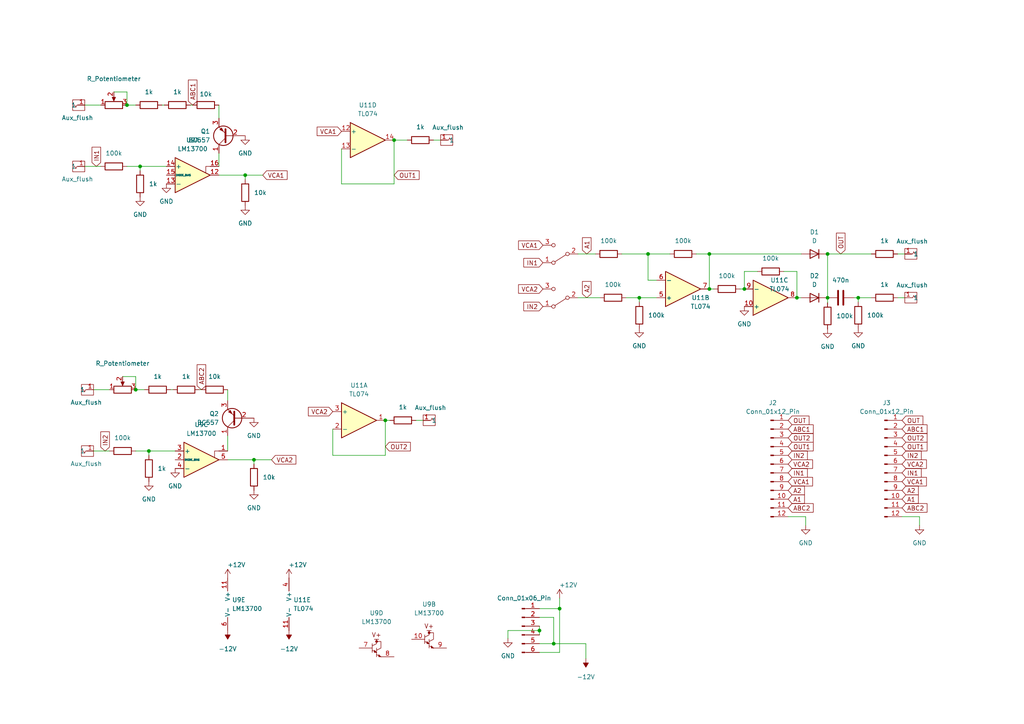
<source format=kicad_sch>
(kicad_sch (version 20230121) (generator eeschema)

  (uuid 2902660e-3b4c-4be8-bcf6-e15cc50b3b98)

  (paper "A4")

  (title_block
    (title "AXOR by github.com/Fihdi")
  )

  (lib_symbols
    (symbol "Amplifier_Operational:LM13700" (pin_names (offset 0.127)) (in_bom yes) (on_board yes)
      (property "Reference" "U" (at 3.81 5.08 0)
        (effects (font (size 1.27 1.27)))
      )
      (property "Value" "LM13700" (at 5.08 -5.08 0)
        (effects (font (size 1.27 1.27)))
      )
      (property "Footprint" "" (at -7.62 0.635 0)
        (effects (font (size 1.27 1.27)) hide)
      )
      (property "Datasheet" "http://www.ti.com/lit/ds/symlink/lm13700.pdf" (at -7.62 0.635 0)
        (effects (font (size 1.27 1.27)) hide)
      )
      (property "ki_locked" "" (at 0 0 0)
        (effects (font (size 1.27 1.27)))
      )
      (property "ki_keywords" "operational transconductance amplifier OTA" (at 0 0 0)
        (effects (font (size 1.27 1.27)) hide)
      )
      (property "ki_description" "Dual Operational Transconductance Amplifiers with Linearizing Diodes and Buffers, DIP-16/SOIC-16" (at 0 0 0)
        (effects (font (size 1.27 1.27)) hide)
      )
      (property "ki_fp_filters" "SOIC*3.9x9.9mm*P1.27mm* DIP*W7.62mm*" (at 0 0 0)
        (effects (font (size 1.27 1.27)) hide)
      )
      (symbol "LM13700_1_1"
        (polyline
          (pts
            (xy 3.81 -0.635)
            (xy 3.81 -2.54)
            (xy 5.08 -2.54)
          )
          (stroke (width 0) (type default))
          (fill (type none))
        )
        (polyline
          (pts
            (xy 5.08 0)
            (xy -5.08 -5.08)
            (xy -5.08 5.08)
            (xy 5.08 0)
          )
          (stroke (width 0.254) (type default))
          (fill (type background))
        )
        (pin output line (at 7.62 0 180) (length 2.54)
          (name "~" (effects (font (size 1.27 1.27))))
          (number "12" (effects (font (size 1.27 1.27))))
        )
        (pin input line (at -7.62 2.54 0) (length 2.54)
          (name "-" (effects (font (size 1.27 1.27))))
          (number "13" (effects (font (size 1.27 1.27))))
        )
        (pin input line (at -7.62 -2.54 0) (length 2.54)
          (name "+" (effects (font (size 1.27 1.27))))
          (number "14" (effects (font (size 1.27 1.27))))
        )
        (pin input line (at -7.62 0 0) (length 2.54)
          (name "DIODE_BIAS" (effects (font (size 0.508 0.508))))
          (number "15" (effects (font (size 1.27 1.27))))
        )
        (pin input line (at 7.62 -2.54 180) (length 2.54)
          (name "~" (effects (font (size 1.27 1.27))))
          (number "16" (effects (font (size 1.27 1.27))))
        )
      )
      (symbol "LM13700_2_0"
        (polyline
          (pts
            (xy -1.905 2.54)
            (xy -3.175 2.54)
          )
          (stroke (width 0) (type default))
          (fill (type none))
        )
      )
      (symbol "LM13700_2_1"
        (circle (center -2.54 1.905) (radius 0.254)
          (stroke (width 0.254) (type default))
          (fill (type outline))
        )
        (polyline
          (pts
            (xy -3.81 -0.635)
            (xy -2.54 -1.27)
          )
          (stroke (width 0) (type default))
          (fill (type none))
        )
        (polyline
          (pts
            (xy -3.81 1.27)
            (xy -3.81 -1.27)
          )
          (stroke (width 0) (type default))
          (fill (type none))
        )
        (polyline
          (pts
            (xy -2.54 -1.905)
            (xy -1.27 -2.54)
          )
          (stroke (width 0) (type default))
          (fill (type none))
        )
        (polyline
          (pts
            (xy -2.54 0)
            (xy -2.54 -2.54)
          )
          (stroke (width 0) (type default))
          (fill (type none))
        )
        (polyline
          (pts
            (xy -3.81 0.635)
            (xy -2.54 1.27)
            (xy -2.54 1.905)
            (xy -2.54 2.54)
          )
          (stroke (width 0) (type default))
          (fill (type none))
        )
        (polyline
          (pts
            (xy -2.54 -1.27)
            (xy -3.175 -0.635)
            (xy -3.175 -1.27)
            (xy -2.54 -1.27)
          )
          (stroke (width 0) (type default))
          (fill (type outline))
        )
        (polyline
          (pts
            (xy -2.54 -0.635)
            (xy -1.27 0)
            (xy -1.27 1.905)
            (xy -2.54 1.905)
          )
          (stroke (width 0) (type default))
          (fill (type none))
        )
        (polyline
          (pts
            (xy -1.27 -2.54)
            (xy -1.905 -1.905)
            (xy -1.905 -2.54)
            (xy -1.27 -2.54)
          )
          (stroke (width 0) (type default))
          (fill (type outline))
        )
        (text "V+" (at -2.54 3.81 0)
          (effects (font (size 1.27 1.27)))
        )
        (pin input line (at -7.62 0 0) (length 3.81)
          (name "~" (effects (font (size 1.27 1.27))))
          (number "10" (effects (font (size 1.27 1.27))))
        )
        (pin output line (at 2.54 -2.54 180) (length 3.81)
          (name "~" (effects (font (size 1.27 1.27))))
          (number "9" (effects (font (size 1.27 1.27))))
        )
      )
      (symbol "LM13700_3_1"
        (polyline
          (pts
            (xy 3.81 -0.635)
            (xy 3.81 -2.54)
            (xy 5.08 -2.54)
          )
          (stroke (width 0) (type default))
          (fill (type none))
        )
        (polyline
          (pts
            (xy 5.08 0)
            (xy -5.08 -5.08)
            (xy -5.08 5.08)
            (xy 5.08 0)
          )
          (stroke (width 0.254) (type default))
          (fill (type background))
        )
        (pin input line (at 7.62 -2.54 180) (length 2.54)
          (name "~" (effects (font (size 1.27 1.27))))
          (number "1" (effects (font (size 1.27 1.27))))
        )
        (pin input line (at -7.62 0 0) (length 2.54)
          (name "DIODE_BIAS" (effects (font (size 0.508 0.508))))
          (number "2" (effects (font (size 1.27 1.27))))
        )
        (pin input line (at -7.62 -2.54 0) (length 2.54)
          (name "+" (effects (font (size 1.27 1.27))))
          (number "3" (effects (font (size 1.27 1.27))))
        )
        (pin input line (at -7.62 2.54 0) (length 2.54)
          (name "-" (effects (font (size 1.27 1.27))))
          (number "4" (effects (font (size 1.27 1.27))))
        )
        (pin output line (at 7.62 0 180) (length 2.54)
          (name "~" (effects (font (size 1.27 1.27))))
          (number "5" (effects (font (size 1.27 1.27))))
        )
      )
      (symbol "LM13700_4_0"
        (polyline
          (pts
            (xy -3.175 2.54)
            (xy -1.905 2.54)
          )
          (stroke (width 0) (type default))
          (fill (type none))
        )
        (text "V+" (at -2.54 3.81 0)
          (effects (font (size 1.27 1.27)))
        )
      )
      (symbol "LM13700_4_1"
        (circle (center -2.54 1.905) (radius 0.254)
          (stroke (width 0.254) (type default))
          (fill (type outline))
        )
        (polyline
          (pts
            (xy -3.81 -0.635)
            (xy -2.54 -1.27)
          )
          (stroke (width 0) (type default))
          (fill (type none))
        )
        (polyline
          (pts
            (xy -3.81 1.27)
            (xy -3.81 -1.27)
          )
          (stroke (width 0) (type default))
          (fill (type none))
        )
        (polyline
          (pts
            (xy -2.54 -1.905)
            (xy -1.27 -2.54)
          )
          (stroke (width 0) (type default))
          (fill (type none))
        )
        (polyline
          (pts
            (xy -2.54 0)
            (xy -2.54 -2.54)
          )
          (stroke (width 0) (type default))
          (fill (type none))
        )
        (polyline
          (pts
            (xy -3.81 0.635)
            (xy -2.54 1.27)
            (xy -2.54 2.54)
          )
          (stroke (width 0) (type default))
          (fill (type none))
        )
        (polyline
          (pts
            (xy -2.54 -1.27)
            (xy -3.175 -0.635)
            (xy -3.175 -1.27)
            (xy -2.54 -1.27)
          )
          (stroke (width 0) (type default))
          (fill (type outline))
        )
        (polyline
          (pts
            (xy -2.54 -0.635)
            (xy -1.27 0)
            (xy -1.27 1.905)
            (xy -2.54 1.905)
          )
          (stroke (width 0) (type default))
          (fill (type none))
        )
        (polyline
          (pts
            (xy -1.27 -2.54)
            (xy -1.905 -1.905)
            (xy -1.905 -2.54)
            (xy -1.27 -2.54)
          )
          (stroke (width 0) (type default))
          (fill (type outline))
        )
        (pin input line (at -7.62 0 0) (length 3.81)
          (name "~" (effects (font (size 1.27 1.27))))
          (number "7" (effects (font (size 1.27 1.27))))
        )
        (pin output line (at 2.54 -2.54 180) (length 3.81)
          (name "~" (effects (font (size 1.27 1.27))))
          (number "8" (effects (font (size 1.27 1.27))))
        )
      )
      (symbol "LM13700_5_1"
        (pin power_in line (at -2.54 7.62 270) (length 3.81)
          (name "V+" (effects (font (size 1.27 1.27))))
          (number "11" (effects (font (size 1.27 1.27))))
        )
        (pin power_in line (at -2.54 -7.62 90) (length 3.81)
          (name "V-" (effects (font (size 1.27 1.27))))
          (number "6" (effects (font (size 1.27 1.27))))
        )
      )
    )
    (symbol "Amplifier_Operational:TL074" (pin_names (offset 0.127)) (in_bom yes) (on_board yes)
      (property "Reference" "U" (at 0 5.08 0)
        (effects (font (size 1.27 1.27)) (justify left))
      )
      (property "Value" "TL074" (at 0 -5.08 0)
        (effects (font (size 1.27 1.27)) (justify left))
      )
      (property "Footprint" "" (at -1.27 2.54 0)
        (effects (font (size 1.27 1.27)) hide)
      )
      (property "Datasheet" "http://www.ti.com/lit/ds/symlink/tl071.pdf" (at 1.27 5.08 0)
        (effects (font (size 1.27 1.27)) hide)
      )
      (property "ki_locked" "" (at 0 0 0)
        (effects (font (size 1.27 1.27)))
      )
      (property "ki_keywords" "quad opamp" (at 0 0 0)
        (effects (font (size 1.27 1.27)) hide)
      )
      (property "ki_description" "Quad Low-Noise JFET-Input Operational Amplifiers, DIP-14/SOIC-14" (at 0 0 0)
        (effects (font (size 1.27 1.27)) hide)
      )
      (property "ki_fp_filters" "SOIC*3.9x8.7mm*P1.27mm* DIP*W7.62mm* TSSOP*4.4x5mm*P0.65mm* SSOP*5.3x6.2mm*P0.65mm* MSOP*3x3mm*P0.5mm*" (at 0 0 0)
        (effects (font (size 1.27 1.27)) hide)
      )
      (symbol "TL074_1_1"
        (polyline
          (pts
            (xy -5.08 5.08)
            (xy 5.08 0)
            (xy -5.08 -5.08)
            (xy -5.08 5.08)
          )
          (stroke (width 0.254) (type default))
          (fill (type background))
        )
        (pin output line (at 7.62 0 180) (length 2.54)
          (name "~" (effects (font (size 1.27 1.27))))
          (number "1" (effects (font (size 1.27 1.27))))
        )
        (pin input line (at -7.62 -2.54 0) (length 2.54)
          (name "-" (effects (font (size 1.27 1.27))))
          (number "2" (effects (font (size 1.27 1.27))))
        )
        (pin input line (at -7.62 2.54 0) (length 2.54)
          (name "+" (effects (font (size 1.27 1.27))))
          (number "3" (effects (font (size 1.27 1.27))))
        )
      )
      (symbol "TL074_2_1"
        (polyline
          (pts
            (xy -5.08 5.08)
            (xy 5.08 0)
            (xy -5.08 -5.08)
            (xy -5.08 5.08)
          )
          (stroke (width 0.254) (type default))
          (fill (type background))
        )
        (pin input line (at -7.62 2.54 0) (length 2.54)
          (name "+" (effects (font (size 1.27 1.27))))
          (number "5" (effects (font (size 1.27 1.27))))
        )
        (pin input line (at -7.62 -2.54 0) (length 2.54)
          (name "-" (effects (font (size 1.27 1.27))))
          (number "6" (effects (font (size 1.27 1.27))))
        )
        (pin output line (at 7.62 0 180) (length 2.54)
          (name "~" (effects (font (size 1.27 1.27))))
          (number "7" (effects (font (size 1.27 1.27))))
        )
      )
      (symbol "TL074_3_1"
        (polyline
          (pts
            (xy -5.08 5.08)
            (xy 5.08 0)
            (xy -5.08 -5.08)
            (xy -5.08 5.08)
          )
          (stroke (width 0.254) (type default))
          (fill (type background))
        )
        (pin input line (at -7.62 2.54 0) (length 2.54)
          (name "+" (effects (font (size 1.27 1.27))))
          (number "10" (effects (font (size 1.27 1.27))))
        )
        (pin output line (at 7.62 0 180) (length 2.54)
          (name "~" (effects (font (size 1.27 1.27))))
          (number "8" (effects (font (size 1.27 1.27))))
        )
        (pin input line (at -7.62 -2.54 0) (length 2.54)
          (name "-" (effects (font (size 1.27 1.27))))
          (number "9" (effects (font (size 1.27 1.27))))
        )
      )
      (symbol "TL074_4_1"
        (polyline
          (pts
            (xy -5.08 5.08)
            (xy 5.08 0)
            (xy -5.08 -5.08)
            (xy -5.08 5.08)
          )
          (stroke (width 0.254) (type default))
          (fill (type background))
        )
        (pin input line (at -7.62 2.54 0) (length 2.54)
          (name "+" (effects (font (size 1.27 1.27))))
          (number "12" (effects (font (size 1.27 1.27))))
        )
        (pin input line (at -7.62 -2.54 0) (length 2.54)
          (name "-" (effects (font (size 1.27 1.27))))
          (number "13" (effects (font (size 1.27 1.27))))
        )
        (pin output line (at 7.62 0 180) (length 2.54)
          (name "~" (effects (font (size 1.27 1.27))))
          (number "14" (effects (font (size 1.27 1.27))))
        )
      )
      (symbol "TL074_5_1"
        (pin power_in line (at -2.54 -7.62 90) (length 3.81)
          (name "V-" (effects (font (size 1.27 1.27))))
          (number "11" (effects (font (size 1.27 1.27))))
        )
        (pin power_in line (at -2.54 7.62 270) (length 3.81)
          (name "V+" (effects (font (size 1.27 1.27))))
          (number "4" (effects (font (size 1.27 1.27))))
        )
      )
    )
    (symbol "Connector:Conn_01x06_Pin" (pin_names (offset 1.016) hide) (in_bom yes) (on_board yes)
      (property "Reference" "J" (at 0 7.62 0)
        (effects (font (size 1.27 1.27)))
      )
      (property "Value" "Conn_01x06_Pin" (at 0 -10.16 0)
        (effects (font (size 1.27 1.27)))
      )
      (property "Footprint" "" (at 0 0 0)
        (effects (font (size 1.27 1.27)) hide)
      )
      (property "Datasheet" "~" (at 0 0 0)
        (effects (font (size 1.27 1.27)) hide)
      )
      (property "ki_locked" "" (at 0 0 0)
        (effects (font (size 1.27 1.27)))
      )
      (property "ki_keywords" "connector" (at 0 0 0)
        (effects (font (size 1.27 1.27)) hide)
      )
      (property "ki_description" "Generic connector, single row, 01x06, script generated" (at 0 0 0)
        (effects (font (size 1.27 1.27)) hide)
      )
      (property "ki_fp_filters" "Connector*:*_1x??_*" (at 0 0 0)
        (effects (font (size 1.27 1.27)) hide)
      )
      (symbol "Conn_01x06_Pin_1_1"
        (polyline
          (pts
            (xy 1.27 -7.62)
            (xy 0.8636 -7.62)
          )
          (stroke (width 0.1524) (type default))
          (fill (type none))
        )
        (polyline
          (pts
            (xy 1.27 -5.08)
            (xy 0.8636 -5.08)
          )
          (stroke (width 0.1524) (type default))
          (fill (type none))
        )
        (polyline
          (pts
            (xy 1.27 -2.54)
            (xy 0.8636 -2.54)
          )
          (stroke (width 0.1524) (type default))
          (fill (type none))
        )
        (polyline
          (pts
            (xy 1.27 0)
            (xy 0.8636 0)
          )
          (stroke (width 0.1524) (type default))
          (fill (type none))
        )
        (polyline
          (pts
            (xy 1.27 2.54)
            (xy 0.8636 2.54)
          )
          (stroke (width 0.1524) (type default))
          (fill (type none))
        )
        (polyline
          (pts
            (xy 1.27 5.08)
            (xy 0.8636 5.08)
          )
          (stroke (width 0.1524) (type default))
          (fill (type none))
        )
        (rectangle (start 0.8636 -7.493) (end 0 -7.747)
          (stroke (width 0.1524) (type default))
          (fill (type outline))
        )
        (rectangle (start 0.8636 -4.953) (end 0 -5.207)
          (stroke (width 0.1524) (type default))
          (fill (type outline))
        )
        (rectangle (start 0.8636 -2.413) (end 0 -2.667)
          (stroke (width 0.1524) (type default))
          (fill (type outline))
        )
        (rectangle (start 0.8636 0.127) (end 0 -0.127)
          (stroke (width 0.1524) (type default))
          (fill (type outline))
        )
        (rectangle (start 0.8636 2.667) (end 0 2.413)
          (stroke (width 0.1524) (type default))
          (fill (type outline))
        )
        (rectangle (start 0.8636 5.207) (end 0 4.953)
          (stroke (width 0.1524) (type default))
          (fill (type outline))
        )
        (pin passive line (at 5.08 5.08 180) (length 3.81)
          (name "Pin_1" (effects (font (size 1.27 1.27))))
          (number "1" (effects (font (size 1.27 1.27))))
        )
        (pin passive line (at 5.08 2.54 180) (length 3.81)
          (name "Pin_2" (effects (font (size 1.27 1.27))))
          (number "2" (effects (font (size 1.27 1.27))))
        )
        (pin passive line (at 5.08 0 180) (length 3.81)
          (name "Pin_3" (effects (font (size 1.27 1.27))))
          (number "3" (effects (font (size 1.27 1.27))))
        )
        (pin passive line (at 5.08 -2.54 180) (length 3.81)
          (name "Pin_4" (effects (font (size 1.27 1.27))))
          (number "4" (effects (font (size 1.27 1.27))))
        )
        (pin passive line (at 5.08 -5.08 180) (length 3.81)
          (name "Pin_5" (effects (font (size 1.27 1.27))))
          (number "5" (effects (font (size 1.27 1.27))))
        )
        (pin passive line (at 5.08 -7.62 180) (length 3.81)
          (name "Pin_6" (effects (font (size 1.27 1.27))))
          (number "6" (effects (font (size 1.27 1.27))))
        )
      )
    )
    (symbol "Connector:Conn_01x12_Pin" (pin_names (offset 1.016) hide) (in_bom yes) (on_board yes)
      (property "Reference" "J" (at 0 15.24 0)
        (effects (font (size 1.27 1.27)))
      )
      (property "Value" "Conn_01x12_Pin" (at 0 -17.78 0)
        (effects (font (size 1.27 1.27)))
      )
      (property "Footprint" "" (at 0 0 0)
        (effects (font (size 1.27 1.27)) hide)
      )
      (property "Datasheet" "~" (at 0 0 0)
        (effects (font (size 1.27 1.27)) hide)
      )
      (property "ki_locked" "" (at 0 0 0)
        (effects (font (size 1.27 1.27)))
      )
      (property "ki_keywords" "connector" (at 0 0 0)
        (effects (font (size 1.27 1.27)) hide)
      )
      (property "ki_description" "Generic connector, single row, 01x12, script generated" (at 0 0 0)
        (effects (font (size 1.27 1.27)) hide)
      )
      (property "ki_fp_filters" "Connector*:*_1x??_*" (at 0 0 0)
        (effects (font (size 1.27 1.27)) hide)
      )
      (symbol "Conn_01x12_Pin_1_1"
        (polyline
          (pts
            (xy 1.27 -15.24)
            (xy 0.8636 -15.24)
          )
          (stroke (width 0.1524) (type default))
          (fill (type none))
        )
        (polyline
          (pts
            (xy 1.27 -12.7)
            (xy 0.8636 -12.7)
          )
          (stroke (width 0.1524) (type default))
          (fill (type none))
        )
        (polyline
          (pts
            (xy 1.27 -10.16)
            (xy 0.8636 -10.16)
          )
          (stroke (width 0.1524) (type default))
          (fill (type none))
        )
        (polyline
          (pts
            (xy 1.27 -7.62)
            (xy 0.8636 -7.62)
          )
          (stroke (width 0.1524) (type default))
          (fill (type none))
        )
        (polyline
          (pts
            (xy 1.27 -5.08)
            (xy 0.8636 -5.08)
          )
          (stroke (width 0.1524) (type default))
          (fill (type none))
        )
        (polyline
          (pts
            (xy 1.27 -2.54)
            (xy 0.8636 -2.54)
          )
          (stroke (width 0.1524) (type default))
          (fill (type none))
        )
        (polyline
          (pts
            (xy 1.27 0)
            (xy 0.8636 0)
          )
          (stroke (width 0.1524) (type default))
          (fill (type none))
        )
        (polyline
          (pts
            (xy 1.27 2.54)
            (xy 0.8636 2.54)
          )
          (stroke (width 0.1524) (type default))
          (fill (type none))
        )
        (polyline
          (pts
            (xy 1.27 5.08)
            (xy 0.8636 5.08)
          )
          (stroke (width 0.1524) (type default))
          (fill (type none))
        )
        (polyline
          (pts
            (xy 1.27 7.62)
            (xy 0.8636 7.62)
          )
          (stroke (width 0.1524) (type default))
          (fill (type none))
        )
        (polyline
          (pts
            (xy 1.27 10.16)
            (xy 0.8636 10.16)
          )
          (stroke (width 0.1524) (type default))
          (fill (type none))
        )
        (polyline
          (pts
            (xy 1.27 12.7)
            (xy 0.8636 12.7)
          )
          (stroke (width 0.1524) (type default))
          (fill (type none))
        )
        (rectangle (start 0.8636 -15.113) (end 0 -15.367)
          (stroke (width 0.1524) (type default))
          (fill (type outline))
        )
        (rectangle (start 0.8636 -12.573) (end 0 -12.827)
          (stroke (width 0.1524) (type default))
          (fill (type outline))
        )
        (rectangle (start 0.8636 -10.033) (end 0 -10.287)
          (stroke (width 0.1524) (type default))
          (fill (type outline))
        )
        (rectangle (start 0.8636 -7.493) (end 0 -7.747)
          (stroke (width 0.1524) (type default))
          (fill (type outline))
        )
        (rectangle (start 0.8636 -4.953) (end 0 -5.207)
          (stroke (width 0.1524) (type default))
          (fill (type outline))
        )
        (rectangle (start 0.8636 -2.413) (end 0 -2.667)
          (stroke (width 0.1524) (type default))
          (fill (type outline))
        )
        (rectangle (start 0.8636 0.127) (end 0 -0.127)
          (stroke (width 0.1524) (type default))
          (fill (type outline))
        )
        (rectangle (start 0.8636 2.667) (end 0 2.413)
          (stroke (width 0.1524) (type default))
          (fill (type outline))
        )
        (rectangle (start 0.8636 5.207) (end 0 4.953)
          (stroke (width 0.1524) (type default))
          (fill (type outline))
        )
        (rectangle (start 0.8636 7.747) (end 0 7.493)
          (stroke (width 0.1524) (type default))
          (fill (type outline))
        )
        (rectangle (start 0.8636 10.287) (end 0 10.033)
          (stroke (width 0.1524) (type default))
          (fill (type outline))
        )
        (rectangle (start 0.8636 12.827) (end 0 12.573)
          (stroke (width 0.1524) (type default))
          (fill (type outline))
        )
        (pin passive line (at 5.08 12.7 180) (length 3.81)
          (name "Pin_1" (effects (font (size 1.27 1.27))))
          (number "1" (effects (font (size 1.27 1.27))))
        )
        (pin passive line (at 5.08 -10.16 180) (length 3.81)
          (name "Pin_10" (effects (font (size 1.27 1.27))))
          (number "10" (effects (font (size 1.27 1.27))))
        )
        (pin passive line (at 5.08 -12.7 180) (length 3.81)
          (name "Pin_11" (effects (font (size 1.27 1.27))))
          (number "11" (effects (font (size 1.27 1.27))))
        )
        (pin passive line (at 5.08 -15.24 180) (length 3.81)
          (name "Pin_12" (effects (font (size 1.27 1.27))))
          (number "12" (effects (font (size 1.27 1.27))))
        )
        (pin passive line (at 5.08 10.16 180) (length 3.81)
          (name "Pin_2" (effects (font (size 1.27 1.27))))
          (number "2" (effects (font (size 1.27 1.27))))
        )
        (pin passive line (at 5.08 7.62 180) (length 3.81)
          (name "Pin_3" (effects (font (size 1.27 1.27))))
          (number "3" (effects (font (size 1.27 1.27))))
        )
        (pin passive line (at 5.08 5.08 180) (length 3.81)
          (name "Pin_4" (effects (font (size 1.27 1.27))))
          (number "4" (effects (font (size 1.27 1.27))))
        )
        (pin passive line (at 5.08 2.54 180) (length 3.81)
          (name "Pin_5" (effects (font (size 1.27 1.27))))
          (number "5" (effects (font (size 1.27 1.27))))
        )
        (pin passive line (at 5.08 0 180) (length 3.81)
          (name "Pin_6" (effects (font (size 1.27 1.27))))
          (number "6" (effects (font (size 1.27 1.27))))
        )
        (pin passive line (at 5.08 -2.54 180) (length 3.81)
          (name "Pin_7" (effects (font (size 1.27 1.27))))
          (number "7" (effects (font (size 1.27 1.27))))
        )
        (pin passive line (at 5.08 -5.08 180) (length 3.81)
          (name "Pin_8" (effects (font (size 1.27 1.27))))
          (number "8" (effects (font (size 1.27 1.27))))
        )
        (pin passive line (at 5.08 -7.62 180) (length 3.81)
          (name "Pin_9" (effects (font (size 1.27 1.27))))
          (number "9" (effects (font (size 1.27 1.27))))
        )
      )
    )
    (symbol "Device:C" (pin_numbers hide) (pin_names (offset 0.254)) (in_bom yes) (on_board yes)
      (property "Reference" "C" (at 0.635 2.54 0)
        (effects (font (size 1.27 1.27)) (justify left))
      )
      (property "Value" "C" (at 0.635 -2.54 0)
        (effects (font (size 1.27 1.27)) (justify left))
      )
      (property "Footprint" "" (at 0.9652 -3.81 0)
        (effects (font (size 1.27 1.27)) hide)
      )
      (property "Datasheet" "~" (at 0 0 0)
        (effects (font (size 1.27 1.27)) hide)
      )
      (property "ki_keywords" "cap capacitor" (at 0 0 0)
        (effects (font (size 1.27 1.27)) hide)
      )
      (property "ki_description" "Unpolarized capacitor" (at 0 0 0)
        (effects (font (size 1.27 1.27)) hide)
      )
      (property "ki_fp_filters" "C_*" (at 0 0 0)
        (effects (font (size 1.27 1.27)) hide)
      )
      (symbol "C_0_1"
        (polyline
          (pts
            (xy -2.032 -0.762)
            (xy 2.032 -0.762)
          )
          (stroke (width 0.508) (type default))
          (fill (type none))
        )
        (polyline
          (pts
            (xy -2.032 0.762)
            (xy 2.032 0.762)
          )
          (stroke (width 0.508) (type default))
          (fill (type none))
        )
      )
      (symbol "C_1_1"
        (pin passive line (at 0 3.81 270) (length 2.794)
          (name "~" (effects (font (size 1.27 1.27))))
          (number "1" (effects (font (size 1.27 1.27))))
        )
        (pin passive line (at 0 -3.81 90) (length 2.794)
          (name "~" (effects (font (size 1.27 1.27))))
          (number "2" (effects (font (size 1.27 1.27))))
        )
      )
    )
    (symbol "Device:D" (pin_numbers hide) (pin_names (offset 1.016) hide) (in_bom yes) (on_board yes)
      (property "Reference" "D" (at 0 2.54 0)
        (effects (font (size 1.27 1.27)))
      )
      (property "Value" "D" (at 0 -2.54 0)
        (effects (font (size 1.27 1.27)))
      )
      (property "Footprint" "" (at 0 0 0)
        (effects (font (size 1.27 1.27)) hide)
      )
      (property "Datasheet" "~" (at 0 0 0)
        (effects (font (size 1.27 1.27)) hide)
      )
      (property "Sim.Device" "D" (at 0 0 0)
        (effects (font (size 1.27 1.27)) hide)
      )
      (property "Sim.Pins" "1=K 2=A" (at 0 0 0)
        (effects (font (size 1.27 1.27)) hide)
      )
      (property "ki_keywords" "diode" (at 0 0 0)
        (effects (font (size 1.27 1.27)) hide)
      )
      (property "ki_description" "Diode" (at 0 0 0)
        (effects (font (size 1.27 1.27)) hide)
      )
      (property "ki_fp_filters" "TO-???* *_Diode_* *SingleDiode* D_*" (at 0 0 0)
        (effects (font (size 1.27 1.27)) hide)
      )
      (symbol "D_0_1"
        (polyline
          (pts
            (xy -1.27 1.27)
            (xy -1.27 -1.27)
          )
          (stroke (width 0.254) (type default))
          (fill (type none))
        )
        (polyline
          (pts
            (xy 1.27 0)
            (xy -1.27 0)
          )
          (stroke (width 0) (type default))
          (fill (type none))
        )
        (polyline
          (pts
            (xy 1.27 1.27)
            (xy 1.27 -1.27)
            (xy -1.27 0)
            (xy 1.27 1.27)
          )
          (stroke (width 0.254) (type default))
          (fill (type none))
        )
      )
      (symbol "D_1_1"
        (pin passive line (at -3.81 0 0) (length 2.54)
          (name "K" (effects (font (size 1.27 1.27))))
          (number "1" (effects (font (size 1.27 1.27))))
        )
        (pin passive line (at 3.81 0 180) (length 2.54)
          (name "A" (effects (font (size 1.27 1.27))))
          (number "2" (effects (font (size 1.27 1.27))))
        )
      )
    )
    (symbol "Device:R" (pin_numbers hide) (pin_names (offset 0)) (in_bom yes) (on_board yes)
      (property "Reference" "R" (at 2.032 0 90)
        (effects (font (size 1.27 1.27)))
      )
      (property "Value" "R" (at 0 0 90)
        (effects (font (size 1.27 1.27)))
      )
      (property "Footprint" "" (at -1.778 0 90)
        (effects (font (size 1.27 1.27)) hide)
      )
      (property "Datasheet" "~" (at 0 0 0)
        (effects (font (size 1.27 1.27)) hide)
      )
      (property "ki_keywords" "R res resistor" (at 0 0 0)
        (effects (font (size 1.27 1.27)) hide)
      )
      (property "ki_description" "Resistor" (at 0 0 0)
        (effects (font (size 1.27 1.27)) hide)
      )
      (property "ki_fp_filters" "R_*" (at 0 0 0)
        (effects (font (size 1.27 1.27)) hide)
      )
      (symbol "R_0_1"
        (rectangle (start -1.016 -2.54) (end 1.016 2.54)
          (stroke (width 0.254) (type default))
          (fill (type none))
        )
      )
      (symbol "R_1_1"
        (pin passive line (at 0 3.81 270) (length 1.27)
          (name "~" (effects (font (size 1.27 1.27))))
          (number "1" (effects (font (size 1.27 1.27))))
        )
        (pin passive line (at 0 -3.81 90) (length 1.27)
          (name "~" (effects (font (size 1.27 1.27))))
          (number "2" (effects (font (size 1.27 1.27))))
        )
      )
    )
    (symbol "Device:R_Potentiometer" (pin_names (offset 1.016) hide) (in_bom yes) (on_board yes)
      (property "Reference" "RV" (at -4.445 0 90)
        (effects (font (size 1.27 1.27)))
      )
      (property "Value" "R_Potentiometer" (at -2.54 0 90)
        (effects (font (size 1.27 1.27)))
      )
      (property "Footprint" "" (at 0 0 0)
        (effects (font (size 1.27 1.27)) hide)
      )
      (property "Datasheet" "~" (at 0 0 0)
        (effects (font (size 1.27 1.27)) hide)
      )
      (property "ki_keywords" "resistor variable" (at 0 0 0)
        (effects (font (size 1.27 1.27)) hide)
      )
      (property "ki_description" "Potentiometer" (at 0 0 0)
        (effects (font (size 1.27 1.27)) hide)
      )
      (property "ki_fp_filters" "Potentiometer*" (at 0 0 0)
        (effects (font (size 1.27 1.27)) hide)
      )
      (symbol "R_Potentiometer_0_1"
        (polyline
          (pts
            (xy 2.54 0)
            (xy 1.524 0)
          )
          (stroke (width 0) (type default))
          (fill (type none))
        )
        (polyline
          (pts
            (xy 1.143 0)
            (xy 2.286 0.508)
            (xy 2.286 -0.508)
            (xy 1.143 0)
          )
          (stroke (width 0) (type default))
          (fill (type outline))
        )
        (rectangle (start 1.016 2.54) (end -1.016 -2.54)
          (stroke (width 0.254) (type default))
          (fill (type none))
        )
      )
      (symbol "R_Potentiometer_1_1"
        (pin passive line (at 0 3.81 270) (length 1.27)
          (name "1" (effects (font (size 1.27 1.27))))
          (number "1" (effects (font (size 1.27 1.27))))
        )
        (pin passive line (at 3.81 0 180) (length 1.27)
          (name "2" (effects (font (size 1.27 1.27))))
          (number "2" (effects (font (size 1.27 1.27))))
        )
        (pin passive line (at 0 -3.81 90) (length 1.27)
          (name "3" (effects (font (size 1.27 1.27))))
          (number "3" (effects (font (size 1.27 1.27))))
        )
      )
    )
    (symbol "HEJ:Aux_flush" (in_bom yes) (on_board yes)
      (property "Reference" "U" (at -0.0508 5.3848 0)
        (effects (font (size 1.27 1.27)))
      )
      (property "Value" "Aux_flush" (at 0 3.5052 0)
        (effects (font (size 1.27 1.27)) hide)
      )
      (property "Footprint" "" (at 0 0 0)
        (effects (font (size 1.27 1.27)) hide)
      )
      (property "Datasheet" "" (at 0 0 0)
        (effects (font (size 1.27 1.27)) hide)
      )
      (symbol "Aux_flush_0_1"
        (rectangle (start -1.778 1.524) (end 1.7272 -1.5748)
          (stroke (width 0) (type default))
          (fill (type none))
        )
        (polyline
          (pts
            (xy -1.2192 0.0508)
            (xy -0.8636 -0.6604)
            (xy -0.5588 0)
            (xy 1.6764 0)
          )
          (stroke (width 0) (type default))
          (fill (type none))
        )
      )
      (symbol "Aux_flush_1_1"
        (pin bidirectional line (at 1.7272 0 180) (length 2)
          (name "1" (effects (font (size 1.27 1.27))))
          (number "1" (effects (font (size 1.27 1.27))))
        )
      )
    )
    (symbol "Switch:SW_SPDT" (pin_names (offset 0) hide) (in_bom yes) (on_board yes)
      (property "Reference" "SW" (at 0 4.318 0)
        (effects (font (size 1.27 1.27)))
      )
      (property "Value" "SW_SPDT" (at 0 -5.08 0)
        (effects (font (size 1.27 1.27)))
      )
      (property "Footprint" "" (at 0 0 0)
        (effects (font (size 1.27 1.27)) hide)
      )
      (property "Datasheet" "~" (at 0 0 0)
        (effects (font (size 1.27 1.27)) hide)
      )
      (property "ki_keywords" "switch single-pole double-throw spdt ON-ON" (at 0 0 0)
        (effects (font (size 1.27 1.27)) hide)
      )
      (property "ki_description" "Switch, single pole double throw" (at 0 0 0)
        (effects (font (size 1.27 1.27)) hide)
      )
      (symbol "SW_SPDT_0_0"
        (circle (center -2.032 0) (radius 0.508)
          (stroke (width 0) (type default))
          (fill (type none))
        )
        (circle (center 2.032 -2.54) (radius 0.508)
          (stroke (width 0) (type default))
          (fill (type none))
        )
      )
      (symbol "SW_SPDT_0_1"
        (polyline
          (pts
            (xy -1.524 0.254)
            (xy 1.651 2.286)
          )
          (stroke (width 0) (type default))
          (fill (type none))
        )
        (circle (center 2.032 2.54) (radius 0.508)
          (stroke (width 0) (type default))
          (fill (type none))
        )
      )
      (symbol "SW_SPDT_1_1"
        (pin passive line (at 5.08 2.54 180) (length 2.54)
          (name "A" (effects (font (size 1.27 1.27))))
          (number "1" (effects (font (size 1.27 1.27))))
        )
        (pin passive line (at -5.08 0 0) (length 2.54)
          (name "B" (effects (font (size 1.27 1.27))))
          (number "2" (effects (font (size 1.27 1.27))))
        )
        (pin passive line (at 5.08 -2.54 180) (length 2.54)
          (name "C" (effects (font (size 1.27 1.27))))
          (number "3" (effects (font (size 1.27 1.27))))
        )
      )
    )
    (symbol "Transistor_BJT:BC557" (pin_names (offset 0) hide) (in_bom yes) (on_board yes)
      (property "Reference" "Q" (at 5.08 1.905 0)
        (effects (font (size 1.27 1.27)) (justify left))
      )
      (property "Value" "BC557" (at 5.08 0 0)
        (effects (font (size 1.27 1.27)) (justify left))
      )
      (property "Footprint" "Package_TO_SOT_THT:TO-92_Inline" (at 5.08 -1.905 0)
        (effects (font (size 1.27 1.27) italic) (justify left) hide)
      )
      (property "Datasheet" "https://www.onsemi.com/pub/Collateral/BC556BTA-D.pdf" (at 0 0 0)
        (effects (font (size 1.27 1.27)) (justify left) hide)
      )
      (property "ki_keywords" "PNP Transistor" (at 0 0 0)
        (effects (font (size 1.27 1.27)) hide)
      )
      (property "ki_description" "0.1A Ic, 45V Vce, PNP Small Signal Transistor, TO-92" (at 0 0 0)
        (effects (font (size 1.27 1.27)) hide)
      )
      (property "ki_fp_filters" "TO?92*" (at 0 0 0)
        (effects (font (size 1.27 1.27)) hide)
      )
      (symbol "BC557_0_1"
        (polyline
          (pts
            (xy 0.635 0.635)
            (xy 2.54 2.54)
          )
          (stroke (width 0) (type default))
          (fill (type none))
        )
        (polyline
          (pts
            (xy 0.635 -0.635)
            (xy 2.54 -2.54)
            (xy 2.54 -2.54)
          )
          (stroke (width 0) (type default))
          (fill (type none))
        )
        (polyline
          (pts
            (xy 0.635 1.905)
            (xy 0.635 -1.905)
            (xy 0.635 -1.905)
          )
          (stroke (width 0.508) (type default))
          (fill (type none))
        )
        (polyline
          (pts
            (xy 2.286 -1.778)
            (xy 1.778 -2.286)
            (xy 1.27 -1.27)
            (xy 2.286 -1.778)
            (xy 2.286 -1.778)
          )
          (stroke (width 0) (type default))
          (fill (type outline))
        )
        (circle (center 1.27 0) (radius 2.8194)
          (stroke (width 0.254) (type default))
          (fill (type none))
        )
      )
      (symbol "BC557_1_1"
        (pin passive line (at 2.54 5.08 270) (length 2.54)
          (name "C" (effects (font (size 1.27 1.27))))
          (number "1" (effects (font (size 1.27 1.27))))
        )
        (pin input line (at -5.08 0 0) (length 5.715)
          (name "B" (effects (font (size 1.27 1.27))))
          (number "2" (effects (font (size 1.27 1.27))))
        )
        (pin passive line (at 2.54 -5.08 90) (length 2.54)
          (name "E" (effects (font (size 1.27 1.27))))
          (number "3" (effects (font (size 1.27 1.27))))
        )
      )
    )
    (symbol "power:+12V" (power) (pin_names (offset 0)) (in_bom yes) (on_board yes)
      (property "Reference" "#PWR" (at 0 -3.81 0)
        (effects (font (size 1.27 1.27)) hide)
      )
      (property "Value" "+12V" (at 0 3.556 0)
        (effects (font (size 1.27 1.27)))
      )
      (property "Footprint" "" (at 0 0 0)
        (effects (font (size 1.27 1.27)) hide)
      )
      (property "Datasheet" "" (at 0 0 0)
        (effects (font (size 1.27 1.27)) hide)
      )
      (property "ki_keywords" "power-flag" (at 0 0 0)
        (effects (font (size 1.27 1.27)) hide)
      )
      (property "ki_description" "Power symbol creates a global label with name \"+12V\"" (at 0 0 0)
        (effects (font (size 1.27 1.27)) hide)
      )
      (symbol "+12V_0_1"
        (polyline
          (pts
            (xy -0.762 1.27)
            (xy 0 2.54)
          )
          (stroke (width 0) (type default))
          (fill (type none))
        )
        (polyline
          (pts
            (xy 0 0)
            (xy 0 2.54)
          )
          (stroke (width 0) (type default))
          (fill (type none))
        )
        (polyline
          (pts
            (xy 0 2.54)
            (xy 0.762 1.27)
          )
          (stroke (width 0) (type default))
          (fill (type none))
        )
      )
      (symbol "+12V_1_1"
        (pin power_in line (at 0 0 90) (length 0) hide
          (name "+12V" (effects (font (size 1.27 1.27))))
          (number "1" (effects (font (size 1.27 1.27))))
        )
      )
    )
    (symbol "power:-12V" (power) (pin_names (offset 0)) (in_bom yes) (on_board yes)
      (property "Reference" "#PWR" (at 0 2.54 0)
        (effects (font (size 1.27 1.27)) hide)
      )
      (property "Value" "-12V" (at 0 3.81 0)
        (effects (font (size 1.27 1.27)))
      )
      (property "Footprint" "" (at 0 0 0)
        (effects (font (size 1.27 1.27)) hide)
      )
      (property "Datasheet" "" (at 0 0 0)
        (effects (font (size 1.27 1.27)) hide)
      )
      (property "ki_keywords" "global power" (at 0 0 0)
        (effects (font (size 1.27 1.27)) hide)
      )
      (property "ki_description" "Power symbol creates a global label with name \"-12V\"" (at 0 0 0)
        (effects (font (size 1.27 1.27)) hide)
      )
      (symbol "-12V_0_0"
        (pin power_in line (at 0 0 90) (length 0) hide
          (name "-12V" (effects (font (size 1.27 1.27))))
          (number "1" (effects (font (size 1.27 1.27))))
        )
      )
      (symbol "-12V_0_1"
        (polyline
          (pts
            (xy 0 0)
            (xy 0 1.27)
            (xy 0.762 1.27)
            (xy 0 2.54)
            (xy -0.762 1.27)
            (xy 0 1.27)
          )
          (stroke (width 0) (type default))
          (fill (type outline))
        )
      )
    )
    (symbol "power:GND" (power) (pin_names (offset 0)) (in_bom yes) (on_board yes)
      (property "Reference" "#PWR" (at 0 -6.35 0)
        (effects (font (size 1.27 1.27)) hide)
      )
      (property "Value" "GND" (at 0 -3.81 0)
        (effects (font (size 1.27 1.27)))
      )
      (property "Footprint" "" (at 0 0 0)
        (effects (font (size 1.27 1.27)) hide)
      )
      (property "Datasheet" "" (at 0 0 0)
        (effects (font (size 1.27 1.27)) hide)
      )
      (property "ki_keywords" "power-flag" (at 0 0 0)
        (effects (font (size 1.27 1.27)) hide)
      )
      (property "ki_description" "Power symbol creates a global label with name \"GND\" , ground" (at 0 0 0)
        (effects (font (size 1.27 1.27)) hide)
      )
      (symbol "GND_0_1"
        (polyline
          (pts
            (xy 0 0)
            (xy 0 -1.27)
            (xy 1.27 -1.27)
            (xy 0 -2.54)
            (xy -1.27 -1.27)
            (xy 0 -1.27)
          )
          (stroke (width 0) (type default))
          (fill (type none))
        )
      )
      (symbol "GND_1_1"
        (pin power_in line (at 0 0 270) (length 0) hide
          (name "GND" (effects (font (size 1.27 1.27))))
          (number "1" (effects (font (size 1.27 1.27))))
        )
      )
    )
  )

  (junction (at 205.74 73.66) (diameter 0) (color 0 0 0 0)
    (uuid 0b0062c6-4e8b-470f-958a-ebc6194ddec5)
  )
  (junction (at 162.306 176.53) (diameter 0) (color 0 0 0 0)
    (uuid 164a6551-94a6-4745-bb09-78a65420d66b)
  )
  (junction (at 156.464 182.88) (diameter 0) (color 0 0 0 0)
    (uuid 1ad62f9d-7599-411f-817d-1c8b02a33a3a)
  )
  (junction (at 240.03 86.36) (diameter 0) (color 0 0 0 0)
    (uuid 1fe9fb81-6547-45c9-a16b-cba432651463)
  )
  (junction (at 248.92 86.36) (diameter 0) (color 0 0 0 0)
    (uuid 28f0c8a7-6f83-4065-8eb0-5e82da597a4f)
  )
  (junction (at 36.83 30.48) (diameter 0) (color 0 0 0 0)
    (uuid 35c4f848-8806-4023-a1e3-ca2539cb6238)
  )
  (junction (at 111.76 121.92) (diameter 0) (color 0 0 0 0)
    (uuid 524a47bc-4bb0-4788-a171-984e8e422b20)
  )
  (junction (at 39.37 113.03) (diameter 0) (color 0 0 0 0)
    (uuid 58a1ff52-dae0-47d3-8902-fc1bfaa85fa8)
  )
  (junction (at 160.5936 186.69) (diameter 0) (color 0 0 0 0)
    (uuid 729ff1f9-743b-473b-8bf2-c2423951db7f)
  )
  (junction (at 240.03 73.66) (diameter 0) (color 0 0 0 0)
    (uuid 748a35ab-dcc7-4f09-b861-c805eb2aa1ea)
  )
  (junction (at 187.96 73.66) (diameter 0) (color 0 0 0 0)
    (uuid 7f74a37a-a062-4f03-bc4f-1c91d23785d4)
  )
  (junction (at 73.66 133.35) (diameter 0) (color 0 0 0 0)
    (uuid 83deb99e-9eff-4bce-99ea-e9210207a469)
  )
  (junction (at 215.9 83.82) (diameter 0) (color 0 0 0 0)
    (uuid 84019515-72f1-42af-859e-9131b1ef0053)
  )
  (junction (at 114.3 40.64) (diameter 0) (color 0 0 0 0)
    (uuid 8a3a78bd-06eb-45d6-9dcd-18274e031160)
  )
  (junction (at 71.12 50.8) (diameter 0) (color 0 0 0 0)
    (uuid 99984828-a4a0-4f68-9e46-9996f6d0c82c)
  )
  (junction (at 185.42 86.36) (diameter 0) (color 0 0 0 0)
    (uuid a7da895a-fc1e-4f25-88a8-e1fb708e349d)
  )
  (junction (at 43.18 130.81) (diameter 0) (color 0 0 0 0)
    (uuid abf3900a-1f5e-4f1a-86b3-b4823d032bf3)
  )
  (junction (at 231.14 86.36) (diameter 0) (color 0 0 0 0)
    (uuid bcc0060e-4ed2-41d8-93aa-902eb6d01a66)
  )
  (junction (at 205.74 83.82) (diameter 0) (color 0 0 0 0)
    (uuid e8cdf8cb-83be-4d1a-9d7f-e42197d91cc6)
  )
  (junction (at 40.64 48.26) (diameter 0) (color 0 0 0 0)
    (uuid ee3de249-7f5c-4917-8ca8-d6c840576fe7)
  )

  (wire (pts (xy 205.74 73.66) (xy 205.74 83.82))
    (stroke (width 0) (type default))
    (uuid 04feda13-429d-443f-8cb1-832abab03587)
  )
  (wire (pts (xy 27.1272 130.81) (xy 31.75 130.81))
    (stroke (width 0) (type default))
    (uuid 09ec6346-c96f-43c2-9ce2-cef0129fd003)
  )
  (wire (pts (xy 215.9 78.74) (xy 219.71 78.74))
    (stroke (width 0) (type default))
    (uuid 0ae8b2e0-324c-4c78-95f6-f992211b1616)
  )
  (wire (pts (xy 73.66 133.35) (xy 73.66 134.62))
    (stroke (width 0) (type default))
    (uuid 0d7dd85d-b549-4050-a811-2cdb0e4d5fb5)
  )
  (wire (pts (xy 71.12 50.8) (xy 71.12 52.07))
    (stroke (width 0) (type default))
    (uuid 0d9147d3-00c6-47fa-9f14-afed42bcb178)
  )
  (wire (pts (xy 185.42 86.36) (xy 181.61 86.36))
    (stroke (width 0) (type default))
    (uuid 116ce38d-a979-4b21-8af1-90331f94b8da)
  )
  (wire (pts (xy 43.18 130.81) (xy 50.8 130.81))
    (stroke (width 0) (type default))
    (uuid 11bc7179-354c-4a4e-b5aa-149b0972ee83)
  )
  (wire (pts (xy 167.64 86.36) (xy 173.99 86.36))
    (stroke (width 0) (type default))
    (uuid 12b7f243-b5df-4463-b92f-58c04bd24a91)
  )
  (wire (pts (xy 96.52 124.46) (xy 96.52 132.08))
    (stroke (width 0) (type default))
    (uuid 147c6ab8-a08d-4c63-a8ab-79d604509a02)
  )
  (wire (pts (xy 63.5 30.48) (xy 63.5 34.29))
    (stroke (width 0) (type default))
    (uuid 190afed5-960c-4e65-b55c-3404dbc77f9e)
  )
  (wire (pts (xy 125.73 40.64) (xy 127.8128 40.64))
    (stroke (width 0) (type default))
    (uuid 199bd898-7436-43e6-9f5d-faeb3d350d0c)
  )
  (wire (pts (xy 156.464 182.88) (xy 156.464 184.15))
    (stroke (width 0) (type default))
    (uuid 1b95ee18-efc6-4337-b853-a87487a28ba2)
  )
  (wire (pts (xy 66.04 133.35) (xy 73.66 133.35))
    (stroke (width 0) (type default))
    (uuid 1bb0b1a3-b27a-4393-b8b1-2fb8208131f9)
  )
  (wire (pts (xy 190.5 81.28) (xy 187.96 81.28))
    (stroke (width 0) (type default))
    (uuid 1d2858ad-9879-499c-9a81-a51e60d8e1c1)
  )
  (wire (pts (xy 252.73 86.36) (xy 248.92 86.36))
    (stroke (width 0) (type default))
    (uuid 1da9fe8a-0b33-483f-9300-4e073465d77c)
  )
  (wire (pts (xy 36.83 30.48) (xy 36.83 26.67))
    (stroke (width 0) (type default))
    (uuid 2078c318-270a-48a4-94d6-bdd3d5a14ee1)
  )
  (wire (pts (xy 240.03 73.66) (xy 252.73 73.66))
    (stroke (width 0) (type default))
    (uuid 20e7ffd2-6ddd-44d9-bd0a-181e1e2451aa)
  )
  (wire (pts (xy 114.3 40.64) (xy 118.11 40.64))
    (stroke (width 0) (type default))
    (uuid 23aaf8a4-99cc-43ab-94b5-4e87fde2858b)
  )
  (wire (pts (xy 47.625 30.48) (xy 46.99 30.48))
    (stroke (width 0) (type default))
    (uuid 252481ca-5259-45a8-bb94-586fc4865361)
  )
  (wire (pts (xy 111.76 121.92) (xy 113.03 121.92))
    (stroke (width 0) (type default))
    (uuid 260f97d9-651c-4598-b07e-6833771b95a3)
  )
  (wire (pts (xy 169.926 186.69) (xy 169.926 191.008))
    (stroke (width 0) (type default))
    (uuid 2bef13d2-298c-4bc2-b26f-54a1572a920d)
  )
  (wire (pts (xy 71.12 50.8) (xy 76.2 50.8))
    (stroke (width 0) (type default))
    (uuid 2edf06fa-1244-4c6d-8a29-3756994dec64)
  )
  (wire (pts (xy 66.04 113.03) (xy 66.04 116.205))
    (stroke (width 0) (type default))
    (uuid 3222d3d9-4d56-4556-b213-02dc4aab58f5)
  )
  (wire (pts (xy 247.65 86.36) (xy 248.92 86.36))
    (stroke (width 0) (type default))
    (uuid 36530012-53ee-4dff-8767-a5e610dfd4f8)
  )
  (wire (pts (xy 147.32 185.166) (xy 147.32 182.88))
    (stroke (width 0) (type default))
    (uuid 38156168-7206-4e01-ac12-4efe03def4a4)
  )
  (wire (pts (xy 27.1272 113.03) (xy 31.75 113.03))
    (stroke (width 0) (type default))
    (uuid 3a96557d-7faf-417c-83d4-237f96fc069a)
  )
  (wire (pts (xy 185.42 86.36) (xy 190.5 86.36))
    (stroke (width 0) (type default))
    (uuid 3ac5d1e9-21c7-4172-be76-b5e592579176)
  )
  (wire (pts (xy 240.03 86.36) (xy 240.03 87.8252))
    (stroke (width 0) (type default))
    (uuid 3d2f1511-1e72-452e-8e15-215e103bd8d8)
  )
  (wire (pts (xy 114.3 53.34) (xy 114.3 40.64))
    (stroke (width 0) (type default))
    (uuid 3f1239ee-2905-436b-9ed6-8593ea3fb762)
  )
  (wire (pts (xy 240.03 73.66) (xy 240.03 86.36))
    (stroke (width 0) (type default))
    (uuid 41c5e2da-6fe0-4663-943f-6d2bb698a3bf)
  )
  (wire (pts (xy 156.464 179.07) (xy 160.5936 179.07))
    (stroke (width 0) (type default))
    (uuid 42d3ea07-bc54-44a9-906a-0912dc014af8)
  )
  (wire (pts (xy 231.14 86.36) (xy 231.14 78.74))
    (stroke (width 0) (type default))
    (uuid 431f7f2f-0cba-436c-909d-d3532f27ba00)
  )
  (wire (pts (xy 162.306 176.53) (xy 162.306 189.23))
    (stroke (width 0) (type default))
    (uuid 459ef9e7-a7ae-4c85-b47e-8ab899c7eb90)
  )
  (wire (pts (xy 266.7 152.4) (xy 266.7 149.86))
    (stroke (width 0) (type default))
    (uuid 45ffdbfd-8872-49fb-b4f1-16aa27ef5f16)
  )
  (wire (pts (xy 40.64 49.53) (xy 40.64 48.26))
    (stroke (width 0) (type default))
    (uuid 48bc0df6-ac7a-4c87-b185-b56aa3883be0)
  )
  (wire (pts (xy 39.37 113.03) (xy 41.91 113.03))
    (stroke (width 0) (type default))
    (uuid 4c93f540-a26e-404e-a84e-9344ae0deafb)
  )
  (wire (pts (xy 39.37 130.81) (xy 43.18 130.81))
    (stroke (width 0) (type default))
    (uuid 5457ca95-8c66-4828-84d2-6d3eafe56c98)
  )
  (wire (pts (xy 162.306 173.482) (xy 162.306 176.53))
    (stroke (width 0) (type default))
    (uuid 55e847de-1311-47d7-b9f8-3aa11c954c75)
  )
  (wire (pts (xy 96.52 132.08) (xy 111.76 132.08))
    (stroke (width 0) (type default))
    (uuid 58a755d9-23e6-4efe-ad26-cb78aafbe57c)
  )
  (wire (pts (xy 73.66 133.35) (xy 78.74 133.35))
    (stroke (width 0) (type default))
    (uuid 5df7fcb0-841d-4630-9e99-6264e027e8a2)
  )
  (wire (pts (xy 260.35 86.36) (xy 262.4328 86.36))
    (stroke (width 0) (type default))
    (uuid 629bc68e-11f8-444c-8609-0d41cf3ee480)
  )
  (wire (pts (xy 260.35 73.66) (xy 262.4328 73.66))
    (stroke (width 0) (type default))
    (uuid 65247f4e-39b9-46ec-a4a4-9882cf8d065b)
  )
  (wire (pts (xy 248.92 86.36) (xy 248.92 87.63))
    (stroke (width 0) (type default))
    (uuid 65d0f448-ed8e-4f6f-8ecc-b99f06bcbe23)
  )
  (wire (pts (xy 231.14 78.74) (xy 227.33 78.74))
    (stroke (width 0) (type default))
    (uuid 69bc085b-0481-410f-a1f1-7c24c2034e01)
  )
  (wire (pts (xy 57.785 113.03) (xy 58.42 113.03))
    (stroke (width 0) (type default))
    (uuid 6a494d01-e402-40e8-9c8a-baa65646bc0d)
  )
  (wire (pts (xy 36.83 30.48) (xy 39.37 30.48))
    (stroke (width 0) (type default))
    (uuid 6f4abd18-362b-4c06-bd3f-88fc4c8f67ff)
  )
  (wire (pts (xy 185.42 86.36) (xy 185.42 87.63))
    (stroke (width 0) (type default))
    (uuid 7aa29ad0-bdf5-4c36-b951-838d2c03e2d7)
  )
  (wire (pts (xy 50.165 113.03) (xy 49.53 113.03))
    (stroke (width 0) (type default))
    (uuid 80fcafbc-e719-41a0-947f-60492b240190)
  )
  (wire (pts (xy 215.9 83.82) (xy 215.9 78.74))
    (stroke (width 0) (type default))
    (uuid 85761ddb-836d-47c3-bae2-f0b0e5a40ae3)
  )
  (wire (pts (xy 187.96 73.66) (xy 194.31 73.66))
    (stroke (width 0) (type default))
    (uuid 860adb77-511d-4643-ad00-55a22860b876)
  )
  (wire (pts (xy 233.68 152.4) (xy 233.68 149.86))
    (stroke (width 0) (type default))
    (uuid 86af44c6-403d-4b1e-8e36-835d8dc4d667)
  )
  (wire (pts (xy 33.02 26.67) (xy 36.83 26.67))
    (stroke (width 0) (type default))
    (uuid 87c4ebb8-f606-473f-bdb7-25c13808f25d)
  )
  (wire (pts (xy 214.63 83.82) (xy 215.9 83.82))
    (stroke (width 0) (type default))
    (uuid 896d593f-b15b-44c8-8d0c-b6bfd163d3f6)
  )
  (wire (pts (xy 43.18 132.08) (xy 43.18 130.81))
    (stroke (width 0) (type default))
    (uuid 8c6af242-dfa4-4f67-9e01-7d35e815d35e)
  )
  (wire (pts (xy 266.7 149.86) (xy 261.62 149.86))
    (stroke (width 0) (type default))
    (uuid 8c9cc4e9-fbcf-49fd-ab5c-8a3558010189)
  )
  (wire (pts (xy 205.74 83.82) (xy 207.01 83.82))
    (stroke (width 0) (type default))
    (uuid 8f1de634-32cb-4b52-8c95-b64786162f0f)
  )
  (wire (pts (xy 187.96 73.66) (xy 187.96 81.28))
    (stroke (width 0) (type default))
    (uuid 9732db44-cd1d-402f-97ae-32397718a9d6)
  )
  (wire (pts (xy 233.68 149.86) (xy 228.6 149.86))
    (stroke (width 0) (type default))
    (uuid 9dd3a91f-3d23-4fea-9098-e8ad13bbb6ba)
  )
  (wire (pts (xy 231.14 86.36) (xy 232.41 86.36))
    (stroke (width 0) (type default))
    (uuid 9dd77796-9b38-484a-99e0-5a3d0b4e6e0d)
  )
  (wire (pts (xy 160.5936 179.07) (xy 160.5936 186.69))
    (stroke (width 0) (type default))
    (uuid a1a92954-e56b-4dbd-9a76-c9231d1792c3)
  )
  (wire (pts (xy 160.5936 186.69) (xy 156.464 186.69))
    (stroke (width 0) (type default))
    (uuid a33dcfc7-c929-401a-9a75-55ee36d8f17f)
  )
  (wire (pts (xy 167.64 73.66) (xy 172.72 73.66))
    (stroke (width 0) (type default))
    (uuid a374d656-6861-4aa6-b327-291bb1fa8a38)
  )
  (wire (pts (xy 111.76 121.92) (xy 111.76 132.08))
    (stroke (width 0) (type default))
    (uuid a9b2ba55-77ba-4815-8cfe-170e98066193)
  )
  (wire (pts (xy 156.464 176.53) (xy 162.306 176.53))
    (stroke (width 0) (type default))
    (uuid ac28e6e8-ce1a-4c0f-9947-70a44717d9e8)
  )
  (wire (pts (xy 24.5872 48.26) (xy 29.21 48.26))
    (stroke (width 0) (type default))
    (uuid b1252e57-6e31-4a6d-9b55-30f05d1718cb)
  )
  (wire (pts (xy 162.306 189.23) (xy 156.464 189.23))
    (stroke (width 0) (type default))
    (uuid b1ad173b-2fcc-46d7-ae4d-51560c29274a)
  )
  (wire (pts (xy 120.65 121.92) (xy 122.7328 121.92))
    (stroke (width 0) (type default))
    (uuid b373ae2f-5890-4913-923d-df567e561295)
  )
  (wire (pts (xy 201.93 73.66) (xy 205.74 73.66))
    (stroke (width 0) (type default))
    (uuid b58e7f39-a279-4317-a6ea-383abd6e98c3)
  )
  (wire (pts (xy 63.5 44.45) (xy 63.5 48.26))
    (stroke (width 0) (type default))
    (uuid babc8b3e-32fb-4796-9378-17226532ed06)
  )
  (wire (pts (xy 36.83 48.26) (xy 40.64 48.26))
    (stroke (width 0) (type default))
    (uuid c00bbcf7-02bb-4c38-801f-3108acccc6a3)
  )
  (wire (pts (xy 40.64 48.26) (xy 48.26 48.26))
    (stroke (width 0) (type default))
    (uuid c31e7db9-afe9-4cdc-9ec6-8ce1644e4755)
  )
  (wire (pts (xy 156.464 181.61) (xy 156.464 182.88))
    (stroke (width 0) (type default))
    (uuid c420d6c2-5f7e-426e-9774-faf9df9c21c1)
  )
  (wire (pts (xy 147.32 182.88) (xy 156.464 182.88))
    (stroke (width 0) (type default))
    (uuid cb2d74c9-700b-401d-84e0-4b2873a3aadf)
  )
  (wire (pts (xy 99.06 53.34) (xy 114.3 53.34))
    (stroke (width 0) (type default))
    (uuid cb7c3a88-df0b-4ac2-bfe4-04eaf803ae52)
  )
  (wire (pts (xy 39.37 113.03) (xy 39.37 109.22))
    (stroke (width 0) (type default))
    (uuid cbb89bf8-01f8-4b19-bc4a-af46575016c7)
  )
  (wire (pts (xy 55.245 30.48) (xy 55.88 30.48))
    (stroke (width 0) (type default))
    (uuid d33c0ed6-b90b-41cd-a152-bc1898c877f8)
  )
  (wire (pts (xy 99.06 43.18) (xy 99.06 53.34))
    (stroke (width 0) (type default))
    (uuid d847cd4f-7de7-4dab-a742-cc79b5100d8f)
  )
  (wire (pts (xy 187.96 73.66) (xy 180.34 73.66))
    (stroke (width 0) (type default))
    (uuid d8ed5abf-80c0-4741-8ff8-8ce3861cdbae)
  )
  (wire (pts (xy 24.5872 30.48) (xy 29.21 30.48))
    (stroke (width 0) (type default))
    (uuid dd96b3f5-1e5b-4ba1-8e1e-85fee0bbb21c)
  )
  (wire (pts (xy 169.926 186.69) (xy 160.5936 186.69))
    (stroke (width 0) (type default))
    (uuid e1cf02e8-6a32-439e-87a7-a77c473621d4)
  )
  (wire (pts (xy 66.04 126.365) (xy 66.04 130.81))
    (stroke (width 0) (type default))
    (uuid e2e7fd90-acaf-40c7-96ff-4b816eba10f4)
  )
  (wire (pts (xy 240.03 87.8252) (xy 240.0238 87.8252))
    (stroke (width 0) (type default))
    (uuid e45e620b-a666-4798-be61-f7da93832299)
  )
  (wire (pts (xy 232.41 73.66) (xy 205.74 73.66))
    (stroke (width 0) (type default))
    (uuid ea5f095b-e4be-4992-b84a-ab7151869b78)
  )
  (wire (pts (xy 35.56 109.22) (xy 39.37 109.22))
    (stroke (width 0) (type default))
    (uuid eb2ced0b-597a-4115-92c0-654445af2eb3)
  )
  (wire (pts (xy 63.5 50.8) (xy 71.12 50.8))
    (stroke (width 0) (type default))
    (uuid eeda2484-4ed4-477b-91e1-1ee4154e8790)
  )

  (global_label "OUT" (shape input) (at 261.62 121.92 0) (fields_autoplaced)
    (effects (font (size 1.27 1.27)) (justify left))
    (uuid 021f25db-aa10-4cf8-a4bf-42b0409834ad)
    (property "Intersheetrefs" "${INTERSHEET_REFS}" (at 268.2338 121.92 0)
      (effects (font (size 1.27 1.27)) (justify left) hide)
    )
  )
  (global_label "VCA1" (shape input) (at 228.6 139.7 0) (fields_autoplaced)
    (effects (font (size 1.27 1.27)) (justify left))
    (uuid 0375e436-1a88-4af8-baf2-70374b0c5688)
    (property "Intersheetrefs" "${INTERSHEET_REFS}" (at 236.2419 139.7 0)
      (effects (font (size 1.27 1.27)) (justify left) hide)
    )
  )
  (global_label "IN2" (shape input) (at 157.48 88.9 180) (fields_autoplaced)
    (effects (font (size 1.27 1.27)) (justify right))
    (uuid 05cfa929-68eb-482b-9a6b-6368118b9992)
    (property "Intersheetrefs" "${INTERSHEET_REFS}" (at 151.35 88.9 0)
      (effects (font (size 1.27 1.27)) (justify right) hide)
    )
  )
  (global_label "A2" (shape input) (at 228.6 142.24 0) (fields_autoplaced)
    (effects (font (size 1.27 1.27)) (justify left))
    (uuid 05dfce4f-2f82-4c10-b54b-326d92056eb1)
    (property "Intersheetrefs" "${INTERSHEET_REFS}" (at 233.8833 142.24 0)
      (effects (font (size 1.27 1.27)) (justify left) hide)
    )
  )
  (global_label "VCA1" (shape input) (at 76.2 50.8 0) (fields_autoplaced)
    (effects (font (size 1.27 1.27)) (justify left))
    (uuid 086d16c8-0aee-4907-a4a7-fbd1bffac891)
    (property "Intersheetrefs" "${INTERSHEET_REFS}" (at 83.8419 50.8 0)
      (effects (font (size 1.27 1.27)) (justify left) hide)
    )
  )
  (global_label "OUT2" (shape input) (at 228.6 127 0) (fields_autoplaced)
    (effects (font (size 1.27 1.27)) (justify left))
    (uuid 0d36f03f-a4c3-48ea-a2fe-e78e0571d300)
    (property "Intersheetrefs" "${INTERSHEET_REFS}" (at 236.4233 127 0)
      (effects (font (size 1.27 1.27)) (justify left) hide)
    )
  )
  (global_label "VCA2" (shape input) (at 96.52 119.38 180) (fields_autoplaced)
    (effects (font (size 1.27 1.27)) (justify right))
    (uuid 0d5da01d-a10e-40d8-95db-0f1a272806d2)
    (property "Intersheetrefs" "${INTERSHEET_REFS}" (at 88.8781 119.38 0)
      (effects (font (size 1.27 1.27)) (justify right) hide)
    )
  )
  (global_label "IN2" (shape input) (at 228.6 132.08 0) (fields_autoplaced)
    (effects (font (size 1.27 1.27)) (justify left))
    (uuid 1469f32b-ec7f-44ef-be40-20249dba4425)
    (property "Intersheetrefs" "${INTERSHEET_REFS}" (at 234.73 132.08 0)
      (effects (font (size 1.27 1.27)) (justify left) hide)
    )
  )
  (global_label "A1" (shape input) (at 170.18 73.66 90) (fields_autoplaced)
    (effects (font (size 1.27 1.27)) (justify left))
    (uuid 19936de7-7ba7-4a3f-b3f7-fbe39d95de25)
    (property "Intersheetrefs" "${INTERSHEET_REFS}" (at 170.18 68.3767 90)
      (effects (font (size 1.27 1.27)) (justify left) hide)
    )
  )
  (global_label "IN1" (shape input) (at 27.94 48.26 90) (fields_autoplaced)
    (effects (font (size 1.27 1.27)) (justify left))
    (uuid 1bd69816-fdb7-42ba-81be-32302d164069)
    (property "Intersheetrefs" "${INTERSHEET_REFS}" (at 27.94 42.13 90)
      (effects (font (size 1.27 1.27)) (justify left) hide)
    )
  )
  (global_label "OUT1" (shape input) (at 114.3 50.8 0) (fields_autoplaced)
    (effects (font (size 1.27 1.27)) (justify left))
    (uuid 1f581fc2-5162-44a7-8d5d-ad291ac30253)
    (property "Intersheetrefs" "${INTERSHEET_REFS}" (at 122.1233 50.8 0)
      (effects (font (size 1.27 1.27)) (justify left) hide)
    )
  )
  (global_label "VCA2" (shape input) (at 157.48 83.82 180) (fields_autoplaced)
    (effects (font (size 1.27 1.27)) (justify right))
    (uuid 1fcbf94d-f1a1-4206-acd9-998bd85b170c)
    (property "Intersheetrefs" "${INTERSHEET_REFS}" (at 149.8381 83.82 0)
      (effects (font (size 1.27 1.27)) (justify right) hide)
    )
  )
  (global_label "A1" (shape input) (at 228.6 144.78 0) (fields_autoplaced)
    (effects (font (size 1.27 1.27)) (justify left))
    (uuid 25aab8d5-9803-43af-9309-9ef721c6f97b)
    (property "Intersheetrefs" "${INTERSHEET_REFS}" (at 233.8833 144.78 0)
      (effects (font (size 1.27 1.27)) (justify left) hide)
    )
  )
  (global_label "ABC1" (shape input) (at 228.6 124.46 0) (fields_autoplaced)
    (effects (font (size 1.27 1.27)) (justify left))
    (uuid 35a7e247-10b6-4427-a8e6-e32640f1dd64)
    (property "Intersheetrefs" "${INTERSHEET_REFS}" (at 236.4233 124.46 0)
      (effects (font (size 1.27 1.27)) (justify left) hide)
    )
  )
  (global_label "A2" (shape input) (at 170.18 86.36 90) (fields_autoplaced)
    (effects (font (size 1.27 1.27)) (justify left))
    (uuid 3ad7b09f-4bd9-49e6-b460-f5defe11e939)
    (property "Intersheetrefs" "${INTERSHEET_REFS}" (at 170.18 81.0767 90)
      (effects (font (size 1.27 1.27)) (justify left) hide)
    )
  )
  (global_label "ABC1" (shape input) (at 261.62 124.46 0) (fields_autoplaced)
    (effects (font (size 1.27 1.27)) (justify left))
    (uuid 4279e88d-fff4-411d-98f5-1eff9fc7e5b5)
    (property "Intersheetrefs" "${INTERSHEET_REFS}" (at 269.4433 124.46 0)
      (effects (font (size 1.27 1.27)) (justify left) hide)
    )
  )
  (global_label "IN2" (shape input) (at 261.62 132.08 0) (fields_autoplaced)
    (effects (font (size 1.27 1.27)) (justify left))
    (uuid 449e3cf5-b055-4e3a-8ff3-b97495c675ea)
    (property "Intersheetrefs" "${INTERSHEET_REFS}" (at 267.75 132.08 0)
      (effects (font (size 1.27 1.27)) (justify left) hide)
    )
  )
  (global_label "OUT1" (shape input) (at 261.62 129.54 0) (fields_autoplaced)
    (effects (font (size 1.27 1.27)) (justify left))
    (uuid 57cd2001-8d24-4574-ac68-305ff73b05b3)
    (property "Intersheetrefs" "${INTERSHEET_REFS}" (at 269.4433 129.54 0)
      (effects (font (size 1.27 1.27)) (justify left) hide)
    )
  )
  (global_label "ABC2" (shape input) (at 58.42 113.03 90) (fields_autoplaced)
    (effects (font (size 1.27 1.27)) (justify left))
    (uuid 590e3b08-c22b-4317-91f5-bcd9727822f7)
    (property "Intersheetrefs" "${INTERSHEET_REFS}" (at 58.42 105.2067 90)
      (effects (font (size 1.27 1.27)) (justify left) hide)
    )
  )
  (global_label "VCA1" (shape input) (at 99.06 38.1 180) (fields_autoplaced)
    (effects (font (size 1.27 1.27)) (justify right))
    (uuid 60db1e99-add2-4cf5-b21b-f9421d24c671)
    (property "Intersheetrefs" "${INTERSHEET_REFS}" (at 91.4181 38.1 0)
      (effects (font (size 1.27 1.27)) (justify right) hide)
    )
  )
  (global_label "A1" (shape input) (at 261.62 144.78 0) (fields_autoplaced)
    (effects (font (size 1.27 1.27)) (justify left))
    (uuid 634ba8ab-993c-426b-994b-92888c3f0845)
    (property "Intersheetrefs" "${INTERSHEET_REFS}" (at 266.9033 144.78 0)
      (effects (font (size 1.27 1.27)) (justify left) hide)
    )
  )
  (global_label "OUT" (shape input) (at 243.84 73.66 90) (fields_autoplaced)
    (effects (font (size 1.27 1.27)) (justify left))
    (uuid 63d52c7c-fea5-47a2-85ee-8bc2acdc9cab)
    (property "Intersheetrefs" "${INTERSHEET_REFS}" (at 243.84 67.0462 90)
      (effects (font (size 1.27 1.27)) (justify left) hide)
    )
  )
  (global_label "IN1" (shape input) (at 157.48 76.2 180) (fields_autoplaced)
    (effects (font (size 1.27 1.27)) (justify right))
    (uuid 6895ecf5-6a62-41fd-9cf8-6a44d7d993d4)
    (property "Intersheetrefs" "${INTERSHEET_REFS}" (at 151.35 76.2 0)
      (effects (font (size 1.27 1.27)) (justify right) hide)
    )
  )
  (global_label "IN1" (shape input) (at 228.6 137.16 0) (fields_autoplaced)
    (effects (font (size 1.27 1.27)) (justify left))
    (uuid 7499a763-3bfe-49e1-bf7f-320234403280)
    (property "Intersheetrefs" "${INTERSHEET_REFS}" (at 234.73 137.16 0)
      (effects (font (size 1.27 1.27)) (justify left) hide)
    )
  )
  (global_label "VCA1" (shape input) (at 157.48 71.12 180) (fields_autoplaced)
    (effects (font (size 1.27 1.27)) (justify right))
    (uuid 7849fca4-7bed-4bca-bd71-3e0b3cfe9c41)
    (property "Intersheetrefs" "${INTERSHEET_REFS}" (at 149.8381 71.12 0)
      (effects (font (size 1.27 1.27)) (justify right) hide)
    )
  )
  (global_label "VCA1" (shape input) (at 261.62 139.7 0) (fields_autoplaced)
    (effects (font (size 1.27 1.27)) (justify left))
    (uuid 97e812c9-a3f3-41c4-bd8d-d69931525fea)
    (property "Intersheetrefs" "${INTERSHEET_REFS}" (at 269.2619 139.7 0)
      (effects (font (size 1.27 1.27)) (justify left) hide)
    )
  )
  (global_label "VCA2" (shape input) (at 228.6 134.62 0) (fields_autoplaced)
    (effects (font (size 1.27 1.27)) (justify left))
    (uuid 9b170a7f-7b20-44ed-8440-f1999127d614)
    (property "Intersheetrefs" "${INTERSHEET_REFS}" (at 236.2419 134.62 0)
      (effects (font (size 1.27 1.27)) (justify left) hide)
    )
  )
  (global_label "ABC1" (shape input) (at 55.88 30.48 90) (fields_autoplaced)
    (effects (font (size 1.27 1.27)) (justify left))
    (uuid a5dcc2ba-dae2-46c2-9cc5-099c202b1c39)
    (property "Intersheetrefs" "${INTERSHEET_REFS}" (at 55.88 22.6567 90)
      (effects (font (size 1.27 1.27)) (justify left) hide)
    )
  )
  (global_label "ABC2" (shape input) (at 228.6 147.32 0) (fields_autoplaced)
    (effects (font (size 1.27 1.27)) (justify left))
    (uuid bbe906ed-d5ff-474d-99cf-3071479a2181)
    (property "Intersheetrefs" "${INTERSHEET_REFS}" (at 236.4233 147.32 0)
      (effects (font (size 1.27 1.27)) (justify left) hide)
    )
  )
  (global_label "OUT2" (shape input) (at 261.62 127 0) (fields_autoplaced)
    (effects (font (size 1.27 1.27)) (justify left))
    (uuid ca6c020f-05d6-4551-9aa6-ed87978fc859)
    (property "Intersheetrefs" "${INTERSHEET_REFS}" (at 269.4433 127 0)
      (effects (font (size 1.27 1.27)) (justify left) hide)
    )
  )
  (global_label "A2" (shape input) (at 261.62 142.24 0) (fields_autoplaced)
    (effects (font (size 1.27 1.27)) (justify left))
    (uuid cb553b56-a283-4abe-8342-0ecaaac98c79)
    (property "Intersheetrefs" "${INTERSHEET_REFS}" (at 266.9033 142.24 0)
      (effects (font (size 1.27 1.27)) (justify left) hide)
    )
  )
  (global_label "VCA2" (shape input) (at 78.74 133.35 0) (fields_autoplaced)
    (effects (font (size 1.27 1.27)) (justify left))
    (uuid cc265b8b-d229-4951-90d1-5e9f1cec0f2d)
    (property "Intersheetrefs" "${INTERSHEET_REFS}" (at 86.3819 133.35 0)
      (effects (font (size 1.27 1.27)) (justify left) hide)
    )
  )
  (global_label "IN2" (shape input) (at 30.48 130.81 90) (fields_autoplaced)
    (effects (font (size 1.27 1.27)) (justify left))
    (uuid d5f4a6b1-54f7-4a06-972a-174a65825a8d)
    (property "Intersheetrefs" "${INTERSHEET_REFS}" (at 30.48 124.68 90)
      (effects (font (size 1.27 1.27)) (justify left) hide)
    )
  )
  (global_label "IN1" (shape input) (at 261.62 137.16 0) (fields_autoplaced)
    (effects (font (size 1.27 1.27)) (justify left))
    (uuid d6b46a81-b44d-4acf-a12d-a4ce92e81e52)
    (property "Intersheetrefs" "${INTERSHEET_REFS}" (at 267.75 137.16 0)
      (effects (font (size 1.27 1.27)) (justify left) hide)
    )
  )
  (global_label "VCA2" (shape input) (at 261.62 134.62 0) (fields_autoplaced)
    (effects (font (size 1.27 1.27)) (justify left))
    (uuid d6dca3b0-f9df-4e0d-a7b2-672629af1136)
    (property "Intersheetrefs" "${INTERSHEET_REFS}" (at 269.2619 134.62 0)
      (effects (font (size 1.27 1.27)) (justify left) hide)
    )
  )
  (global_label "ABC2" (shape input) (at 261.62 147.32 0) (fields_autoplaced)
    (effects (font (size 1.27 1.27)) (justify left))
    (uuid d73fcad5-c5ce-4b97-af9b-f2a49a586218)
    (property "Intersheetrefs" "${INTERSHEET_REFS}" (at 269.4433 147.32 0)
      (effects (font (size 1.27 1.27)) (justify left) hide)
    )
  )
  (global_label "OUT" (shape input) (at 228.6 121.92 0) (fields_autoplaced)
    (effects (font (size 1.27 1.27)) (justify left))
    (uuid d89e1d0a-04f3-48aa-b6f8-456801bf6a3d)
    (property "Intersheetrefs" "${INTERSHEET_REFS}" (at 235.2138 121.92 0)
      (effects (font (size 1.27 1.27)) (justify left) hide)
    )
  )
  (global_label "OUT2" (shape input) (at 111.76 129.54 0) (fields_autoplaced)
    (effects (font (size 1.27 1.27)) (justify left))
    (uuid e9948beb-c7af-4dbc-a75c-ef6bc5dc540a)
    (property "Intersheetrefs" "${INTERSHEET_REFS}" (at 119.5833 129.54 0)
      (effects (font (size 1.27 1.27)) (justify left) hide)
    )
  )
  (global_label "OUT1" (shape input) (at 228.6 129.54 0) (fields_autoplaced)
    (effects (font (size 1.27 1.27)) (justify left))
    (uuid efb9fc3f-c8e4-4528-a6ef-35c77d957313)
    (property "Intersheetrefs" "${INTERSHEET_REFS}" (at 236.4233 129.54 0)
      (effects (font (size 1.27 1.27)) (justify left) hide)
    )
  )

  (symbol (lib_id "Amplifier_Operational:TL074") (at 198.12 83.82 0) (mirror x) (unit 2)
    (in_bom yes) (on_board yes) (dnp no)
    (uuid 082b605e-4a6d-4e7c-a021-6c3f8494cded)
    (property "Reference" "U11" (at 203.2 86.36 0)
      (effects (font (size 1.27 1.27)))
    )
    (property "Value" "TL074" (at 203.2 88.9 0)
      (effects (font (size 1.27 1.27)))
    )
    (property "Footprint" "Package_DIP:DIP-14_W7.62mm" (at 196.85 86.36 0)
      (effects (font (size 1.27 1.27)) hide)
    )
    (property "Datasheet" "http://www.ti.com/lit/ds/symlink/tl071.pdf" (at 199.39 88.9 0)
      (effects (font (size 1.27 1.27)) hide)
    )
    (pin "1" (uuid 0ca03fe3-dd69-4d69-ae06-604b0f14046b))
    (pin "2" (uuid 3ad86d01-2d9e-48db-b674-83a41e6b11a2))
    (pin "3" (uuid 66b916e8-b4d6-4e1b-a859-a6396d4eba98))
    (pin "5" (uuid a6f0e77c-8680-4395-b602-92f47f00d847))
    (pin "6" (uuid ebe15699-e67d-4a1c-ad34-6e217537dd4a))
    (pin "7" (uuid 0cc44d91-4e32-4d17-b318-bfd64da84946))
    (pin "10" (uuid f6c8e882-fcaa-4279-8e46-560b4bb10ba1))
    (pin "8" (uuid 78fe33bf-4471-4064-8e95-a1b931733953))
    (pin "9" (uuid 464077c9-5143-431b-85b9-6fd8190f804b))
    (pin "12" (uuid cd0b4ffe-eb8a-4fdf-ad7e-59947b1e1b66))
    (pin "13" (uuid 24655055-4b86-4e07-9579-7c8752015a1c))
    (pin "14" (uuid 6b3769d0-5a31-4851-b83c-149dd346ee84))
    (pin "11" (uuid f9dd457b-2120-4048-abf9-3dc60c5a2340))
    (pin "4" (uuid e844e584-8a73-4517-ae42-35e2e206b66e))
    (instances
      (project "AXOR"
        (path "/2902660e-3b4c-4be8-bcf6-e15cc50b3b98"
          (reference "U11") (unit 2)
        )
      )
    )
  )

  (symbol (lib_id "Device:R") (at 71.12 55.88 0) (unit 1)
    (in_bom yes) (on_board yes) (dnp no) (fields_autoplaced)
    (uuid 082e671f-762c-436a-97b7-4360cfc310b5)
    (property "Reference" "R42" (at 73.66 54.6099 0)
      (effects (font (size 1.27 1.27)) (justify left) hide)
    )
    (property "Value" "10k" (at 73.66 55.88 0)
      (effects (font (size 1.27 1.27)) (justify left))
    )
    (property "Footprint" "Resistor_THT:R_Axial_DIN0204_L3.6mm_D1.6mm_P7.62mm_Horizontal" (at 69.342 55.88 90)
      (effects (font (size 1.27 1.27)) hide)
    )
    (property "Datasheet" "~" (at 71.12 55.88 0)
      (effects (font (size 1.27 1.27)) hide)
    )
    (pin "1" (uuid c0e6a337-eb67-463d-a2b4-ceb071db3e0e))
    (pin "2" (uuid 603ab7a4-a896-4e9e-a735-323e2a26a278))
    (instances
      (project "VCADSR"
        (path "/21a1fdc2-0642-4ca8-b6d5-b2dd4be13528"
          (reference "R42") (unit 1)
        )
      )
      (project "AXOR"
        (path "/2902660e-3b4c-4be8-bcf6-e15cc50b3b98"
          (reference "R3") (unit 1)
        )
      )
      (project "SAH-TAH"
        (path "/a4ef1738-75eb-4ce5-9e8e-a1497ae8505b"
          (reference "R8") (unit 1)
        )
      )
      (project "Hat"
        (path "/bb4e9616-c9da-460a-b9d0-3cdddbbb9409"
          (reference "R30") (unit 1)
        )
      )
      (project "VCAR"
        (path "/ef9745b8-0acd-47fc-b581-de833b09b013"
          (reference "R4") (unit 1)
        )
      )
    )
  )

  (symbol (lib_id "power:GND") (at 147.32 185.166 0) (unit 1)
    (in_bom yes) (on_board yes) (dnp no) (fields_autoplaced)
    (uuid 09386bf0-1109-4260-a5a3-21af82b3c6c0)
    (property "Reference" "#PWR01" (at 147.32 191.516 0)
      (effects (font (size 1.27 1.27)) hide)
    )
    (property "Value" "GND" (at 147.32 190.246 0)
      (effects (font (size 1.27 1.27)))
    )
    (property "Footprint" "" (at 147.32 185.166 0)
      (effects (font (size 1.27 1.27)) hide)
    )
    (property "Datasheet" "" (at 147.32 185.166 0)
      (effects (font (size 1.27 1.27)) hide)
    )
    (pin "1" (uuid 140c8dfb-6272-459b-b543-05a9691df6b3))
    (instances
      (project "AXOR"
        (path "/2902660e-3b4c-4be8-bcf6-e15cc50b3b98"
          (reference "#PWR01") (unit 1)
        )
      )
      (project "SAH-TAH"
        (path "/a4ef1738-75eb-4ce5-9e8e-a1497ae8505b"
          (reference "#PWR0113") (unit 1)
        )
      )
      (project "Hat"
        (path "/bb4e9616-c9da-460a-b9d0-3cdddbbb9409"
          (reference "#PWR044") (unit 1)
        )
      )
    )
  )

  (symbol (lib_id "HEJ:Aux_flush") (at 22.86 30.48 0) (unit 1)
    (in_bom yes) (on_board yes) (dnp no)
    (uuid 0af34ada-6701-496b-8df9-ebf324918548)
    (property "Reference" "U13" (at 22.8346 26.67 0)
      (effects (font (size 1.27 1.27)) hide)
    )
    (property "Value" "Aux_flush" (at 27.051 34.163 0)
      (effects (font (size 1.27 1.27)) (justify right))
    )
    (property "Footprint" "Library:3mm5 Mono Aux" (at 22.86 30.48 0)
      (effects (font (size 1.27 1.27)) hide)
    )
    (property "Datasheet" "" (at 22.86 30.48 0)
      (effects (font (size 1.27 1.27)) hide)
    )
    (pin "1" (uuid f3bf4d0b-300a-45d5-8608-6c75661f75dc))
    (instances
      (project "VCADSR"
        (path "/21a1fdc2-0642-4ca8-b6d5-b2dd4be13528"
          (reference "U13") (unit 1)
        )
      )
      (project "AXOR"
        (path "/2902660e-3b4c-4be8-bcf6-e15cc50b3b98"
          (reference "U10") (unit 1)
        )
      )
      (project "SAH-TAH"
        (path "/a4ef1738-75eb-4ce5-9e8e-a1497ae8505b"
          (reference "U1") (unit 1)
        )
      )
      (project "Hat"
        (path "/bb4e9616-c9da-460a-b9d0-3cdddbbb9409"
          (reference "U6") (unit 1)
        )
      )
      (project "VCAR"
        (path "/ef9745b8-0acd-47fc-b581-de833b09b013"
          (reference "U1") (unit 1)
        )
      )
    )
  )

  (symbol (lib_id "HEJ:Aux_flush") (at 25.4 130.81 0) (unit 1)
    (in_bom yes) (on_board yes) (dnp no)
    (uuid 151c6e51-2d0f-43e4-80fd-9d9a6b9a02bc)
    (property "Reference" "U13" (at 25.3746 127 0)
      (effects (font (size 1.27 1.27)) hide)
    )
    (property "Value" "Aux_flush" (at 29.591 134.493 0)
      (effects (font (size 1.27 1.27)) (justify right))
    )
    (property "Footprint" "Library:3mm5 Mono Aux" (at 25.4 130.81 0)
      (effects (font (size 1.27 1.27)) hide)
    )
    (property "Datasheet" "" (at 25.4 130.81 0)
      (effects (font (size 1.27 1.27)) hide)
    )
    (pin "1" (uuid 599692e5-982d-4a4f-ba85-4007e60c03b5))
    (instances
      (project "VCADSR"
        (path "/21a1fdc2-0642-4ca8-b6d5-b2dd4be13528"
          (reference "U13") (unit 1)
        )
      )
      (project "AXOR"
        (path "/2902660e-3b4c-4be8-bcf6-e15cc50b3b98"
          (reference "U13") (unit 1)
        )
      )
      (project "SAH-TAH"
        (path "/a4ef1738-75eb-4ce5-9e8e-a1497ae8505b"
          (reference "U1") (unit 1)
        )
      )
      (project "Hat"
        (path "/bb4e9616-c9da-460a-b9d0-3cdddbbb9409"
          (reference "U6") (unit 1)
        )
      )
      (project "VCAR"
        (path "/ef9745b8-0acd-47fc-b581-de833b09b013"
          (reference "U1") (unit 1)
        )
      )
    )
  )

  (symbol (lib_id "Device:R") (at 53.975 113.03 90) (unit 1)
    (in_bom yes) (on_board yes) (dnp no) (fields_autoplaced)
    (uuid 1f555625-7f5a-4b56-84d4-b909ecea26a0)
    (property "Reference" "R42" (at 52.7049 110.49 0)
      (effects (font (size 1.27 1.27)) (justify left) hide)
    )
    (property "Value" "1k" (at 53.975 109.22 90)
      (effects (font (size 1.27 1.27)))
    )
    (property "Footprint" "Resistor_THT:R_Axial_DIN0204_L3.6mm_D1.6mm_P7.62mm_Horizontal" (at 53.975 114.808 90)
      (effects (font (size 1.27 1.27)) hide)
    )
    (property "Datasheet" "~" (at 53.975 113.03 0)
      (effects (font (size 1.27 1.27)) hide)
    )
    (pin "1" (uuid 1a3c1d2e-dde0-4bdb-ae5c-32b4cc08ecbc))
    (pin "2" (uuid d08e4085-6106-4201-9e41-d1eeed700669))
    (instances
      (project "VCADSR"
        (path "/21a1fdc2-0642-4ca8-b6d5-b2dd4be13528"
          (reference "R42") (unit 1)
        )
      )
      (project "AXOR"
        (path "/2902660e-3b4c-4be8-bcf6-e15cc50b3b98"
          (reference "R21") (unit 1)
        )
      )
      (project "SAH-TAH"
        (path "/a4ef1738-75eb-4ce5-9e8e-a1497ae8505b"
          (reference "R8") (unit 1)
        )
      )
      (project "Hat"
        (path "/bb4e9616-c9da-460a-b9d0-3cdddbbb9409"
          (reference "R30") (unit 1)
        )
      )
      (project "VCAR"
        (path "/ef9745b8-0acd-47fc-b581-de833b09b013"
          (reference "R4") (unit 1)
        )
      )
    )
  )

  (symbol (lib_id "Device:R_Potentiometer") (at 33.02 30.48 90) (unit 1)
    (in_bom yes) (on_board yes) (dnp no)
    (uuid 23c50547-8e83-4983-b28c-f129b99519db)
    (property "Reference" "RV1" (at 33.02 34.29 90)
      (effects (font (size 1.27 1.27)) hide)
    )
    (property "Value" "R_Potentiometer" (at 33.02 22.86 90)
      (effects (font (size 1.27 1.27)))
    )
    (property "Footprint" "Library:AlpsPot" (at 33.02 30.48 0)
      (effects (font (size 1.27 1.27)) hide)
    )
    (property "Datasheet" "~" (at 33.02 30.48 0)
      (effects (font (size 1.27 1.27)) hide)
    )
    (pin "1" (uuid 67c37b5a-b297-466f-8b05-1c4c6f1f71fa))
    (pin "2" (uuid 1a2cc5e5-f034-41fa-b193-577b43cef42f))
    (pin "3" (uuid 56a9e04d-7f21-45a7-b768-6949a181d6f4))
    (instances
      (project "AXOR"
        (path "/2902660e-3b4c-4be8-bcf6-e15cc50b3b98"
          (reference "RV1") (unit 1)
        )
      )
      (project "Hat"
        (path "/bb4e9616-c9da-460a-b9d0-3cdddbbb9409"
          (reference "RV4") (unit 1)
        )
      )
    )
  )

  (symbol (lib_id "Amplifier_Operational:TL074") (at 81.28 175.26 0) (mirror y) (unit 5)
    (in_bom yes) (on_board yes) (dnp no) (fields_autoplaced)
    (uuid 254acf3c-929e-4d40-9fe1-4f78b21aa9fc)
    (property "Reference" "U11" (at 85.09 173.99 0)
      (effects (font (size 1.27 1.27)) (justify right))
    )
    (property "Value" "TL074" (at 85.09 176.53 0)
      (effects (font (size 1.27 1.27)) (justify right))
    )
    (property "Footprint" "Package_DIP:DIP-14_W7.62mm" (at 82.55 172.72 0)
      (effects (font (size 1.27 1.27)) hide)
    )
    (property "Datasheet" "http://www.ti.com/lit/ds/symlink/tl071.pdf" (at 80.01 170.18 0)
      (effects (font (size 1.27 1.27)) hide)
    )
    (pin "1" (uuid 0ca03fe3-dd69-4d69-ae06-604b0f14046c))
    (pin "2" (uuid 3ad86d01-2d9e-48db-b674-83a41e6b11a3))
    (pin "3" (uuid 66b916e8-b4d6-4e1b-a859-a6396d4eba99))
    (pin "5" (uuid a6f0e77c-8680-4395-b602-92f47f00d848))
    (pin "6" (uuid ebe15699-e67d-4a1c-ad34-6e217537dd4b))
    (pin "7" (uuid 0cc44d91-4e32-4d17-b318-bfd64da84947))
    (pin "10" (uuid f6c8e882-fcaa-4279-8e46-560b4bb10ba2))
    (pin "8" (uuid 78fe33bf-4471-4064-8e95-a1b931733954))
    (pin "9" (uuid 464077c9-5143-431b-85b9-6fd8190f804c))
    (pin "12" (uuid cd0b4ffe-eb8a-4fdf-ad7e-59947b1e1b67))
    (pin "13" (uuid 24655055-4b86-4e07-9579-7c8752015a1d))
    (pin "14" (uuid 6b3769d0-5a31-4851-b83c-149dd346ee85))
    (pin "11" (uuid f9dd457b-2120-4048-abf9-3dc60c5a2341))
    (pin "4" (uuid e844e584-8a73-4517-ae42-35e2e206b66f))
    (instances
      (project "AXOR"
        (path "/2902660e-3b4c-4be8-bcf6-e15cc50b3b98"
          (reference "U11") (unit 5)
        )
      )
    )
  )

  (symbol (lib_id "Amplifier_Operational:LM13700") (at 68.58 175.26 0) (unit 5)
    (in_bom yes) (on_board yes) (dnp no) (fields_autoplaced)
    (uuid 25d4db4d-be07-49ba-8628-d3b4d11548a3)
    (property "Reference" "U9" (at 67.31 173.99 0)
      (effects (font (size 1.27 1.27)) (justify left))
    )
    (property "Value" "LM13700" (at 67.31 176.53 0)
      (effects (font (size 1.27 1.27)) (justify left))
    )
    (property "Footprint" "Package_DIP:DIP-16_W7.62mm" (at 60.96 174.625 0)
      (effects (font (size 1.27 1.27)) hide)
    )
    (property "Datasheet" "http://www.ti.com/lit/ds/symlink/lm13700.pdf" (at 60.96 174.625 0)
      (effects (font (size 1.27 1.27)) hide)
    )
    (pin "12" (uuid 80e2e068-a782-46a0-8f57-ec01f569e323))
    (pin "13" (uuid 40a53488-a4bc-4f9a-9915-fccd5ae97ef3))
    (pin "14" (uuid b0b1ff0f-9efb-4e8d-9881-4f8827dcce5d))
    (pin "15" (uuid 675db679-ce73-4884-aba2-9bb31f6f5270))
    (pin "16" (uuid 9dcf2ad8-4b21-405e-bb38-24e11f5ba0f8))
    (pin "10" (uuid a650fc85-bd71-4194-bf33-51f5cac3c86f))
    (pin "9" (uuid 703a0d8b-e525-44f6-a97e-d7418109a063))
    (pin "1" (uuid 157976de-56cf-4c88-9ded-c28dfc247a12))
    (pin "2" (uuid 57491fd3-0ea0-41db-a9c5-c488fe8fd63a))
    (pin "3" (uuid 12fe9df6-0460-4ff5-96ad-d177d2589a92))
    (pin "4" (uuid 92278032-26ea-4b73-9776-5ae06ba85c64))
    (pin "5" (uuid 3db14a36-cb1f-4497-8888-51c404131d53))
    (pin "7" (uuid 6413e4b9-8193-40fb-ade6-3edd99125a31))
    (pin "8" (uuid a1a6831d-7c7a-46ce-a968-dec97c66dee2))
    (pin "11" (uuid 2dcec5bf-68c2-4382-8a9d-b39acfb0eb3c))
    (pin "6" (uuid b872ffb2-1b22-4573-b7b1-c37bfc6244ac))
    (instances
      (project "AXOR"
        (path "/2902660e-3b4c-4be8-bcf6-e15cc50b3b98"
          (reference "U9") (unit 5)
        )
      )
    )
  )

  (symbol (lib_id "Device:R") (at 116.84 121.92 90) (unit 1)
    (in_bom yes) (on_board yes) (dnp no) (fields_autoplaced)
    (uuid 2cb8ecfa-8af1-41d3-ad76-b9d35879dae6)
    (property "Reference" "R42" (at 115.5699 119.38 0)
      (effects (font (size 1.27 1.27)) (justify left) hide)
    )
    (property "Value" "1k" (at 116.84 118.11 90)
      (effects (font (size 1.27 1.27)))
    )
    (property "Footprint" "Resistor_THT:R_Axial_DIN0204_L3.6mm_D1.6mm_P7.62mm_Horizontal" (at 116.84 123.698 90)
      (effects (font (size 1.27 1.27)) hide)
    )
    (property "Datasheet" "~" (at 116.84 121.92 0)
      (effects (font (size 1.27 1.27)) hide)
    )
    (pin "1" (uuid 2e580dd5-3af8-4169-b31f-f1cb24c0dff2))
    (pin "2" (uuid cadbe831-95f7-4294-92e9-067f85586417))
    (instances
      (project "VCADSR"
        (path "/21a1fdc2-0642-4ca8-b6d5-b2dd4be13528"
          (reference "R42") (unit 1)
        )
      )
      (project "AXOR"
        (path "/2902660e-3b4c-4be8-bcf6-e15cc50b3b98"
          (reference "R7") (unit 1)
        )
      )
      (project "SAH-TAH"
        (path "/a4ef1738-75eb-4ce5-9e8e-a1497ae8505b"
          (reference "R8") (unit 1)
        )
      )
      (project "Hat"
        (path "/bb4e9616-c9da-460a-b9d0-3cdddbbb9409"
          (reference "R30") (unit 1)
        )
      )
      (project "VCAR"
        (path "/ef9745b8-0acd-47fc-b581-de833b09b013"
          (reference "R4") (unit 1)
        )
      )
    )
  )

  (symbol (lib_id "Switch:SW_SPDT") (at 162.56 73.66 180) (unit 1)
    (in_bom yes) (on_board yes) (dnp no) (fields_autoplaced)
    (uuid 30904643-2caf-4621-b04d-cc899d718bce)
    (property "Reference" "SW1" (at 162.56 66.04 0)
      (effects (font (size 1.27 1.27)) hide)
    )
    (property "Value" "SW_SPDT" (at 162.56 68.58 0)
      (effects (font (size 1.27 1.27)) hide)
    )
    (property "Footprint" "Library:Switch" (at 162.56 73.66 0)
      (effects (font (size 1.27 1.27)) hide)
    )
    (property "Datasheet" "~" (at 162.56 73.66 0)
      (effects (font (size 1.27 1.27)) hide)
    )
    (pin "1" (uuid 855cf57a-2879-4f91-b19a-334ca4b1b325))
    (pin "2" (uuid 199d6c7e-cfab-4df8-b238-72136c154dab))
    (pin "3" (uuid 0a3d6036-2848-41a2-a43c-675467075273))
    (instances
      (project "AXOR"
        (path "/2902660e-3b4c-4be8-bcf6-e15cc50b3b98"
          (reference "SW1") (unit 1)
        )
      )
    )
  )

  (symbol (lib_id "Amplifier_Operational:TL074") (at 104.14 121.92 0) (unit 1)
    (in_bom yes) (on_board yes) (dnp no) (fields_autoplaced)
    (uuid 34b2f992-6eab-4716-8ef4-2edfc6536475)
    (property "Reference" "U11" (at 104.14 111.76 0)
      (effects (font (size 1.27 1.27)))
    )
    (property "Value" "TL074" (at 104.14 114.3 0)
      (effects (font (size 1.27 1.27)))
    )
    (property "Footprint" "Package_DIP:DIP-14_W7.62mm" (at 102.87 119.38 0)
      (effects (font (size 1.27 1.27)) hide)
    )
    (property "Datasheet" "http://www.ti.com/lit/ds/symlink/tl071.pdf" (at 105.41 116.84 0)
      (effects (font (size 1.27 1.27)) hide)
    )
    (pin "1" (uuid 0ca03fe3-dd69-4d69-ae06-604b0f14046d))
    (pin "2" (uuid 3ad86d01-2d9e-48db-b674-83a41e6b11a4))
    (pin "3" (uuid 66b916e8-b4d6-4e1b-a859-a6396d4eba9a))
    (pin "5" (uuid a6f0e77c-8680-4395-b602-92f47f00d849))
    (pin "6" (uuid ebe15699-e67d-4a1c-ad34-6e217537dd4c))
    (pin "7" (uuid 0cc44d91-4e32-4d17-b318-bfd64da84948))
    (pin "10" (uuid f6c8e882-fcaa-4279-8e46-560b4bb10ba3))
    (pin "8" (uuid 78fe33bf-4471-4064-8e95-a1b931733955))
    (pin "9" (uuid 464077c9-5143-431b-85b9-6fd8190f804d))
    (pin "12" (uuid cd0b4ffe-eb8a-4fdf-ad7e-59947b1e1b68))
    (pin "13" (uuid 24655055-4b86-4e07-9579-7c8752015a1e))
    (pin "14" (uuid 6b3769d0-5a31-4851-b83c-149dd346ee86))
    (pin "11" (uuid f9dd457b-2120-4048-abf9-3dc60c5a2342))
    (pin "4" (uuid e844e584-8a73-4517-ae42-35e2e206b670))
    (instances
      (project "AXOR"
        (path "/2902660e-3b4c-4be8-bcf6-e15cc50b3b98"
          (reference "U11") (unit 1)
        )
      )
    )
  )

  (symbol (lib_id "Device:R") (at 51.435 30.48 90) (unit 1)
    (in_bom yes) (on_board yes) (dnp no) (fields_autoplaced)
    (uuid 3668280c-2a95-4bed-a1b3-bc80e0eb4bca)
    (property "Reference" "R42" (at 50.1649 27.94 0)
      (effects (font (size 1.27 1.27)) (justify left) hide)
    )
    (property "Value" "1k" (at 51.435 26.67 90)
      (effects (font (size 1.27 1.27)))
    )
    (property "Footprint" "Resistor_THT:R_Axial_DIN0204_L3.6mm_D1.6mm_P7.62mm_Horizontal" (at 51.435 32.258 90)
      (effects (font (size 1.27 1.27)) hide)
    )
    (property "Datasheet" "~" (at 51.435 30.48 0)
      (effects (font (size 1.27 1.27)) hide)
    )
    (pin "1" (uuid a20d22d5-7ca0-4744-a604-7c938e3348d6))
    (pin "2" (uuid 178252b2-5d65-451a-9dfc-40ee04bf86ab))
    (instances
      (project "VCADSR"
        (path "/21a1fdc2-0642-4ca8-b6d5-b2dd4be13528"
          (reference "R42") (unit 1)
        )
      )
      (project "AXOR"
        (path "/2902660e-3b4c-4be8-bcf6-e15cc50b3b98"
          (reference "R6") (unit 1)
        )
      )
      (project "SAH-TAH"
        (path "/a4ef1738-75eb-4ce5-9e8e-a1497ae8505b"
          (reference "R8") (unit 1)
        )
      )
      (project "Hat"
        (path "/bb4e9616-c9da-460a-b9d0-3cdddbbb9409"
          (reference "R30") (unit 1)
        )
      )
      (project "VCAR"
        (path "/ef9745b8-0acd-47fc-b581-de833b09b013"
          (reference "R4") (unit 1)
        )
      )
    )
  )

  (symbol (lib_id "Connector:Conn_01x12_Pin") (at 223.52 134.62 0) (unit 1)
    (in_bom yes) (on_board yes) (dnp no) (fields_autoplaced)
    (uuid 378bf271-a9cb-4dd2-aea2-a759b055f54a)
    (property "Reference" "J2" (at 224.155 116.84 0)
      (effects (font (size 1.27 1.27)))
    )
    (property "Value" "Conn_01x12_Pin" (at 224.155 119.38 0)
      (effects (font (size 1.27 1.27)))
    )
    (property "Footprint" "Connector_PinSocket_2.54mm:PinSocket_1x12_P2.54mm_Vertical" (at 223.52 134.62 0)
      (effects (font (size 1.27 1.27)) hide)
    )
    (property "Datasheet" "~" (at 223.52 134.62 0)
      (effects (font (size 1.27 1.27)) hide)
    )
    (pin "1" (uuid 69561ef1-dce7-4463-ac9a-dedc21541272))
    (pin "10" (uuid 50de48c4-f04a-4d95-ba90-dbf743f28f51))
    (pin "11" (uuid d04decc0-f99b-4105-87a0-e0a49ab42d76))
    (pin "12" (uuid 9b026e0f-4770-46fc-b059-df30c186e5c3))
    (pin "2" (uuid 27fb5c69-e615-4275-9ece-c33c3938b8b8))
    (pin "3" (uuid d1d18ae8-08bd-4614-8ee0-3829086199e6))
    (pin "4" (uuid 9e8b0f48-9223-495f-8d2b-b5d64f7d6ec0))
    (pin "5" (uuid 9bb7ec70-5de3-4767-b4be-5363dc2779eb))
    (pin "6" (uuid b4bd914e-37ab-465a-9002-034191608c38))
    (pin "7" (uuid 69b20f62-4ca5-4c7e-b022-c8c8ec98aff3))
    (pin "8" (uuid 16d05222-15f3-4793-b7f8-58f2489ebcfc))
    (pin "9" (uuid a3007dd2-582d-4db1-9488-1e46900884c0))
    (instances
      (project "AXOR"
        (path "/2902660e-3b4c-4be8-bcf6-e15cc50b3b98"
          (reference "J2") (unit 1)
        )
      )
    )
  )

  (symbol (lib_id "Device:R") (at 223.52 78.74 90) (unit 1)
    (in_bom yes) (on_board yes) (dnp no) (fields_autoplaced)
    (uuid 43c1edf0-fd49-43ef-8947-45e53cdb77d9)
    (property "Reference" "R42" (at 222.2499 76.2 0)
      (effects (font (size 1.27 1.27)) (justify left) hide)
    )
    (property "Value" "100k" (at 223.52 74.93 90)
      (effects (font (size 1.27 1.27)))
    )
    (property "Footprint" "Resistor_THT:R_Axial_DIN0204_L3.6mm_D1.6mm_P7.62mm_Horizontal" (at 223.52 80.518 90)
      (effects (font (size 1.27 1.27)) hide)
    )
    (property "Datasheet" "~" (at 223.52 78.74 0)
      (effects (font (size 1.27 1.27)) hide)
    )
    (pin "1" (uuid a8232dbc-867e-4c83-9fcc-b6653296eeab))
    (pin "2" (uuid 8a4cf5ca-87d4-4ae9-83cd-29d9d6f4b578))
    (instances
      (project "VCADSR"
        (path "/21a1fdc2-0642-4ca8-b6d5-b2dd4be13528"
          (reference "R42") (unit 1)
        )
      )
      (project "AXOR"
        (path "/2902660e-3b4c-4be8-bcf6-e15cc50b3b98"
          (reference "R13") (unit 1)
        )
      )
      (project "SAH-TAH"
        (path "/a4ef1738-75eb-4ce5-9e8e-a1497ae8505b"
          (reference "R8") (unit 1)
        )
      )
      (project "Hat"
        (path "/bb4e9616-c9da-460a-b9d0-3cdddbbb9409"
          (reference "R30") (unit 1)
        )
      )
      (project "VCAR"
        (path "/ef9745b8-0acd-47fc-b581-de833b09b013"
          (reference "R4") (unit 1)
        )
      )
    )
  )

  (symbol (lib_id "HEJ:Aux_flush") (at 22.86 48.26 0) (unit 1)
    (in_bom yes) (on_board yes) (dnp no)
    (uuid 4492391e-df86-420c-bed5-2a459b3991d0)
    (property "Reference" "U13" (at 22.8346 44.45 0)
      (effects (font (size 1.27 1.27)) hide)
    )
    (property "Value" "Aux_flush" (at 27.051 51.943 0)
      (effects (font (size 1.27 1.27)) (justify right))
    )
    (property "Footprint" "Library:3mm5 Mono Aux" (at 22.86 48.26 0)
      (effects (font (size 1.27 1.27)) hide)
    )
    (property "Datasheet" "" (at 22.86 48.26 0)
      (effects (font (size 1.27 1.27)) hide)
    )
    (pin "1" (uuid 5683c435-b65d-46af-b7ef-0a96dc47b931))
    (instances
      (project "VCADSR"
        (path "/21a1fdc2-0642-4ca8-b6d5-b2dd4be13528"
          (reference "U13") (unit 1)
        )
      )
      (project "AXOR"
        (path "/2902660e-3b4c-4be8-bcf6-e15cc50b3b98"
          (reference "U1") (unit 1)
        )
      )
      (project "SAH-TAH"
        (path "/a4ef1738-75eb-4ce5-9e8e-a1497ae8505b"
          (reference "U1") (unit 1)
        )
      )
      (project "Hat"
        (path "/bb4e9616-c9da-460a-b9d0-3cdddbbb9409"
          (reference "U6") (unit 1)
        )
      )
      (project "VCAR"
        (path "/ef9745b8-0acd-47fc-b581-de833b09b013"
          (reference "U1") (unit 1)
        )
      )
    )
  )

  (symbol (lib_id "power:+12V") (at 66.04 167.64 0) (unit 1)
    (in_bom yes) (on_board yes) (dnp no)
    (uuid 4643b312-7b31-4954-8f70-a9d97878bc9f)
    (property "Reference" "#PWR044" (at 66.04 171.45 0)
      (effects (font (size 1.27 1.27)) hide)
    )
    (property "Value" "+12V" (at 68.58 163.83 0)
      (effects (font (size 1.27 1.27)))
    )
    (property "Footprint" "" (at 66.04 167.64 0)
      (effects (font (size 1.27 1.27)) hide)
    )
    (property "Datasheet" "" (at 66.04 167.64 0)
      (effects (font (size 1.27 1.27)) hide)
    )
    (pin "1" (uuid 02adf54d-19f0-4d5f-9df8-1219c9bb7dda))
    (instances
      (project "VCADSR"
        (path "/21a1fdc2-0642-4ca8-b6d5-b2dd4be13528"
          (reference "#PWR044") (unit 1)
        )
      )
      (project "AXOR"
        (path "/2902660e-3b4c-4be8-bcf6-e15cc50b3b98"
          (reference "#PWR016") (unit 1)
        )
      )
      (project "SAH-TAH"
        (path "/a4ef1738-75eb-4ce5-9e8e-a1497ae8505b"
          (reference "#PWR0101") (unit 1)
        )
      )
      (project "Hat"
        (path "/bb4e9616-c9da-460a-b9d0-3cdddbbb9409"
          (reference "#PWR042") (unit 1)
        )
      )
      (project "VCAR"
        (path "/ef9745b8-0acd-47fc-b581-de833b09b013"
          (reference "#PWR03") (unit 1)
        )
      )
    )
  )

  (symbol (lib_id "Transistor_BJT:BC557") (at 66.04 39.37 180) (unit 1)
    (in_bom yes) (on_board yes) (dnp no) (fields_autoplaced)
    (uuid 47a7f5c5-fbdd-40ec-a2b1-01b49afb62c3)
    (property "Reference" "Q1" (at 60.96 38.1 0)
      (effects (font (size 1.27 1.27)) (justify left))
    )
    (property "Value" "BC557" (at 60.96 40.64 0)
      (effects (font (size 1.27 1.27)) (justify left))
    )
    (property "Footprint" "Package_TO_SOT_THT:TO-92_Inline_Wide" (at 60.96 37.465 0)
      (effects (font (size 1.27 1.27) italic) (justify left) hide)
    )
    (property "Datasheet" "https://www.onsemi.com/pub/Collateral/BC556BTA-D.pdf" (at 66.04 39.37 0)
      (effects (font (size 1.27 1.27)) (justify left) hide)
    )
    (pin "1" (uuid 1f726ac7-82ba-428e-854d-e4f0b613b975))
    (pin "2" (uuid cbcb7c87-3cc5-427d-9789-146390570c4b))
    (pin "3" (uuid e911a9f3-b04b-4769-8eb8-b557732b287e))
    (instances
      (project "AXOR"
        (path "/2902660e-3b4c-4be8-bcf6-e15cc50b3b98"
          (reference "Q1") (unit 1)
        )
      )
    )
  )

  (symbol (lib_id "Amplifier_Operational:LM13700") (at 55.88 50.8 0) (mirror x) (unit 1)
    (in_bom yes) (on_board yes) (dnp no)
    (uuid 4a0c0434-6d12-47e4-b7b0-712529802edd)
    (property "Reference" "U9" (at 55.88 40.64 0)
      (effects (font (size 1.27 1.27)))
    )
    (property "Value" "LM13700" (at 55.88 43.18 0)
      (effects (font (size 1.27 1.27)))
    )
    (property "Footprint" "Package_DIP:DIP-16_W7.62mm" (at 48.26 51.435 0)
      (effects (font (size 1.27 1.27)) hide)
    )
    (property "Datasheet" "http://www.ti.com/lit/ds/symlink/lm13700.pdf" (at 48.26 51.435 0)
      (effects (font (size 1.27 1.27)) hide)
    )
    (pin "12" (uuid 80e2e068-a782-46a0-8f57-ec01f569e324))
    (pin "13" (uuid 40a53488-a4bc-4f9a-9915-fccd5ae97ef4))
    (pin "14" (uuid b0b1ff0f-9efb-4e8d-9881-4f8827dcce5e))
    (pin "15" (uuid 675db679-ce73-4884-aba2-9bb31f6f5271))
    (pin "16" (uuid 9dcf2ad8-4b21-405e-bb38-24e11f5ba0f9))
    (pin "10" (uuid a650fc85-bd71-4194-bf33-51f5cac3c870))
    (pin "9" (uuid 703a0d8b-e525-44f6-a97e-d7418109a064))
    (pin "1" (uuid 157976de-56cf-4c88-9ded-c28dfc247a13))
    (pin "2" (uuid 57491fd3-0ea0-41db-a9c5-c488fe8fd63b))
    (pin "3" (uuid 12fe9df6-0460-4ff5-96ad-d177d2589a93))
    (pin "4" (uuid 92278032-26ea-4b73-9776-5ae06ba85c65))
    (pin "5" (uuid 3db14a36-cb1f-4497-8888-51c404131d54))
    (pin "7" (uuid 6413e4b9-8193-40fb-ade6-3edd99125a32))
    (pin "8" (uuid a1a6831d-7c7a-46ce-a968-dec97c66dee3))
    (pin "11" (uuid 2dcec5bf-68c2-4382-8a9d-b39acfb0eb3d))
    (pin "6" (uuid b872ffb2-1b22-4573-b7b1-c37bfc6244ad))
    (instances
      (project "AXOR"
        (path "/2902660e-3b4c-4be8-bcf6-e15cc50b3b98"
          (reference "U9") (unit 1)
        )
      )
    )
  )

  (symbol (lib_id "power:+12V") (at 83.82 167.64 0) (unit 1)
    (in_bom yes) (on_board yes) (dnp no)
    (uuid 4ec150a7-0e28-493b-9a10-a1d997428978)
    (property "Reference" "#PWR044" (at 83.82 171.45 0)
      (effects (font (size 1.27 1.27)) hide)
    )
    (property "Value" "+12V" (at 86.36 163.83 0)
      (effects (font (size 1.27 1.27)))
    )
    (property "Footprint" "" (at 83.82 167.64 0)
      (effects (font (size 1.27 1.27)) hide)
    )
    (property "Datasheet" "" (at 83.82 167.64 0)
      (effects (font (size 1.27 1.27)) hide)
    )
    (pin "1" (uuid 734ca6f0-224b-4a2f-80ae-fbc9ad080923))
    (instances
      (project "VCADSR"
        (path "/21a1fdc2-0642-4ca8-b6d5-b2dd4be13528"
          (reference "#PWR044") (unit 1)
        )
      )
      (project "AXOR"
        (path "/2902660e-3b4c-4be8-bcf6-e15cc50b3b98"
          (reference "#PWR017") (unit 1)
        )
      )
      (project "SAH-TAH"
        (path "/a4ef1738-75eb-4ce5-9e8e-a1497ae8505b"
          (reference "#PWR0101") (unit 1)
        )
      )
      (project "Hat"
        (path "/bb4e9616-c9da-460a-b9d0-3cdddbbb9409"
          (reference "#PWR042") (unit 1)
        )
      )
      (project "VCAR"
        (path "/ef9745b8-0acd-47fc-b581-de833b09b013"
          (reference "#PWR03") (unit 1)
        )
      )
    )
  )

  (symbol (lib_id "power:GND") (at 71.12 39.37 0) (unit 1)
    (in_bom yes) (on_board yes) (dnp no) (fields_autoplaced)
    (uuid 4ec1f304-e1c7-478a-9e6c-7050340c394b)
    (property "Reference" "#PWR046" (at 71.12 45.72 0)
      (effects (font (size 1.27 1.27)) hide)
    )
    (property "Value" "GND" (at 71.12 44.45 0)
      (effects (font (size 1.27 1.27)))
    )
    (property "Footprint" "" (at 71.12 39.37 0)
      (effects (font (size 1.27 1.27)) hide)
    )
    (property "Datasheet" "" (at 71.12 39.37 0)
      (effects (font (size 1.27 1.27)) hide)
    )
    (pin "1" (uuid 3a154d0b-dec3-44b4-a6b7-e350b7a37983))
    (instances
      (project "VCADSR"
        (path "/21a1fdc2-0642-4ca8-b6d5-b2dd4be13528"
          (reference "#PWR046") (unit 1)
        )
      )
      (project "AXOR"
        (path "/2902660e-3b4c-4be8-bcf6-e15cc50b3b98"
          (reference "#PWR020") (unit 1)
        )
      )
      (project "SAH-TAH"
        (path "/a4ef1738-75eb-4ce5-9e8e-a1497ae8505b"
          (reference "#PWR0104") (unit 1)
        )
      )
      (project "Hat"
        (path "/bb4e9616-c9da-460a-b9d0-3cdddbbb9409"
          (reference "#PWR028") (unit 1)
        )
      )
      (project "VCAR"
        (path "/ef9745b8-0acd-47fc-b581-de833b09b013"
          (reference "#PWR05") (unit 1)
        )
      )
    )
  )

  (symbol (lib_id "power:GND") (at 248.92 95.25 0) (unit 1)
    (in_bom yes) (on_board yes) (dnp no) (fields_autoplaced)
    (uuid 51432e2c-4dc6-447d-b3cc-3ed8c1b47673)
    (property "Reference" "#PWR046" (at 248.92 101.6 0)
      (effects (font (size 1.27 1.27)) hide)
    )
    (property "Value" "GND" (at 248.92 100.33 0)
      (effects (font (size 1.27 1.27)))
    )
    (property "Footprint" "" (at 248.92 95.25 0)
      (effects (font (size 1.27 1.27)) hide)
    )
    (property "Datasheet" "" (at 248.92 95.25 0)
      (effects (font (size 1.27 1.27)) hide)
    )
    (pin "1" (uuid 7b65bc9c-2bed-4622-ae69-4c1b48b92ce6))
    (instances
      (project "VCADSR"
        (path "/21a1fdc2-0642-4ca8-b6d5-b2dd4be13528"
          (reference "#PWR046") (unit 1)
        )
      )
      (project "AXOR"
        (path "/2902660e-3b4c-4be8-bcf6-e15cc50b3b98"
          (reference "#PWR010") (unit 1)
        )
      )
      (project "SAH-TAH"
        (path "/a4ef1738-75eb-4ce5-9e8e-a1497ae8505b"
          (reference "#PWR0104") (unit 1)
        )
      )
      (project "Hat"
        (path "/bb4e9616-c9da-460a-b9d0-3cdddbbb9409"
          (reference "#PWR028") (unit 1)
        )
      )
      (project "VCAR"
        (path "/ef9745b8-0acd-47fc-b581-de833b09b013"
          (reference "#PWR05") (unit 1)
        )
      )
    )
  )

  (symbol (lib_id "Device:R") (at 256.54 86.36 90) (unit 1)
    (in_bom yes) (on_board yes) (dnp no) (fields_autoplaced)
    (uuid 56e2067b-5dbe-4261-876e-7cf89549d251)
    (property "Reference" "R42" (at 255.2699 83.82 0)
      (effects (font (size 1.27 1.27)) (justify left) hide)
    )
    (property "Value" "1k" (at 256.54 82.55 90)
      (effects (font (size 1.27 1.27)))
    )
    (property "Footprint" "Resistor_THT:R_Axial_DIN0204_L3.6mm_D1.6mm_P7.62mm_Horizontal" (at 256.54 88.138 90)
      (effects (font (size 1.27 1.27)) hide)
    )
    (property "Datasheet" "~" (at 256.54 86.36 0)
      (effects (font (size 1.27 1.27)) hide)
    )
    (pin "1" (uuid 117d850c-4ba6-49d5-98e0-8bf736c72060))
    (pin "2" (uuid dc266a43-3c6e-42fe-87ce-97e9a4e9aec8))
    (instances
      (project "VCADSR"
        (path "/21a1fdc2-0642-4ca8-b6d5-b2dd4be13528"
          (reference "R42") (unit 1)
        )
      )
      (project "AXOR"
        (path "/2902660e-3b4c-4be8-bcf6-e15cc50b3b98"
          (reference "R16") (unit 1)
        )
      )
      (project "SAH-TAH"
        (path "/a4ef1738-75eb-4ce5-9e8e-a1497ae8505b"
          (reference "R8") (unit 1)
        )
      )
      (project "Hat"
        (path "/bb4e9616-c9da-460a-b9d0-3cdddbbb9409"
          (reference "R30") (unit 1)
        )
      )
      (project "VCAR"
        (path "/ef9745b8-0acd-47fc-b581-de833b09b013"
          (reference "R4") (unit 1)
        )
      )
    )
  )

  (symbol (lib_id "Device:R") (at 62.23 113.03 90) (unit 1)
    (in_bom yes) (on_board yes) (dnp no) (fields_autoplaced)
    (uuid 5abdaff0-c886-4712-bbb7-d875de26d90d)
    (property "Reference" "R42" (at 60.9599 110.49 0)
      (effects (font (size 1.27 1.27)) (justify left) hide)
    )
    (property "Value" "10k" (at 62.23 109.22 90)
      (effects (font (size 1.27 1.27)))
    )
    (property "Footprint" "Resistor_THT:R_Axial_DIN0204_L3.6mm_D1.6mm_P7.62mm_Horizontal" (at 62.23 114.808 90)
      (effects (font (size 1.27 1.27)) hide)
    )
    (property "Datasheet" "~" (at 62.23 113.03 0)
      (effects (font (size 1.27 1.27)) hide)
    )
    (pin "1" (uuid 0dd1a04d-e05a-41aa-96c0-2b0170aa2482))
    (pin "2" (uuid 609ff06d-60a3-4b00-8ef7-5c5c7e058291))
    (instances
      (project "VCADSR"
        (path "/21a1fdc2-0642-4ca8-b6d5-b2dd4be13528"
          (reference "R42") (unit 1)
        )
      )
      (project "AXOR"
        (path "/2902660e-3b4c-4be8-bcf6-e15cc50b3b98"
          (reference "R22") (unit 1)
        )
      )
      (project "SAH-TAH"
        (path "/a4ef1738-75eb-4ce5-9e8e-a1497ae8505b"
          (reference "R8") (unit 1)
        )
      )
      (project "Hat"
        (path "/bb4e9616-c9da-460a-b9d0-3cdddbbb9409"
          (reference "R30") (unit 1)
        )
      )
      (project "VCAR"
        (path "/ef9745b8-0acd-47fc-b581-de833b09b013"
          (reference "R4") (unit 1)
        )
      )
    )
  )

  (symbol (lib_id "Amplifier_Operational:LM13700") (at 127 185.42 0) (unit 2)
    (in_bom yes) (on_board yes) (dnp no) (fields_autoplaced)
    (uuid 5e9522e3-a4f7-4a63-9a97-9ac9ab616269)
    (property "Reference" "U9" (at 124.46 175.26 0)
      (effects (font (size 1.27 1.27)))
    )
    (property "Value" "LM13700" (at 124.46 177.8 0)
      (effects (font (size 1.27 1.27)))
    )
    (property "Footprint" "Package_DIP:DIP-16_W7.62mm" (at 119.38 184.785 0)
      (effects (font (size 1.27 1.27)) hide)
    )
    (property "Datasheet" "http://www.ti.com/lit/ds/symlink/lm13700.pdf" (at 119.38 184.785 0)
      (effects (font (size 1.27 1.27)) hide)
    )
    (pin "12" (uuid 80e2e068-a782-46a0-8f57-ec01f569e325))
    (pin "13" (uuid 40a53488-a4bc-4f9a-9915-fccd5ae97ef5))
    (pin "14" (uuid b0b1ff0f-9efb-4e8d-9881-4f8827dcce5f))
    (pin "15" (uuid 675db679-ce73-4884-aba2-9bb31f6f5272))
    (pin "16" (uuid 9dcf2ad8-4b21-405e-bb38-24e11f5ba0fa))
    (pin "10" (uuid a650fc85-bd71-4194-bf33-51f5cac3c871))
    (pin "9" (uuid 703a0d8b-e525-44f6-a97e-d7418109a065))
    (pin "1" (uuid 157976de-56cf-4c88-9ded-c28dfc247a14))
    (pin "2" (uuid 57491fd3-0ea0-41db-a9c5-c488fe8fd63c))
    (pin "3" (uuid 12fe9df6-0460-4ff5-96ad-d177d2589a94))
    (pin "4" (uuid 92278032-26ea-4b73-9776-5ae06ba85c66))
    (pin "5" (uuid 3db14a36-cb1f-4497-8888-51c404131d55))
    (pin "7" (uuid 6413e4b9-8193-40fb-ade6-3edd99125a33))
    (pin "8" (uuid a1a6831d-7c7a-46ce-a968-dec97c66dee4))
    (pin "11" (uuid 2dcec5bf-68c2-4382-8a9d-b39acfb0eb3e))
    (pin "6" (uuid b872ffb2-1b22-4573-b7b1-c37bfc6244ae))
    (instances
      (project "AXOR"
        (path "/2902660e-3b4c-4be8-bcf6-e15cc50b3b98"
          (reference "U9") (unit 2)
        )
      )
    )
  )

  (symbol (lib_id "power:-12V") (at 169.926 191.008 180) (unit 1)
    (in_bom yes) (on_board yes) (dnp no) (fields_autoplaced)
    (uuid 61a15c6d-5f10-4718-a1c2-c8a298a6a649)
    (property "Reference" "#PWR03" (at 169.926 193.548 0)
      (effects (font (size 1.27 1.27)) hide)
    )
    (property "Value" "-12V" (at 169.926 196.342 0)
      (effects (font (size 1.27 1.27)))
    )
    (property "Footprint" "" (at 169.926 191.008 0)
      (effects (font (size 1.27 1.27)) hide)
    )
    (property "Datasheet" "" (at 169.926 191.008 0)
      (effects (font (size 1.27 1.27)) hide)
    )
    (pin "1" (uuid 51c67479-b3c0-4322-b02c-a0cb50d58152))
    (instances
      (project "AXOR"
        (path "/2902660e-3b4c-4be8-bcf6-e15cc50b3b98"
          (reference "#PWR03") (unit 1)
        )
      )
      (project "Hat"
        (path "/bb4e9616-c9da-460a-b9d0-3cdddbbb9409"
          (reference "#PWR043") (unit 1)
        )
      )
    )
  )

  (symbol (lib_id "Device:R") (at 256.54 73.66 90) (unit 1)
    (in_bom yes) (on_board yes) (dnp no) (fields_autoplaced)
    (uuid 674d8ddf-4a42-4c9c-a155-e4f16ebaab3d)
    (property "Reference" "R42" (at 255.2699 71.12 0)
      (effects (font (size 1.27 1.27)) (justify left) hide)
    )
    (property "Value" "1k" (at 256.54 69.85 90)
      (effects (font (size 1.27 1.27)))
    )
    (property "Footprint" "Resistor_THT:R_Axial_DIN0204_L3.6mm_D1.6mm_P7.62mm_Horizontal" (at 256.54 75.438 90)
      (effects (font (size 1.27 1.27)) hide)
    )
    (property "Datasheet" "~" (at 256.54 73.66 0)
      (effects (font (size 1.27 1.27)) hide)
    )
    (pin "1" (uuid bec05587-9b31-48be-ae10-298831603a2e))
    (pin "2" (uuid 60005749-cd69-4360-ac6c-9479a94f1d78))
    (instances
      (project "VCADSR"
        (path "/21a1fdc2-0642-4ca8-b6d5-b2dd4be13528"
          (reference "R42") (unit 1)
        )
      )
      (project "AXOR"
        (path "/2902660e-3b4c-4be8-bcf6-e15cc50b3b98"
          (reference "R15") (unit 1)
        )
      )
      (project "SAH-TAH"
        (path "/a4ef1738-75eb-4ce5-9e8e-a1497ae8505b"
          (reference "R8") (unit 1)
        )
      )
      (project "Hat"
        (path "/bb4e9616-c9da-460a-b9d0-3cdddbbb9409"
          (reference "R30") (unit 1)
        )
      )
      (project "VCAR"
        (path "/ef9745b8-0acd-47fc-b581-de833b09b013"
          (reference "R4") (unit 1)
        )
      )
    )
  )

  (symbol (lib_id "power:GND") (at 233.68 152.4 0) (unit 1)
    (in_bom yes) (on_board yes) (dnp no) (fields_autoplaced)
    (uuid 67ee6010-38fa-4e92-8415-52a48f3d7ab3)
    (property "Reference" "#PWR046" (at 233.68 158.75 0)
      (effects (font (size 1.27 1.27)) hide)
    )
    (property "Value" "GND" (at 233.68 157.48 0)
      (effects (font (size 1.27 1.27)))
    )
    (property "Footprint" "" (at 233.68 152.4 0)
      (effects (font (size 1.27 1.27)) hide)
    )
    (property "Datasheet" "" (at 233.68 152.4 0)
      (effects (font (size 1.27 1.27)) hide)
    )
    (pin "1" (uuid 36380cf5-c769-410b-8a15-be5b7c4fd225))
    (instances
      (project "VCADSR"
        (path "/21a1fdc2-0642-4ca8-b6d5-b2dd4be13528"
          (reference "#PWR046") (unit 1)
        )
      )
      (project "AXOR"
        (path "/2902660e-3b4c-4be8-bcf6-e15cc50b3b98"
          (reference "#PWR014") (unit 1)
        )
      )
      (project "SAH-TAH"
        (path "/a4ef1738-75eb-4ce5-9e8e-a1497ae8505b"
          (reference "#PWR0104") (unit 1)
        )
      )
      (project "Hat"
        (path "/bb4e9616-c9da-460a-b9d0-3cdddbbb9409"
          (reference "#PWR028") (unit 1)
        )
      )
      (project "VCAR"
        (path "/ef9745b8-0acd-47fc-b581-de833b09b013"
          (reference "#PWR05") (unit 1)
        )
      )
    )
  )

  (symbol (lib_id "Device:C") (at 243.84 86.36 90) (unit 1)
    (in_bom yes) (on_board yes) (dnp no) (fields_autoplaced)
    (uuid 69175e81-9e58-4c75-b821-3a1de11ed69d)
    (property "Reference" "C1" (at 243.84 78.74 90)
      (effects (font (size 1.27 1.27)) hide)
    )
    (property "Value" "470n" (at 243.84 81.28 90)
      (effects (font (size 1.27 1.27)))
    )
    (property "Footprint" "Capacitor_THT:C_Axial_L3.8mm_D2.6mm_P7.50mm_Horizontal" (at 247.65 85.3948 0)
      (effects (font (size 1.27 1.27)) hide)
    )
    (property "Datasheet" "~" (at 243.84 86.36 0)
      (effects (font (size 1.27 1.27)) hide)
    )
    (pin "1" (uuid 134b7afc-62c2-452c-944b-0195afa49da2))
    (pin "2" (uuid f9a51b32-8830-4d9b-9bbe-e686efba6103))
    (instances
      (project "AXOR"
        (path "/2902660e-3b4c-4be8-bcf6-e15cc50b3b98"
          (reference "C1") (unit 1)
        )
      )
      (project "SAH-TAH"
        (path "/a4ef1738-75eb-4ce5-9e8e-a1497ae8505b"
          (reference "C3") (unit 1)
        )
      )
      (project "Hat"
        (path "/bb4e9616-c9da-460a-b9d0-3cdddbbb9409"
          (reference "C10") (unit 1)
        )
      )
    )
  )

  (symbol (lib_id "Device:R") (at 33.02 48.26 90) (unit 1)
    (in_bom yes) (on_board yes) (dnp no) (fields_autoplaced)
    (uuid 6a0a1e5c-3260-4fb9-98b4-ec07477c7573)
    (property "Reference" "R42" (at 31.7499 45.72 0)
      (effects (font (size 1.27 1.27)) (justify left) hide)
    )
    (property "Value" "100k" (at 33.02 44.45 90)
      (effects (font (size 1.27 1.27)))
    )
    (property "Footprint" "Resistor_THT:R_Axial_DIN0204_L3.6mm_D1.6mm_P7.62mm_Horizontal" (at 33.02 50.038 90)
      (effects (font (size 1.27 1.27)) hide)
    )
    (property "Datasheet" "~" (at 33.02 48.26 0)
      (effects (font (size 1.27 1.27)) hide)
    )
    (pin "1" (uuid 53cfcf06-c99f-4cbf-be1c-c588b4893ca7))
    (pin "2" (uuid e072e7d8-d9ee-4059-a142-3513f696e260))
    (instances
      (project "VCADSR"
        (path "/21a1fdc2-0642-4ca8-b6d5-b2dd4be13528"
          (reference "R42") (unit 1)
        )
      )
      (project "AXOR"
        (path "/2902660e-3b4c-4be8-bcf6-e15cc50b3b98"
          (reference "R2") (unit 1)
        )
      )
      (project "SAH-TAH"
        (path "/a4ef1738-75eb-4ce5-9e8e-a1497ae8505b"
          (reference "R8") (unit 1)
        )
      )
      (project "Hat"
        (path "/bb4e9616-c9da-460a-b9d0-3cdddbbb9409"
          (reference "R30") (unit 1)
        )
      )
      (project "VCAR"
        (path "/ef9745b8-0acd-47fc-b581-de833b09b013"
          (reference "R4") (unit 1)
        )
      )
    )
  )

  (symbol (lib_id "Device:R_Potentiometer") (at 35.56 113.03 90) (unit 1)
    (in_bom yes) (on_board yes) (dnp no)
    (uuid 6add1843-7f04-4ce9-be2d-7920be03d5ad)
    (property "Reference" "RV2" (at 35.56 116.84 90)
      (effects (font (size 1.27 1.27)) hide)
    )
    (property "Value" "R_Potentiometer" (at 35.56 105.41 90)
      (effects (font (size 1.27 1.27)))
    )
    (property "Footprint" "Library:AlpsPot" (at 35.56 113.03 0)
      (effects (font (size 1.27 1.27)) hide)
    )
    (property "Datasheet" "~" (at 35.56 113.03 0)
      (effects (font (size 1.27 1.27)) hide)
    )
    (pin "1" (uuid 7f9afef8-d189-49c4-a97b-a7cfa901a96e))
    (pin "2" (uuid e9dbcf99-00e8-427a-9967-6b1417b90bbf))
    (pin "3" (uuid 24ae6997-3d81-417c-9992-b6c69f24e0cd))
    (instances
      (project "AXOR"
        (path "/2902660e-3b4c-4be8-bcf6-e15cc50b3b98"
          (reference "RV2") (unit 1)
        )
      )
      (project "Hat"
        (path "/bb4e9616-c9da-460a-b9d0-3cdddbbb9409"
          (reference "RV4") (unit 1)
        )
      )
    )
  )

  (symbol (lib_id "HEJ:Aux_flush") (at 264.16 73.66 180) (unit 1)
    (in_bom yes) (on_board yes) (dnp no)
    (uuid 6f299326-1d44-47b6-8086-9c57d0ef6948)
    (property "Reference" "U13" (at 264.1854 77.47 0)
      (effects (font (size 1.27 1.27)) hide)
    )
    (property "Value" "Aux_flush" (at 259.969 69.977 0)
      (effects (font (size 1.27 1.27)) (justify right))
    )
    (property "Footprint" "Library:3mm5 Mono Aux" (at 264.16 73.66 0)
      (effects (font (size 1.27 1.27)) hide)
    )
    (property "Datasheet" "" (at 264.16 73.66 0)
      (effects (font (size 1.27 1.27)) hide)
    )
    (pin "1" (uuid 396fd828-7cb4-4ea0-9fa8-123f0980f7ce))
    (instances
      (project "VCADSR"
        (path "/21a1fdc2-0642-4ca8-b6d5-b2dd4be13528"
          (reference "U13") (unit 1)
        )
      )
      (project "AXOR"
        (path "/2902660e-3b4c-4be8-bcf6-e15cc50b3b98"
          (reference "U7") (unit 1)
        )
      )
      (project "SAH-TAH"
        (path "/a4ef1738-75eb-4ce5-9e8e-a1497ae8505b"
          (reference "U1") (unit 1)
        )
      )
      (project "Hat"
        (path "/bb4e9616-c9da-460a-b9d0-3cdddbbb9409"
          (reference "U6") (unit 1)
        )
      )
      (project "VCAR"
        (path "/ef9745b8-0acd-47fc-b581-de833b09b013"
          (reference "U1") (unit 1)
        )
      )
    )
  )

  (symbol (lib_id "Device:R") (at 210.82 83.82 90) (unit 1)
    (in_bom yes) (on_board yes) (dnp no) (fields_autoplaced)
    (uuid 73c92a28-cc25-4e9d-8d0a-d29bf415ca97)
    (property "Reference" "R42" (at 209.5499 81.28 0)
      (effects (font (size 1.27 1.27)) (justify left) hide)
    )
    (property "Value" "100k" (at 210.82 80.01 90)
      (effects (font (size 1.27 1.27)))
    )
    (property "Footprint" "Resistor_THT:R_Axial_DIN0204_L3.6mm_D1.6mm_P7.62mm_Horizontal" (at 210.82 85.598 90)
      (effects (font (size 1.27 1.27)) hide)
    )
    (property "Datasheet" "~" (at 210.82 83.82 0)
      (effects (font (size 1.27 1.27)) hide)
    )
    (pin "1" (uuid 619c6fd4-33c3-4b9e-8052-8ae818686901))
    (pin "2" (uuid bdcd40ff-9979-42d0-b772-22dbb1c4ebe9))
    (instances
      (project "VCADSR"
        (path "/21a1fdc2-0642-4ca8-b6d5-b2dd4be13528"
          (reference "R42") (unit 1)
        )
      )
      (project "AXOR"
        (path "/2902660e-3b4c-4be8-bcf6-e15cc50b3b98"
          (reference "R12") (unit 1)
        )
      )
      (project "SAH-TAH"
        (path "/a4ef1738-75eb-4ce5-9e8e-a1497ae8505b"
          (reference "R8") (unit 1)
        )
      )
      (project "Hat"
        (path "/bb4e9616-c9da-460a-b9d0-3cdddbbb9409"
          (reference "R30") (unit 1)
        )
      )
      (project "VCAR"
        (path "/ef9745b8-0acd-47fc-b581-de833b09b013"
          (reference "R4") (unit 1)
        )
      )
    )
  )

  (symbol (lib_id "HEJ:Aux_flush") (at 124.46 121.92 180) (unit 1)
    (in_bom yes) (on_board yes) (dnp no)
    (uuid 768d08f9-ddea-4108-9334-927db872ffac)
    (property "Reference" "U13" (at 124.4854 125.73 0)
      (effects (font (size 1.27 1.27)) hide)
    )
    (property "Value" "Aux_flush" (at 120.269 118.237 0)
      (effects (font (size 1.27 1.27)) (justify right))
    )
    (property "Footprint" "Library:3mm5 Mono Aux" (at 124.46 121.92 0)
      (effects (font (size 1.27 1.27)) hide)
    )
    (property "Datasheet" "" (at 124.46 121.92 0)
      (effects (font (size 1.27 1.27)) hide)
    )
    (pin "1" (uuid 7ee758fd-de70-493c-9161-560174f5bcbf))
    (instances
      (project "VCADSR"
        (path "/21a1fdc2-0642-4ca8-b6d5-b2dd4be13528"
          (reference "U13") (unit 1)
        )
      )
      (project "AXOR"
        (path "/2902660e-3b4c-4be8-bcf6-e15cc50b3b98"
          (reference "U2") (unit 1)
        )
      )
      (project "SAH-TAH"
        (path "/a4ef1738-75eb-4ce5-9e8e-a1497ae8505b"
          (reference "U1") (unit 1)
        )
      )
      (project "Hat"
        (path "/bb4e9616-c9da-460a-b9d0-3cdddbbb9409"
          (reference "U6") (unit 1)
        )
      )
      (project "VCAR"
        (path "/ef9745b8-0acd-47fc-b581-de833b09b013"
          (reference "U1") (unit 1)
        )
      )
    )
  )

  (symbol (lib_id "power:GND") (at 71.12 59.69 0) (unit 1)
    (in_bom yes) (on_board yes) (dnp no) (fields_autoplaced)
    (uuid 7a5f0ab3-3c45-4bdc-815b-356fb307dc36)
    (property "Reference" "#PWR046" (at 71.12 66.04 0)
      (effects (font (size 1.27 1.27)) hide)
    )
    (property "Value" "GND" (at 71.12 64.77 0)
      (effects (font (size 1.27 1.27)))
    )
    (property "Footprint" "" (at 71.12 59.69 0)
      (effects (font (size 1.27 1.27)) hide)
    )
    (property "Datasheet" "" (at 71.12 59.69 0)
      (effects (font (size 1.27 1.27)) hide)
    )
    (pin "1" (uuid c4960cfc-31a7-4a7e-866e-8e29664f96d8))
    (instances
      (project "VCADSR"
        (path "/21a1fdc2-0642-4ca8-b6d5-b2dd4be13528"
          (reference "#PWR046") (unit 1)
        )
      )
      (project "AXOR"
        (path "/2902660e-3b4c-4be8-bcf6-e15cc50b3b98"
          (reference "#PWR06") (unit 1)
        )
      )
      (project "SAH-TAH"
        (path "/a4ef1738-75eb-4ce5-9e8e-a1497ae8505b"
          (reference "#PWR0104") (unit 1)
        )
      )
      (project "Hat"
        (path "/bb4e9616-c9da-460a-b9d0-3cdddbbb9409"
          (reference "#PWR028") (unit 1)
        )
      )
      (project "VCAR"
        (path "/ef9745b8-0acd-47fc-b581-de833b09b013"
          (reference "#PWR05") (unit 1)
        )
      )
    )
  )

  (symbol (lib_id "Device:R") (at 176.53 73.66 90) (unit 1)
    (in_bom yes) (on_board yes) (dnp no) (fields_autoplaced)
    (uuid 7c5a2ce9-a65a-4464-bc03-7f97a576b2ac)
    (property "Reference" "R42" (at 175.2599 71.12 0)
      (effects (font (size 1.27 1.27)) (justify left) hide)
    )
    (property "Value" "100k" (at 176.53 69.85 90)
      (effects (font (size 1.27 1.27)))
    )
    (property "Footprint" "Resistor_THT:R_Axial_DIN0204_L3.6mm_D1.6mm_P7.62mm_Horizontal" (at 176.53 75.438 90)
      (effects (font (size 1.27 1.27)) hide)
    )
    (property "Datasheet" "~" (at 176.53 73.66 0)
      (effects (font (size 1.27 1.27)) hide)
    )
    (pin "1" (uuid d73879bb-f72c-4e8c-ba8a-7a1783fabe65))
    (pin "2" (uuid 4a6efc9b-4795-480b-9472-9873e4ffb216))
    (instances
      (project "VCADSR"
        (path "/21a1fdc2-0642-4ca8-b6d5-b2dd4be13528"
          (reference "R42") (unit 1)
        )
      )
      (project "AXOR"
        (path "/2902660e-3b4c-4be8-bcf6-e15cc50b3b98"
          (reference "R10") (unit 1)
        )
      )
      (project "SAH-TAH"
        (path "/a4ef1738-75eb-4ce5-9e8e-a1497ae8505b"
          (reference "R8") (unit 1)
        )
      )
      (project "Hat"
        (path "/bb4e9616-c9da-460a-b9d0-3cdddbbb9409"
          (reference "R30") (unit 1)
        )
      )
      (project "VCAR"
        (path "/ef9745b8-0acd-47fc-b581-de833b09b013"
          (reference "R4") (unit 1)
        )
      )
    )
  )

  (symbol (lib_id "Amplifier_Operational:TL074") (at 223.52 86.36 0) (mirror x) (unit 3)
    (in_bom yes) (on_board yes) (dnp no)
    (uuid 7fd092e1-ba7a-4b96-9d30-5bb775d07ad8)
    (property "Reference" "U11" (at 226.06 81.28 0)
      (effects (font (size 1.27 1.27)))
    )
    (property "Value" "TL074" (at 226.06 83.82 0)
      (effects (font (size 1.27 1.27)))
    )
    (property "Footprint" "Package_DIP:DIP-14_W7.62mm" (at 222.25 88.9 0)
      (effects (font (size 1.27 1.27)) hide)
    )
    (property "Datasheet" "http://www.ti.com/lit/ds/symlink/tl071.pdf" (at 224.79 91.44 0)
      (effects (font (size 1.27 1.27)) hide)
    )
    (pin "1" (uuid 0ca03fe3-dd69-4d69-ae06-604b0f14046e))
    (pin "2" (uuid 3ad86d01-2d9e-48db-b674-83a41e6b11a5))
    (pin "3" (uuid 66b916e8-b4d6-4e1b-a859-a6396d4eba9b))
    (pin "5" (uuid a6f0e77c-8680-4395-b602-92f47f00d84a))
    (pin "6" (uuid ebe15699-e67d-4a1c-ad34-6e217537dd4d))
    (pin "7" (uuid 0cc44d91-4e32-4d17-b318-bfd64da84949))
    (pin "10" (uuid f6c8e882-fcaa-4279-8e46-560b4bb10ba4))
    (pin "8" (uuid 78fe33bf-4471-4064-8e95-a1b931733956))
    (pin "9" (uuid 464077c9-5143-431b-85b9-6fd8190f804e))
    (pin "12" (uuid cd0b4ffe-eb8a-4fdf-ad7e-59947b1e1b69))
    (pin "13" (uuid 24655055-4b86-4e07-9579-7c8752015a1f))
    (pin "14" (uuid 6b3769d0-5a31-4851-b83c-149dd346ee87))
    (pin "11" (uuid f9dd457b-2120-4048-abf9-3dc60c5a2343))
    (pin "4" (uuid e844e584-8a73-4517-ae42-35e2e206b671))
    (instances
      (project "AXOR"
        (path "/2902660e-3b4c-4be8-bcf6-e15cc50b3b98"
          (reference "U11") (unit 3)
        )
      )
    )
  )

  (symbol (lib_id "power:GND") (at 185.42 95.25 0) (unit 1)
    (in_bom yes) (on_board yes) (dnp no) (fields_autoplaced)
    (uuid 7fea6cb1-a3fc-4d9d-a048-55f3fd0f26c0)
    (property "Reference" "#PWR046" (at 185.42 101.6 0)
      (effects (font (size 1.27 1.27)) hide)
    )
    (property "Value" "GND" (at 185.42 100.33 0)
      (effects (font (size 1.27 1.27)))
    )
    (property "Footprint" "" (at 185.42 95.25 0)
      (effects (font (size 1.27 1.27)) hide)
    )
    (property "Datasheet" "" (at 185.42 95.25 0)
      (effects (font (size 1.27 1.27)) hide)
    )
    (pin "1" (uuid a6fcbb9f-5dc0-406d-90ac-de4d9d5b3fba))
    (instances
      (project "VCADSR"
        (path "/21a1fdc2-0642-4ca8-b6d5-b2dd4be13528"
          (reference "#PWR046") (unit 1)
        )
      )
      (project "AXOR"
        (path "/2902660e-3b4c-4be8-bcf6-e15cc50b3b98"
          (reference "#PWR07") (unit 1)
        )
      )
      (project "SAH-TAH"
        (path "/a4ef1738-75eb-4ce5-9e8e-a1497ae8505b"
          (reference "#PWR0104") (unit 1)
        )
      )
      (project "Hat"
        (path "/bb4e9616-c9da-460a-b9d0-3cdddbbb9409"
          (reference "#PWR028") (unit 1)
        )
      )
      (project "VCAR"
        (path "/ef9745b8-0acd-47fc-b581-de833b09b013"
          (reference "#PWR05") (unit 1)
        )
      )
    )
  )

  (symbol (lib_id "HEJ:Aux_flush") (at 129.54 40.64 180) (unit 1)
    (in_bom yes) (on_board yes) (dnp no)
    (uuid 80500c4c-2433-493f-8ee5-800ea6b4343d)
    (property "Reference" "U13" (at 129.5654 44.45 0)
      (effects (font (size 1.27 1.27)) hide)
    )
    (property "Value" "Aux_flush" (at 125.349 36.957 0)
      (effects (font (size 1.27 1.27)) (justify right))
    )
    (property "Footprint" "Library:3mm5 Mono Aux" (at 129.54 40.64 0)
      (effects (font (size 1.27 1.27)) hide)
    )
    (property "Datasheet" "" (at 129.54 40.64 0)
      (effects (font (size 1.27 1.27)) hide)
    )
    (pin "1" (uuid 4fb7739a-83a3-471a-8589-3e555228dcee))
    (instances
      (project "VCADSR"
        (path "/21a1fdc2-0642-4ca8-b6d5-b2dd4be13528"
          (reference "U13") (unit 1)
        )
      )
      (project "AXOR"
        (path "/2902660e-3b4c-4be8-bcf6-e15cc50b3b98"
          (reference "U14") (unit 1)
        )
      )
      (project "SAH-TAH"
        (path "/a4ef1738-75eb-4ce5-9e8e-a1497ae8505b"
          (reference "U1") (unit 1)
        )
      )
      (project "Hat"
        (path "/bb4e9616-c9da-460a-b9d0-3cdddbbb9409"
          (reference "U6") (unit 1)
        )
      )
      (project "VCAR"
        (path "/ef9745b8-0acd-47fc-b581-de833b09b013"
          (reference "U1") (unit 1)
        )
      )
    )
  )

  (symbol (lib_id "power:-12V") (at 66.04 182.88 180) (unit 1)
    (in_bom yes) (on_board yes) (dnp no) (fields_autoplaced)
    (uuid 8053aeee-9d37-4957-9546-d4703a77ad7f)
    (property "Reference" "#PWR018" (at 66.04 185.42 0)
      (effects (font (size 1.27 1.27)) hide)
    )
    (property "Value" "-12V" (at 66.04 188.214 0)
      (effects (font (size 1.27 1.27)))
    )
    (property "Footprint" "" (at 66.04 182.88 0)
      (effects (font (size 1.27 1.27)) hide)
    )
    (property "Datasheet" "" (at 66.04 182.88 0)
      (effects (font (size 1.27 1.27)) hide)
    )
    (pin "1" (uuid c77ac18d-c2bd-439c-9d04-502b1817a2b5))
    (instances
      (project "AXOR"
        (path "/2902660e-3b4c-4be8-bcf6-e15cc50b3b98"
          (reference "#PWR018") (unit 1)
        )
      )
      (project "Hat"
        (path "/bb4e9616-c9da-460a-b9d0-3cdddbbb9409"
          (reference "#PWR043") (unit 1)
        )
      )
    )
  )

  (symbol (lib_id "Device:R") (at 240.0238 91.6352 0) (unit 1)
    (in_bom yes) (on_board yes) (dnp no) (fields_autoplaced)
    (uuid 81468f1b-a25d-433e-acf1-4d3ef25b8197)
    (property "Reference" "R42" (at 242.5638 90.3651 0)
      (effects (font (size 1.27 1.27)) (justify left) hide)
    )
    (property "Value" "100k" (at 242.5638 91.6352 0)
      (effects (font (size 1.27 1.27)) (justify left))
    )
    (property "Footprint" "Resistor_THT:R_Axial_DIN0204_L3.6mm_D1.6mm_P7.62mm_Horizontal" (at 238.2458 91.6352 90)
      (effects (font (size 1.27 1.27)) hide)
    )
    (property "Datasheet" "~" (at 240.0238 91.6352 0)
      (effects (font (size 1.27 1.27)) hide)
    )
    (pin "1" (uuid c7c16585-b862-4bb8-8a98-4e5a0c402b32))
    (pin "2" (uuid 3749b95c-0553-437d-9a13-6afa03aa9814))
    (instances
      (project "VCADSR"
        (path "/21a1fdc2-0642-4ca8-b6d5-b2dd4be13528"
          (reference "R42") (unit 1)
        )
      )
      (project "AXOR"
        (path "/2902660e-3b4c-4be8-bcf6-e15cc50b3b98"
          (reference "R14") (unit 1)
        )
      )
      (project "SAH-TAH"
        (path "/a4ef1738-75eb-4ce5-9e8e-a1497ae8505b"
          (reference "R8") (unit 1)
        )
      )
      (project "Hat"
        (path "/bb4e9616-c9da-460a-b9d0-3cdddbbb9409"
          (reference "R30") (unit 1)
        )
      )
      (project "VCAR"
        (path "/ef9745b8-0acd-47fc-b581-de833b09b013"
          (reference "R4") (unit 1)
        )
      )
    )
  )

  (symbol (lib_id "Device:D") (at 236.22 86.36 180) (unit 1)
    (in_bom yes) (on_board yes) (dnp no) (fields_autoplaced)
    (uuid 8aa475b4-35d6-4cd3-8c00-ef5d90c621b7)
    (property "Reference" "D2" (at 236.22 80.01 0)
      (effects (font (size 1.27 1.27)))
    )
    (property "Value" "D" (at 236.22 82.55 0)
      (effects (font (size 1.27 1.27)))
    )
    (property "Footprint" "Diode_THT:D_DO-34_SOD68_P7.62mm_Horizontal" (at 236.22 86.36 0)
      (effects (font (size 1.27 1.27)) hide)
    )
    (property "Datasheet" "~" (at 236.22 86.36 0)
      (effects (font (size 1.27 1.27)) hide)
    )
    (property "Sim.Device" "D" (at 236.22 86.36 0)
      (effects (font (size 1.27 1.27)) hide)
    )
    (property "Sim.Pins" "1=K 2=A" (at 236.22 86.36 0)
      (effects (font (size 1.27 1.27)) hide)
    )
    (pin "1" (uuid 342aa8f3-03bf-4b7e-8dc7-266089ce8b6a))
    (pin "2" (uuid 34905570-ed24-47a1-bc25-4a4a8f8c25d1))
    (instances
      (project "AXOR"
        (path "/2902660e-3b4c-4be8-bcf6-e15cc50b3b98"
          (reference "D2") (unit 1)
        )
      )
    )
  )

  (symbol (lib_id "Device:D") (at 236.22 73.66 180) (unit 1)
    (in_bom yes) (on_board yes) (dnp no) (fields_autoplaced)
    (uuid 8ab5581e-ff12-473d-a1fc-d190446ec0d5)
    (property "Reference" "D1" (at 236.22 67.31 0)
      (effects (font (size 1.27 1.27)))
    )
    (property "Value" "D" (at 236.22 69.85 0)
      (effects (font (size 1.27 1.27)))
    )
    (property "Footprint" "Diode_THT:D_DO-34_SOD68_P7.62mm_Horizontal" (at 236.22 73.66 0)
      (effects (font (size 1.27 1.27)) hide)
    )
    (property "Datasheet" "~" (at 236.22 73.66 0)
      (effects (font (size 1.27 1.27)) hide)
    )
    (property "Sim.Device" "D" (at 236.22 73.66 0)
      (effects (font (size 1.27 1.27)) hide)
    )
    (property "Sim.Pins" "1=K 2=A" (at 236.22 73.66 0)
      (effects (font (size 1.27 1.27)) hide)
    )
    (pin "1" (uuid efd5c3cb-0623-410e-9004-ba08a4851e9c))
    (pin "2" (uuid 11f348e7-88ae-47dd-808e-6e10e9dc033e))
    (instances
      (project "AXOR"
        (path "/2902660e-3b4c-4be8-bcf6-e15cc50b3b98"
          (reference "D1") (unit 1)
        )
      )
    )
  )

  (symbol (lib_id "power:GND") (at 240.0238 95.4452 0) (unit 1)
    (in_bom yes) (on_board yes) (dnp no) (fields_autoplaced)
    (uuid 8f904233-00f1-4b6e-a596-32d3858b157f)
    (property "Reference" "#PWR046" (at 240.0238 101.7952 0)
      (effects (font (size 1.27 1.27)) hide)
    )
    (property "Value" "GND" (at 240.0238 100.5252 0)
      (effects (font (size 1.27 1.27)))
    )
    (property "Footprint" "" (at 240.0238 95.4452 0)
      (effects (font (size 1.27 1.27)) hide)
    )
    (property "Datasheet" "" (at 240.0238 95.4452 0)
      (effects (font (size 1.27 1.27)) hide)
    )
    (pin "1" (uuid 9c0da8a8-71e3-4988-bf89-4a72b2e9ef5d))
    (instances
      (project "VCADSR"
        (path "/21a1fdc2-0642-4ca8-b6d5-b2dd4be13528"
          (reference "#PWR046") (unit 1)
        )
      )
      (project "AXOR"
        (path "/2902660e-3b4c-4be8-bcf6-e15cc50b3b98"
          (reference "#PWR09") (unit 1)
        )
      )
      (project "SAH-TAH"
        (path "/a4ef1738-75eb-4ce5-9e8e-a1497ae8505b"
          (reference "#PWR0104") (unit 1)
        )
      )
      (project "Hat"
        (path "/bb4e9616-c9da-460a-b9d0-3cdddbbb9409"
          (reference "#PWR028") (unit 1)
        )
      )
      (project "VCAR"
        (path "/ef9745b8-0acd-47fc-b581-de833b09b013"
          (reference "#PWR05") (unit 1)
        )
      )
    )
  )

  (symbol (lib_id "Device:R") (at 43.18 135.89 0) (unit 1)
    (in_bom yes) (on_board yes) (dnp no) (fields_autoplaced)
    (uuid 9345005d-5226-4513-80cd-2a367e60ca03)
    (property "Reference" "R42" (at 45.72 134.6199 0)
      (effects (font (size 1.27 1.27)) (justify left) hide)
    )
    (property "Value" "1k" (at 45.72 135.89 0)
      (effects (font (size 1.27 1.27)) (justify left))
    )
    (property "Footprint" "Resistor_THT:R_Axial_DIN0204_L3.6mm_D1.6mm_P7.62mm_Horizontal" (at 41.402 135.89 90)
      (effects (font (size 1.27 1.27)) hide)
    )
    (property "Datasheet" "~" (at 43.18 135.89 0)
      (effects (font (size 1.27 1.27)) hide)
    )
    (pin "1" (uuid ae2a80f1-22d5-481e-b2b6-be48548b7528))
    (pin "2" (uuid 7e2d248f-9c72-4d1a-adb5-d633d8aa8c0c))
    (instances
      (project "VCADSR"
        (path "/21a1fdc2-0642-4ca8-b6d5-b2dd4be13528"
          (reference "R42") (unit 1)
        )
      )
      (project "AXOR"
        (path "/2902660e-3b4c-4be8-bcf6-e15cc50b3b98"
          (reference "R19") (unit 1)
        )
      )
      (project "SAH-TAH"
        (path "/a4ef1738-75eb-4ce5-9e8e-a1497ae8505b"
          (reference "R8") (unit 1)
        )
      )
      (project "Hat"
        (path "/bb4e9616-c9da-460a-b9d0-3cdddbbb9409"
          (reference "R30") (unit 1)
        )
      )
      (project "VCAR"
        (path "/ef9745b8-0acd-47fc-b581-de833b09b013"
          (reference "R4") (unit 1)
        )
      )
    )
  )

  (symbol (lib_id "power:GND") (at 266.7 152.4 0) (unit 1)
    (in_bom yes) (on_board yes) (dnp no) (fields_autoplaced)
    (uuid 94d1ad57-86b2-4af7-8b20-00536c875d53)
    (property "Reference" "#PWR046" (at 266.7 158.75 0)
      (effects (font (size 1.27 1.27)) hide)
    )
    (property "Value" "GND" (at 266.7 157.48 0)
      (effects (font (size 1.27 1.27)))
    )
    (property "Footprint" "" (at 266.7 152.4 0)
      (effects (font (size 1.27 1.27)) hide)
    )
    (property "Datasheet" "" (at 266.7 152.4 0)
      (effects (font (size 1.27 1.27)) hide)
    )
    (pin "1" (uuid fee3b19f-894b-43eb-9dc4-460768acee98))
    (instances
      (project "VCADSR"
        (path "/21a1fdc2-0642-4ca8-b6d5-b2dd4be13528"
          (reference "#PWR046") (unit 1)
        )
      )
      (project "AXOR"
        (path "/2902660e-3b4c-4be8-bcf6-e15cc50b3b98"
          (reference "#PWR015") (unit 1)
        )
      )
      (project "SAH-TAH"
        (path "/a4ef1738-75eb-4ce5-9e8e-a1497ae8505b"
          (reference "#PWR0104") (unit 1)
        )
      )
      (project "Hat"
        (path "/bb4e9616-c9da-460a-b9d0-3cdddbbb9409"
          (reference "#PWR028") (unit 1)
        )
      )
      (project "VCAR"
        (path "/ef9745b8-0acd-47fc-b581-de833b09b013"
          (reference "#PWR05") (unit 1)
        )
      )
    )
  )

  (symbol (lib_id "power:-12V") (at 83.82 182.88 180) (unit 1)
    (in_bom yes) (on_board yes) (dnp no) (fields_autoplaced)
    (uuid 9a1b66d9-ce5c-44e1-98d6-708bd28bfd42)
    (property "Reference" "#PWR019" (at 83.82 185.42 0)
      (effects (font (size 1.27 1.27)) hide)
    )
    (property "Value" "-12V" (at 83.82 188.214 0)
      (effects (font (size 1.27 1.27)))
    )
    (property "Footprint" "" (at 83.82 182.88 0)
      (effects (font (size 1.27 1.27)) hide)
    )
    (property "Datasheet" "" (at 83.82 182.88 0)
      (effects (font (size 1.27 1.27)) hide)
    )
    (pin "1" (uuid bdcf9e0c-ba6d-4828-9c83-30843a720e57))
    (instances
      (project "AXOR"
        (path "/2902660e-3b4c-4be8-bcf6-e15cc50b3b98"
          (reference "#PWR019") (unit 1)
        )
      )
      (project "Hat"
        (path "/bb4e9616-c9da-460a-b9d0-3cdddbbb9409"
          (reference "#PWR043") (unit 1)
        )
      )
    )
  )

  (symbol (lib_id "Connector:Conn_01x12_Pin") (at 256.54 134.62 0) (unit 1)
    (in_bom yes) (on_board yes) (dnp no) (fields_autoplaced)
    (uuid 9cbe12bd-1f69-425a-88cd-f9dde00e542e)
    (property "Reference" "J3" (at 257.175 116.84 0)
      (effects (font (size 1.27 1.27)))
    )
    (property "Value" "Conn_01x12_Pin" (at 257.175 119.38 0)
      (effects (font (size 1.27 1.27)))
    )
    (property "Footprint" "Connector_PinSocket_2.54mm:PinSocket_1x12_P2.54mm_Vertical" (at 256.54 134.62 0)
      (effects (font (size 1.27 1.27)) hide)
    )
    (property "Datasheet" "~" (at 256.54 134.62 0)
      (effects (font (size 1.27 1.27)) hide)
    )
    (pin "1" (uuid 63308343-9f00-40b0-bcd7-94f716f47834))
    (pin "10" (uuid 23a0d964-e52c-42eb-8ada-9a938ca82cda))
    (pin "11" (uuid 40b7fc0b-5c72-483a-8b59-79086a65485b))
    (pin "12" (uuid d998446c-c866-4752-b0a9-be9d4dde4901))
    (pin "2" (uuid 9db25c83-7f67-4670-830a-60eca5aceb76))
    (pin "3" (uuid 84673e2e-aa3e-45aa-8f9b-5fd9bdeec923))
    (pin "4" (uuid 27c9443f-c034-464d-960c-7e347c0b8c9c))
    (pin "5" (uuid 0ff008d4-37b9-44cc-9eea-2cec26b21e62))
    (pin "6" (uuid fa2ce92a-ac79-48d7-99f0-5d92985a3b1d))
    (pin "7" (uuid 90703d62-68c8-49b8-9068-3d64b6a349a0))
    (pin "8" (uuid cc3d95a9-35c0-4830-ada4-e7382d5ba249))
    (pin "9" (uuid 7147c05e-7b1c-4190-870b-c66f9b559084))
    (instances
      (project "AXOR"
        (path "/2902660e-3b4c-4be8-bcf6-e15cc50b3b98"
          (reference "J3") (unit 1)
        )
      )
    )
  )

  (symbol (lib_id "Amplifier_Operational:LM13700") (at 58.42 133.35 0) (mirror x) (unit 3)
    (in_bom yes) (on_board yes) (dnp no)
    (uuid 9f9ccd3a-6564-49f2-9ba3-84a64ddb9ad3)
    (property "Reference" "U9" (at 58.42 123.19 0)
      (effects (font (size 1.27 1.27)))
    )
    (property "Value" "LM13700" (at 58.42 125.73 0)
      (effects (font (size 1.27 1.27)))
    )
    (property "Footprint" "Package_DIP:DIP-16_W7.62mm" (at 50.8 133.985 0)
      (effects (font (size 1.27 1.27)) hide)
    )
    (property "Datasheet" "http://www.ti.com/lit/ds/symlink/lm13700.pdf" (at 50.8 133.985 0)
      (effects (font (size 1.27 1.27)) hide)
    )
    (pin "12" (uuid 80e2e068-a782-46a0-8f57-ec01f569e326))
    (pin "13" (uuid 40a53488-a4bc-4f9a-9915-fccd5ae97ef6))
    (pin "14" (uuid b0b1ff0f-9efb-4e8d-9881-4f8827dcce60))
    (pin "15" (uuid 675db679-ce73-4884-aba2-9bb31f6f5273))
    (pin "16" (uuid 9dcf2ad8-4b21-405e-bb38-24e11f5ba0fb))
    (pin "10" (uuid a650fc85-bd71-4194-bf33-51f5cac3c872))
    (pin "9" (uuid 703a0d8b-e525-44f6-a97e-d7418109a066))
    (pin "1" (uuid 157976de-56cf-4c88-9ded-c28dfc247a15))
    (pin "2" (uuid 57491fd3-0ea0-41db-a9c5-c488fe8fd63d))
    (pin "3" (uuid 12fe9df6-0460-4ff5-96ad-d177d2589a95))
    (pin "4" (uuid 92278032-26ea-4b73-9776-5ae06ba85c67))
    (pin "5" (uuid 3db14a36-cb1f-4497-8888-51c404131d56))
    (pin "7" (uuid 6413e4b9-8193-40fb-ade6-3edd99125a34))
    (pin "8" (uuid a1a6831d-7c7a-46ce-a968-dec97c66dee5))
    (pin "11" (uuid 2dcec5bf-68c2-4382-8a9d-b39acfb0eb3f))
    (pin "6" (uuid b872ffb2-1b22-4573-b7b1-c37bfc6244af))
    (instances
      (project "AXOR"
        (path "/2902660e-3b4c-4be8-bcf6-e15cc50b3b98"
          (reference "U9") (unit 3)
        )
      )
    )
  )

  (symbol (lib_id "power:GND") (at 50.8 135.89 0) (unit 1)
    (in_bom yes) (on_board yes) (dnp no) (fields_autoplaced)
    (uuid a0a46269-c96a-4935-8950-f29f98bbc6fc)
    (property "Reference" "#PWR046" (at 50.8 142.24 0)
      (effects (font (size 1.27 1.27)) hide)
    )
    (property "Value" "GND" (at 50.8 140.97 0)
      (effects (font (size 1.27 1.27)))
    )
    (property "Footprint" "" (at 50.8 135.89 0)
      (effects (font (size 1.27 1.27)) hide)
    )
    (property "Datasheet" "" (at 50.8 135.89 0)
      (effects (font (size 1.27 1.27)) hide)
    )
    (pin "1" (uuid c4b610b6-fca2-46bd-a2bd-50ce7a5efefd))
    (instances
      (project "VCADSR"
        (path "/21a1fdc2-0642-4ca8-b6d5-b2dd4be13528"
          (reference "#PWR046") (unit 1)
        )
      )
      (project "AXOR"
        (path "/2902660e-3b4c-4be8-bcf6-e15cc50b3b98"
          (reference "#PWR012") (unit 1)
        )
      )
      (project "SAH-TAH"
        (path "/a4ef1738-75eb-4ce5-9e8e-a1497ae8505b"
          (reference "#PWR0104") (unit 1)
        )
      )
      (project "Hat"
        (path "/bb4e9616-c9da-460a-b9d0-3cdddbbb9409"
          (reference "#PWR028") (unit 1)
        )
      )
      (project "VCAR"
        (path "/ef9745b8-0acd-47fc-b581-de833b09b013"
          (reference "#PWR05") (unit 1)
        )
      )
    )
  )

  (symbol (lib_id "HEJ:Aux_flush") (at 25.4 113.03 0) (unit 1)
    (in_bom yes) (on_board yes) (dnp no)
    (uuid a6fc118f-cea5-4496-b52f-4091fb18bd25)
    (property "Reference" "U13" (at 25.3746 109.22 0)
      (effects (font (size 1.27 1.27)) hide)
    )
    (property "Value" "Aux_flush" (at 29.591 116.713 0)
      (effects (font (size 1.27 1.27)) (justify right))
    )
    (property "Footprint" "Library:3mm5 Mono Aux" (at 25.4 113.03 0)
      (effects (font (size 1.27 1.27)) hide)
    )
    (property "Datasheet" "" (at 25.4 113.03 0)
      (effects (font (size 1.27 1.27)) hide)
    )
    (pin "1" (uuid 345a1b47-6231-4e51-8ac0-51113f96c879))
    (instances
      (project "VCADSR"
        (path "/21a1fdc2-0642-4ca8-b6d5-b2dd4be13528"
          (reference "U13") (unit 1)
        )
      )
      (project "AXOR"
        (path "/2902660e-3b4c-4be8-bcf6-e15cc50b3b98"
          (reference "U12") (unit 1)
        )
      )
      (project "SAH-TAH"
        (path "/a4ef1738-75eb-4ce5-9e8e-a1497ae8505b"
          (reference "U1") (unit 1)
        )
      )
      (project "Hat"
        (path "/bb4e9616-c9da-460a-b9d0-3cdddbbb9409"
          (reference "U6") (unit 1)
        )
      )
      (project "VCAR"
        (path "/ef9745b8-0acd-47fc-b581-de833b09b013"
          (reference "U1") (unit 1)
        )
      )
    )
  )

  (symbol (lib_id "Device:R") (at 73.66 138.43 0) (unit 1)
    (in_bom yes) (on_board yes) (dnp no) (fields_autoplaced)
    (uuid aa58c3b3-71e0-4052-b03b-a55809c8e1d2)
    (property "Reference" "R42" (at 76.2 137.1599 0)
      (effects (font (size 1.27 1.27)) (justify left) hide)
    )
    (property "Value" "10k" (at 76.2 138.43 0)
      (effects (font (size 1.27 1.27)) (justify left))
    )
    (property "Footprint" "Resistor_THT:R_Axial_DIN0204_L3.6mm_D1.6mm_P7.62mm_Horizontal" (at 71.882 138.43 90)
      (effects (font (size 1.27 1.27)) hide)
    )
    (property "Datasheet" "~" (at 73.66 138.43 0)
      (effects (font (size 1.27 1.27)) hide)
    )
    (pin "1" (uuid 48c18bd3-f35d-4bac-93f4-c6ec6e249f7d))
    (pin "2" (uuid bb9b164c-9e9a-4ccf-8558-3492a4df6a08))
    (instances
      (project "VCADSR"
        (path "/21a1fdc2-0642-4ca8-b6d5-b2dd4be13528"
          (reference "R42") (unit 1)
        )
      )
      (project "AXOR"
        (path "/2902660e-3b4c-4be8-bcf6-e15cc50b3b98"
          (reference "R23") (unit 1)
        )
      )
      (project "SAH-TAH"
        (path "/a4ef1738-75eb-4ce5-9e8e-a1497ae8505b"
          (reference "R8") (unit 1)
        )
      )
      (project "Hat"
        (path "/bb4e9616-c9da-460a-b9d0-3cdddbbb9409"
          (reference "R30") (unit 1)
        )
      )
      (project "VCAR"
        (path "/ef9745b8-0acd-47fc-b581-de833b09b013"
          (reference "R4") (unit 1)
        )
      )
    )
  )

  (symbol (lib_id "Amplifier_Operational:TL074") (at 106.68 40.64 0) (unit 4)
    (in_bom yes) (on_board yes) (dnp no)
    (uuid ab070e3d-28a8-4320-9667-6a3bf60e8ca9)
    (property "Reference" "U11" (at 106.68 30.48 0)
      (effects (font (size 1.27 1.27)))
    )
    (property "Value" "TL074" (at 106.68 33.02 0)
      (effects (font (size 1.27 1.27)))
    )
    (property "Footprint" "Package_DIP:DIP-14_W7.62mm" (at 105.41 38.1 0)
      (effects (font (size 1.27 1.27)) hide)
    )
    (property "Datasheet" "http://www.ti.com/lit/ds/symlink/tl071.pdf" (at 107.95 35.56 0)
      (effects (font (size 1.27 1.27)) hide)
    )
    (pin "1" (uuid 0ca03fe3-dd69-4d69-ae06-604b0f14046f))
    (pin "2" (uuid 3ad86d01-2d9e-48db-b674-83a41e6b11a6))
    (pin "3" (uuid 66b916e8-b4d6-4e1b-a859-a6396d4eba9c))
    (pin "5" (uuid a6f0e77c-8680-4395-b602-92f47f00d84b))
    (pin "6" (uuid ebe15699-e67d-4a1c-ad34-6e217537dd4e))
    (pin "7" (uuid 0cc44d91-4e32-4d17-b318-bfd64da8494a))
    (pin "10" (uuid f6c8e882-fcaa-4279-8e46-560b4bb10ba5))
    (pin "8" (uuid 78fe33bf-4471-4064-8e95-a1b931733957))
    (pin "9" (uuid 464077c9-5143-431b-85b9-6fd8190f804f))
    (pin "12" (uuid cd0b4ffe-eb8a-4fdf-ad7e-59947b1e1b6a))
    (pin "13" (uuid 24655055-4b86-4e07-9579-7c8752015a20))
    (pin "14" (uuid 6b3769d0-5a31-4851-b83c-149dd346ee88))
    (pin "11" (uuid f9dd457b-2120-4048-abf9-3dc60c5a2344))
    (pin "4" (uuid e844e584-8a73-4517-ae42-35e2e206b672))
    (instances
      (project "AXOR"
        (path "/2902660e-3b4c-4be8-bcf6-e15cc50b3b98"
          (reference "U11") (unit 4)
        )
      )
    )
  )

  (symbol (lib_id "power:GND") (at 40.64 57.15 0) (unit 1)
    (in_bom yes) (on_board yes) (dnp no) (fields_autoplaced)
    (uuid b5f929b4-60eb-4976-adda-6dcc917ea510)
    (property "Reference" "#PWR046" (at 40.64 63.5 0)
      (effects (font (size 1.27 1.27)) hide)
    )
    (property "Value" "GND" (at 40.64 62.23 0)
      (effects (font (size 1.27 1.27)))
    )
    (property "Footprint" "" (at 40.64 57.15 0)
      (effects (font (size 1.27 1.27)) hide)
    )
    (property "Datasheet" "" (at 40.64 57.15 0)
      (effects (font (size 1.27 1.27)) hide)
    )
    (pin "1" (uuid b8234f5f-84cd-4b9a-8ee4-b6506b6e9709))
    (instances
      (project "VCADSR"
        (path "/21a1fdc2-0642-4ca8-b6d5-b2dd4be13528"
          (reference "#PWR046") (unit 1)
        )
      )
      (project "AXOR"
        (path "/2902660e-3b4c-4be8-bcf6-e15cc50b3b98"
          (reference "#PWR04") (unit 1)
        )
      )
      (project "SAH-TAH"
        (path "/a4ef1738-75eb-4ce5-9e8e-a1497ae8505b"
          (reference "#PWR0104") (unit 1)
        )
      )
      (project "Hat"
        (path "/bb4e9616-c9da-460a-b9d0-3cdddbbb9409"
          (reference "#PWR028") (unit 1)
        )
      )
      (project "VCAR"
        (path "/ef9745b8-0acd-47fc-b581-de833b09b013"
          (reference "#PWR05") (unit 1)
        )
      )
    )
  )

  (symbol (lib_id "Switch:SW_SPDT") (at 162.56 86.36 180) (unit 1)
    (in_bom yes) (on_board yes) (dnp no) (fields_autoplaced)
    (uuid bc645de6-5884-402a-b832-4677202cb9c1)
    (property "Reference" "SW2" (at 162.56 78.74 0)
      (effects (font (size 1.27 1.27)) hide)
    )
    (property "Value" "SW_SPDT" (at 162.56 81.28 0)
      (effects (font (size 1.27 1.27)) hide)
    )
    (property "Footprint" "Library:Switch" (at 162.56 86.36 0)
      (effects (font (size 1.27 1.27)) hide)
    )
    (property "Datasheet" "~" (at 162.56 86.36 0)
      (effects (font (size 1.27 1.27)) hide)
    )
    (pin "1" (uuid c976464e-8aef-425b-a7d7-0eb96ba78210))
    (pin "2" (uuid 25d8e4b6-783d-4d3e-831c-afa0b6b6f7e9))
    (pin "3" (uuid 37c9908c-b21a-46f2-b084-c91fa775270b))
    (instances
      (project "AXOR"
        (path "/2902660e-3b4c-4be8-bcf6-e15cc50b3b98"
          (reference "SW2") (unit 1)
        )
      )
    )
  )

  (symbol (lib_id "Device:R") (at 248.92 91.44 0) (unit 1)
    (in_bom yes) (on_board yes) (dnp no) (fields_autoplaced)
    (uuid bd07d0e1-28ad-41cd-b425-32e9c71935fa)
    (property "Reference" "R42" (at 251.46 90.1699 0)
      (effects (font (size 1.27 1.27)) (justify left) hide)
    )
    (property "Value" "100k" (at 251.46 91.44 0)
      (effects (font (size 1.27 1.27)) (justify left))
    )
    (property "Footprint" "Resistor_THT:R_Axial_DIN0204_L3.6mm_D1.6mm_P7.62mm_Horizontal" (at 247.142 91.44 90)
      (effects (font (size 1.27 1.27)) hide)
    )
    (property "Datasheet" "~" (at 248.92 91.44 0)
      (effects (font (size 1.27 1.27)) hide)
    )
    (pin "1" (uuid 15cc403b-cfac-4042-b641-2b168200c56e))
    (pin "2" (uuid 95ce3c6b-00ae-4fbb-843f-30a846f230ac))
    (instances
      (project "VCADSR"
        (path "/21a1fdc2-0642-4ca8-b6d5-b2dd4be13528"
          (reference "R42") (unit 1)
        )
      )
      (project "AXOR"
        (path "/2902660e-3b4c-4be8-bcf6-e15cc50b3b98"
          (reference "R17") (unit 1)
        )
      )
      (project "SAH-TAH"
        (path "/a4ef1738-75eb-4ce5-9e8e-a1497ae8505b"
          (reference "R8") (unit 1)
        )
      )
      (project "Hat"
        (path "/bb4e9616-c9da-460a-b9d0-3cdddbbb9409"
          (reference "R30") (unit 1)
        )
      )
      (project "VCAR"
        (path "/ef9745b8-0acd-47fc-b581-de833b09b013"
          (reference "R4") (unit 1)
        )
      )
    )
  )

  (symbol (lib_id "power:GND") (at 48.26 53.34 0) (unit 1)
    (in_bom yes) (on_board yes) (dnp no) (fields_autoplaced)
    (uuid c14ea907-32d6-40ea-9628-c7f4cf79cda3)
    (property "Reference" "#PWR046" (at 48.26 59.69 0)
      (effects (font (size 1.27 1.27)) hide)
    )
    (property "Value" "GND" (at 48.26 58.42 0)
      (effects (font (size 1.27 1.27)))
    )
    (property "Footprint" "" (at 48.26 53.34 0)
      (effects (font (size 1.27 1.27)) hide)
    )
    (property "Datasheet" "" (at 48.26 53.34 0)
      (effects (font (size 1.27 1.27)) hide)
    )
    (pin "1" (uuid e2cabb62-3372-4d23-8c80-3be546f3b6af))
    (instances
      (project "VCADSR"
        (path "/21a1fdc2-0642-4ca8-b6d5-b2dd4be13528"
          (reference "#PWR046") (unit 1)
        )
      )
      (project "AXOR"
        (path "/2902660e-3b4c-4be8-bcf6-e15cc50b3b98"
          (reference "#PWR05") (unit 1)
        )
      )
      (project "SAH-TAH"
        (path "/a4ef1738-75eb-4ce5-9e8e-a1497ae8505b"
          (reference "#PWR0104") (unit 1)
        )
      )
      (project "Hat"
        (path "/bb4e9616-c9da-460a-b9d0-3cdddbbb9409"
          (reference "#PWR028") (unit 1)
        )
      )
      (project "VCAR"
        (path "/ef9745b8-0acd-47fc-b581-de833b09b013"
          (reference "#PWR05") (unit 1)
        )
      )
    )
  )

  (symbol (lib_id "power:GND") (at 73.66 142.24 0) (unit 1)
    (in_bom yes) (on_board yes) (dnp no) (fields_autoplaced)
    (uuid c23671c0-22b6-4432-a7f5-4b210946d69b)
    (property "Reference" "#PWR046" (at 73.66 148.59 0)
      (effects (font (size 1.27 1.27)) hide)
    )
    (property "Value" "GND" (at 73.66 147.32 0)
      (effects (font (size 1.27 1.27)))
    )
    (property "Footprint" "" (at 73.66 142.24 0)
      (effects (font (size 1.27 1.27)) hide)
    )
    (property "Datasheet" "" (at 73.66 142.24 0)
      (effects (font (size 1.27 1.27)) hide)
    )
    (pin "1" (uuid cf98a9d0-f48d-4217-81f9-60fafc1a9dab))
    (instances
      (project "VCADSR"
        (path "/21a1fdc2-0642-4ca8-b6d5-b2dd4be13528"
          (reference "#PWR046") (unit 1)
        )
      )
      (project "AXOR"
        (path "/2902660e-3b4c-4be8-bcf6-e15cc50b3b98"
          (reference "#PWR013") (unit 1)
        )
      )
      (project "SAH-TAH"
        (path "/a4ef1738-75eb-4ce5-9e8e-a1497ae8505b"
          (reference "#PWR0104") (unit 1)
        )
      )
      (project "Hat"
        (path "/bb4e9616-c9da-460a-b9d0-3cdddbbb9409"
          (reference "#PWR028") (unit 1)
        )
      )
      (project "VCAR"
        (path "/ef9745b8-0acd-47fc-b581-de833b09b013"
          (reference "#PWR05") (unit 1)
        )
      )
    )
  )

  (symbol (lib_id "Device:R") (at 177.8 86.36 90) (unit 1)
    (in_bom yes) (on_board yes) (dnp no) (fields_autoplaced)
    (uuid c56a93ff-f170-4093-a028-c31884dbdf52)
    (property "Reference" "R42" (at 176.5299 83.82 0)
      (effects (font (size 1.27 1.27)) (justify left) hide)
    )
    (property "Value" "100k" (at 177.8 82.55 90)
      (effects (font (size 1.27 1.27)))
    )
    (property "Footprint" "Resistor_THT:R_Axial_DIN0204_L3.6mm_D1.6mm_P7.62mm_Horizontal" (at 177.8 88.138 90)
      (effects (font (size 1.27 1.27)) hide)
    )
    (property "Datasheet" "~" (at 177.8 86.36 0)
      (effects (font (size 1.27 1.27)) hide)
    )
    (pin "1" (uuid f6e6db7d-56f9-4b5f-a2ab-de5671724acd))
    (pin "2" (uuid 65901b1c-3108-4beb-b9b6-6db7e3e20359))
    (instances
      (project "VCADSR"
        (path "/21a1fdc2-0642-4ca8-b6d5-b2dd4be13528"
          (reference "R42") (unit 1)
        )
      )
      (project "AXOR"
        (path "/2902660e-3b4c-4be8-bcf6-e15cc50b3b98"
          (reference "R8") (unit 1)
        )
      )
      (project "SAH-TAH"
        (path "/a4ef1738-75eb-4ce5-9e8e-a1497ae8505b"
          (reference "R8") (unit 1)
        )
      )
      (project "Hat"
        (path "/bb4e9616-c9da-460a-b9d0-3cdddbbb9409"
          (reference "R30") (unit 1)
        )
      )
      (project "VCAR"
        (path "/ef9745b8-0acd-47fc-b581-de833b09b013"
          (reference "R4") (unit 1)
        )
      )
    )
  )

  (symbol (lib_id "Device:R") (at 121.92 40.64 90) (unit 1)
    (in_bom yes) (on_board yes) (dnp no) (fields_autoplaced)
    (uuid c631e5fd-290f-482f-b280-6035402ac1ec)
    (property "Reference" "R42" (at 120.6499 38.1 0)
      (effects (font (size 1.27 1.27)) (justify left) hide)
    )
    (property "Value" "1k" (at 121.92 36.83 90)
      (effects (font (size 1.27 1.27)))
    )
    (property "Footprint" "Resistor_THT:R_Axial_DIN0204_L3.6mm_D1.6mm_P7.62mm_Horizontal" (at 121.92 42.418 90)
      (effects (font (size 1.27 1.27)) hide)
    )
    (property "Datasheet" "~" (at 121.92 40.64 0)
      (effects (font (size 1.27 1.27)) hide)
    )
    (pin "1" (uuid f6a04784-c3ae-40b6-92a1-2316c6703300))
    (pin "2" (uuid 7910815b-ded4-48d2-9807-a3f0c60c83a1))
    (instances
      (project "VCADSR"
        (path "/21a1fdc2-0642-4ca8-b6d5-b2dd4be13528"
          (reference "R42") (unit 1)
        )
      )
      (project "AXOR"
        (path "/2902660e-3b4c-4be8-bcf6-e15cc50b3b98"
          (reference "R24") (unit 1)
        )
      )
      (project "SAH-TAH"
        (path "/a4ef1738-75eb-4ce5-9e8e-a1497ae8505b"
          (reference "R8") (unit 1)
        )
      )
      (project "Hat"
        (path "/bb4e9616-c9da-460a-b9d0-3cdddbbb9409"
          (reference "R30") (unit 1)
        )
      )
      (project "VCAR"
        (path "/ef9745b8-0acd-47fc-b581-de833b09b013"
          (reference "R4") (unit 1)
        )
      )
    )
  )

  (symbol (lib_id "power:GND") (at 215.9 88.9 0) (unit 1)
    (in_bom yes) (on_board yes) (dnp no) (fields_autoplaced)
    (uuid c91368df-5811-4a7f-9b1c-a8f9056bcb13)
    (property "Reference" "#PWR046" (at 215.9 95.25 0)
      (effects (font (size 1.27 1.27)) hide)
    )
    (property "Value" "GND" (at 215.9 93.98 0)
      (effects (font (size 1.27 1.27)))
    )
    (property "Footprint" "" (at 215.9 88.9 0)
      (effects (font (size 1.27 1.27)) hide)
    )
    (property "Datasheet" "" (at 215.9 88.9 0)
      (effects (font (size 1.27 1.27)) hide)
    )
    (pin "1" (uuid fb039516-bb89-437b-b381-b7ab07250517))
    (instances
      (project "VCADSR"
        (path "/21a1fdc2-0642-4ca8-b6d5-b2dd4be13528"
          (reference "#PWR046") (unit 1)
        )
      )
      (project "AXOR"
        (path "/2902660e-3b4c-4be8-bcf6-e15cc50b3b98"
          (reference "#PWR08") (unit 1)
        )
      )
      (project "SAH-TAH"
        (path "/a4ef1738-75eb-4ce5-9e8e-a1497ae8505b"
          (reference "#PWR0104") (unit 1)
        )
      )
      (project "Hat"
        (path "/bb4e9616-c9da-460a-b9d0-3cdddbbb9409"
          (reference "#PWR028") (unit 1)
        )
      )
      (project "VCAR"
        (path "/ef9745b8-0acd-47fc-b581-de833b09b013"
          (reference "#PWR05") (unit 1)
        )
      )
    )
  )

  (symbol (lib_id "Device:R") (at 185.42 91.44 0) (unit 1)
    (in_bom yes) (on_board yes) (dnp no) (fields_autoplaced)
    (uuid ca5cd443-9ee9-49b5-89d9-6869d98dea8c)
    (property "Reference" "R42" (at 187.96 90.1699 0)
      (effects (font (size 1.27 1.27)) (justify left) hide)
    )
    (property "Value" "100k" (at 187.96 91.44 0)
      (effects (font (size 1.27 1.27)) (justify left))
    )
    (property "Footprint" "Resistor_THT:R_Axial_DIN0204_L3.6mm_D1.6mm_P7.62mm_Horizontal" (at 183.642 91.44 90)
      (effects (font (size 1.27 1.27)) hide)
    )
    (property "Datasheet" "~" (at 185.42 91.44 0)
      (effects (font (size 1.27 1.27)) hide)
    )
    (pin "1" (uuid 19ede04e-0647-45a9-aedd-2af03fc3af87))
    (pin "2" (uuid 430cb333-9cb2-4244-8595-38f54b3dc01c))
    (instances
      (project "VCADSR"
        (path "/21a1fdc2-0642-4ca8-b6d5-b2dd4be13528"
          (reference "R42") (unit 1)
        )
      )
      (project "AXOR"
        (path "/2902660e-3b4c-4be8-bcf6-e15cc50b3b98"
          (reference "R9") (unit 1)
        )
      )
      (project "SAH-TAH"
        (path "/a4ef1738-75eb-4ce5-9e8e-a1497ae8505b"
          (reference "R8") (unit 1)
        )
      )
      (project "Hat"
        (path "/bb4e9616-c9da-460a-b9d0-3cdddbbb9409"
          (reference "R30") (unit 1)
        )
      )
      (project "VCAR"
        (path "/ef9745b8-0acd-47fc-b581-de833b09b013"
          (reference "R4") (unit 1)
        )
      )
    )
  )

  (symbol (lib_id "Device:R") (at 59.69 30.48 90) (unit 1)
    (in_bom yes) (on_board yes) (dnp no) (fields_autoplaced)
    (uuid cbafa4ee-1ef8-49f5-87ad-ba07365205ed)
    (property "Reference" "R42" (at 58.4199 27.94 0)
      (effects (font (size 1.27 1.27)) (justify left) hide)
    )
    (property "Value" "10k" (at 59.69 27.305 90)
      (effects (font (size 1.27 1.27)))
    )
    (property "Footprint" "Resistor_THT:R_Axial_DIN0204_L3.6mm_D1.6mm_P7.62mm_Horizontal" (at 59.69 32.258 90)
      (effects (font (size 1.27 1.27)) hide)
    )
    (property "Datasheet" "~" (at 59.69 30.48 0)
      (effects (font (size 1.27 1.27)) hide)
    )
    (pin "1" (uuid 79bf83a7-f1c3-41ba-b0d5-e857b55e3913))
    (pin "2" (uuid 6a9e4170-bcf1-4f8d-a9f6-f341a5642d78))
    (instances
      (project "VCADSR"
        (path "/21a1fdc2-0642-4ca8-b6d5-b2dd4be13528"
          (reference "R42") (unit 1)
        )
      )
      (project "AXOR"
        (path "/2902660e-3b4c-4be8-bcf6-e15cc50b3b98"
          (reference "R4") (unit 1)
        )
      )
      (project "SAH-TAH"
        (path "/a4ef1738-75eb-4ce5-9e8e-a1497ae8505b"
          (reference "R8") (unit 1)
        )
      )
      (project "Hat"
        (path "/bb4e9616-c9da-460a-b9d0-3cdddbbb9409"
          (reference "R30") (unit 1)
        )
      )
      (project "VCAR"
        (path "/ef9745b8-0acd-47fc-b581-de833b09b013"
          (reference "R4") (unit 1)
        )
      )
    )
  )

  (symbol (lib_id "HEJ:Aux_flush") (at 264.16 86.36 180) (unit 1)
    (in_bom yes) (on_board yes) (dnp no)
    (uuid cc7b764d-f263-4426-93ba-91548e662efc)
    (property "Reference" "U13" (at 264.1854 90.17 0)
      (effects (font (size 1.27 1.27)) hide)
    )
    (property "Value" "Aux_flush" (at 259.969 82.677 0)
      (effects (font (size 1.27 1.27)) (justify right))
    )
    (property "Footprint" "Library:3mm5 Mono Aux" (at 264.16 86.36 0)
      (effects (font (size 1.27 1.27)) hide)
    )
    (property "Datasheet" "" (at 264.16 86.36 0)
      (effects (font (size 1.27 1.27)) hide)
    )
    (pin "1" (uuid 58681f19-e710-4d7a-a50a-cc077a58a2c3))
    (instances
      (project "VCADSR"
        (path "/21a1fdc2-0642-4ca8-b6d5-b2dd4be13528"
          (reference "U13") (unit 1)
        )
      )
      (project "AXOR"
        (path "/2902660e-3b4c-4be8-bcf6-e15cc50b3b98"
          (reference "U3") (unit 1)
        )
      )
      (project "SAH-TAH"
        (path "/a4ef1738-75eb-4ce5-9e8e-a1497ae8505b"
          (reference "U1") (unit 1)
        )
      )
      (project "Hat"
        (path "/bb4e9616-c9da-460a-b9d0-3cdddbbb9409"
          (reference "U6") (unit 1)
        )
      )
      (project "VCAR"
        (path "/ef9745b8-0acd-47fc-b581-de833b09b013"
          (reference "U1") (unit 1)
        )
      )
    )
  )

  (symbol (lib_id "Transistor_BJT:BC557") (at 68.58 121.285 180) (unit 1)
    (in_bom yes) (on_board yes) (dnp no) (fields_autoplaced)
    (uuid ccef9c96-bd33-47f7-a357-a06ba738fb8e)
    (property "Reference" "Q2" (at 63.5 120.015 0)
      (effects (font (size 1.27 1.27)) (justify left))
    )
    (property "Value" "BC557" (at 63.5 122.555 0)
      (effects (font (size 1.27 1.27)) (justify left))
    )
    (property "Footprint" "Package_TO_SOT_THT:TO-92_Inline_Wide" (at 63.5 119.38 0)
      (effects (font (size 1.27 1.27) italic) (justify left) hide)
    )
    (property "Datasheet" "https://www.onsemi.com/pub/Collateral/BC556BTA-D.pdf" (at 68.58 121.285 0)
      (effects (font (size 1.27 1.27)) (justify left) hide)
    )
    (pin "1" (uuid 02fe7d1b-2c70-4707-84d8-e7f8dc5a4ef7))
    (pin "2" (uuid 6514e60b-c345-4f6a-9fda-2bd9a3803d52))
    (pin "3" (uuid aec024f5-53b8-4d9a-a9cb-b08884ad3e5a))
    (instances
      (project "AXOR"
        (path "/2902660e-3b4c-4be8-bcf6-e15cc50b3b98"
          (reference "Q2") (unit 1)
        )
      )
    )
  )

  (symbol (lib_id "Device:R") (at 35.56 130.81 90) (unit 1)
    (in_bom yes) (on_board yes) (dnp no) (fields_autoplaced)
    (uuid d4288c3c-9a7f-4202-8317-0dc4072e9c2b)
    (property "Reference" "R42" (at 34.2899 128.27 0)
      (effects (font (size 1.27 1.27)) (justify left) hide)
    )
    (property "Value" "100k" (at 35.56 127 90)
      (effects (font (size 1.27 1.27)))
    )
    (property "Footprint" "Resistor_THT:R_Axial_DIN0204_L3.6mm_D1.6mm_P7.62mm_Horizontal" (at 35.56 132.588 90)
      (effects (font (size 1.27 1.27)) hide)
    )
    (property "Datasheet" "~" (at 35.56 130.81 0)
      (effects (font (size 1.27 1.27)) hide)
    )
    (pin "1" (uuid 795a6a5b-dd42-4559-86a8-c93bcd6eaa60))
    (pin "2" (uuid 8cfd1735-300f-407e-8750-3dc23135ee11))
    (instances
      (project "VCADSR"
        (path "/21a1fdc2-0642-4ca8-b6d5-b2dd4be13528"
          (reference "R42") (unit 1)
        )
      )
      (project "AXOR"
        (path "/2902660e-3b4c-4be8-bcf6-e15cc50b3b98"
          (reference "R18") (unit 1)
        )
      )
      (project "SAH-TAH"
        (path "/a4ef1738-75eb-4ce5-9e8e-a1497ae8505b"
          (reference "R8") (unit 1)
        )
      )
      (project "Hat"
        (path "/bb4e9616-c9da-460a-b9d0-3cdddbbb9409"
          (reference "R30") (unit 1)
        )
      )
      (project "VCAR"
        (path "/ef9745b8-0acd-47fc-b581-de833b09b013"
          (reference "R4") (unit 1)
        )
      )
    )
  )

  (symbol (lib_id "Connector:Conn_01x06_Pin") (at 151.384 181.61 0) (unit 1)
    (in_bom yes) (on_board yes) (dnp no) (fields_autoplaced)
    (uuid df3f1cd3-d07b-4c63-8c1f-40546174bf72)
    (property "Reference" "J1" (at 152.019 170.942 0)
      (effects (font (size 1.27 1.27)) hide)
    )
    (property "Value" "Conn_01x06_Pin" (at 152.019 173.482 0)
      (effects (font (size 1.27 1.27)))
    )
    (property "Footprint" "Connector_PinHeader_2.54mm:PinHeader_1x06_P2.54mm_Vertical" (at 151.384 181.61 0)
      (effects (font (size 1.27 1.27)) hide)
    )
    (property "Datasheet" "~" (at 151.384 181.61 0)
      (effects (font (size 1.27 1.27)) hide)
    )
    (pin "1" (uuid f1577173-ef34-4e0c-b97c-ef5edd1bed2c))
    (pin "2" (uuid 340de2ce-fd6d-4101-b3d7-64047cf816d1))
    (pin "3" (uuid 9d79abd9-9357-47f8-9947-f14262f2d67e))
    (pin "4" (uuid c278a78f-9268-4164-ade8-4e1b41d3e59a))
    (pin "5" (uuid 1226a00d-1437-4c4f-b9db-63ef27c3ae1e))
    (pin "6" (uuid f68dca46-9f14-4f9f-9d77-6455abccb2ea))
    (instances
      (project "AXOR"
        (path "/2902660e-3b4c-4be8-bcf6-e15cc50b3b98"
          (reference "J1") (unit 1)
        )
      )
      (project "Hat"
        (path "/bb4e9616-c9da-460a-b9d0-3cdddbbb9409"
          (reference "J4") (unit 1)
        )
      )
    )
  )

  (symbol (lib_id "Device:R") (at 40.64 53.34 0) (unit 1)
    (in_bom yes) (on_board yes) (dnp no) (fields_autoplaced)
    (uuid e20206a9-be0c-43bd-a642-2f3503e3a1b0)
    (property "Reference" "R42" (at 43.18 52.0699 0)
      (effects (font (size 1.27 1.27)) (justify left) hide)
    )
    (property "Value" "1k" (at 43.18 53.34 0)
      (effects (font (size 1.27 1.27)) (justify left))
    )
    (property "Footprint" "Resistor_THT:R_Axial_DIN0204_L3.6mm_D1.6mm_P7.62mm_Horizontal" (at 38.862 53.34 90)
      (effects (font (size 1.27 1.27)) hide)
    )
    (property "Datasheet" "~" (at 40.64 53.34 0)
      (effects (font (size 1.27 1.27)) hide)
    )
    (pin "1" (uuid a4cf7efb-19ac-4ba4-9de5-f81fb686e738))
    (pin "2" (uuid 364bca70-3f37-4dd9-81a4-9d88eb7eb5c2))
    (instances
      (project "VCADSR"
        (path "/21a1fdc2-0642-4ca8-b6d5-b2dd4be13528"
          (reference "R42") (unit 1)
        )
      )
      (project "AXOR"
        (path "/2902660e-3b4c-4be8-bcf6-e15cc50b3b98"
          (reference "R1") (unit 1)
        )
      )
      (project "SAH-TAH"
        (path "/a4ef1738-75eb-4ce5-9e8e-a1497ae8505b"
          (reference "R8") (unit 1)
        )
      )
      (project "Hat"
        (path "/bb4e9616-c9da-460a-b9d0-3cdddbbb9409"
          (reference "R30") (unit 1)
        )
      )
      (project "VCAR"
        (path "/ef9745b8-0acd-47fc-b581-de833b09b013"
          (reference "R4") (unit 1)
        )
      )
    )
  )

  (symbol (lib_id "Device:R") (at 198.12 73.66 90) (unit 1)
    (in_bom yes) (on_board yes) (dnp no) (fields_autoplaced)
    (uuid e748f1cf-5835-4d59-9315-d18e4ac52b10)
    (property "Reference" "R42" (at 196.8499 71.12 0)
      (effects (font (size 1.27 1.27)) (justify left) hide)
    )
    (property "Value" "100k" (at 198.12 69.85 90)
      (effects (font (size 1.27 1.27)))
    )
    (property "Footprint" "Resistor_THT:R_Axial_DIN0204_L3.6mm_D1.6mm_P7.62mm_Horizontal" (at 198.12 75.438 90)
      (effects (font (size 1.27 1.27)) hide)
    )
    (property "Datasheet" "~" (at 198.12 73.66 0)
      (effects (font (size 1.27 1.27)) hide)
    )
    (pin "1" (uuid 8b039836-3d33-4b19-909d-e4320fcc41bd))
    (pin "2" (uuid c2c12887-a1e1-42a5-ba22-df37e24afcf2))
    (instances
      (project "VCADSR"
        (path "/21a1fdc2-0642-4ca8-b6d5-b2dd4be13528"
          (reference "R42") (unit 1)
        )
      )
      (project "AXOR"
        (path "/2902660e-3b4c-4be8-bcf6-e15cc50b3b98"
          (reference "R11") (unit 1)
        )
      )
      (project "SAH-TAH"
        (path "/a4ef1738-75eb-4ce5-9e8e-a1497ae8505b"
          (reference "R8") (unit 1)
        )
      )
      (project "Hat"
        (path "/bb4e9616-c9da-460a-b9d0-3cdddbbb9409"
          (reference "R30") (unit 1)
        )
      )
      (project "VCAR"
        (path "/ef9745b8-0acd-47fc-b581-de833b09b013"
          (reference "R4") (unit 1)
        )
      )
    )
  )

  (symbol (lib_id "Device:R") (at 45.72 113.03 90) (unit 1)
    (in_bom yes) (on_board yes) (dnp no) (fields_autoplaced)
    (uuid ee83a9b5-fd36-4da4-8148-4a032b73f578)
    (property "Reference" "R42" (at 44.4499 110.49 0)
      (effects (font (size 1.27 1.27)) (justify left) hide)
    )
    (property "Value" "1k" (at 45.72 109.22 90)
      (effects (font (size 1.27 1.27)))
    )
    (property "Footprint" "Resistor_THT:R_Axial_DIN0204_L3.6mm_D1.6mm_P7.62mm_Horizontal" (at 45.72 114.808 90)
      (effects (font (size 1.27 1.27)) hide)
    )
    (property "Datasheet" "~" (at 45.72 113.03 0)
      (effects (font (size 1.27 1.27)) hide)
    )
    (pin "1" (uuid 5258983c-fa16-4ca2-9099-125698a7bb85))
    (pin "2" (uuid a8c377ca-c078-408c-b63f-90ac9e18f703))
    (instances
      (project "VCADSR"
        (path "/21a1fdc2-0642-4ca8-b6d5-b2dd4be13528"
          (reference "R42") (unit 1)
        )
      )
      (project "AXOR"
        (path "/2902660e-3b4c-4be8-bcf6-e15cc50b3b98"
          (reference "R20") (unit 1)
        )
      )
      (project "SAH-TAH"
        (path "/a4ef1738-75eb-4ce5-9e8e-a1497ae8505b"
          (reference "R8") (unit 1)
        )
      )
      (project "Hat"
        (path "/bb4e9616-c9da-460a-b9d0-3cdddbbb9409"
          (reference "R30") (unit 1)
        )
      )
      (project "VCAR"
        (path "/ef9745b8-0acd-47fc-b581-de833b09b013"
          (reference "R4") (unit 1)
        )
      )
    )
  )

  (symbol (lib_id "Device:R") (at 43.18 30.48 90) (unit 1)
    (in_bom yes) (on_board yes) (dnp no) (fields_autoplaced)
    (uuid f4cbd00a-aaa0-4dc5-86ee-bab22d08f37a)
    (property "Reference" "R42" (at 41.9099 27.94 0)
      (effects (font (size 1.27 1.27)) (justify left) hide)
    )
    (property "Value" "1k" (at 43.18 26.67 90)
      (effects (font (size 1.27 1.27)))
    )
    (property "Footprint" "Resistor_THT:R_Axial_DIN0204_L3.6mm_D1.6mm_P7.62mm_Horizontal" (at 43.18 32.258 90)
      (effects (font (size 1.27 1.27)) hide)
    )
    (property "Datasheet" "~" (at 43.18 30.48 0)
      (effects (font (size 1.27 1.27)) hide)
    )
    (pin "1" (uuid 490230e0-e3a3-450d-8f2d-4f0012dc6c11))
    (pin "2" (uuid ca776f18-bb04-46e0-9b77-76ec2be599e7))
    (instances
      (project "VCADSR"
        (path "/21a1fdc2-0642-4ca8-b6d5-b2dd4be13528"
          (reference "R42") (unit 1)
        )
      )
      (project "AXOR"
        (path "/2902660e-3b4c-4be8-bcf6-e15cc50b3b98"
          (reference "R5") (unit 1)
        )
      )
      (project "SAH-TAH"
        (path "/a4ef1738-75eb-4ce5-9e8e-a1497ae8505b"
          (reference "R8") (unit 1)
        )
      )
      (project "Hat"
        (path "/bb4e9616-c9da-460a-b9d0-3cdddbbb9409"
          (reference "R30") (unit 1)
        )
      )
      (project "VCAR"
        (path "/ef9745b8-0acd-47fc-b581-de833b09b013"
          (reference "R4") (unit 1)
        )
      )
    )
  )

  (symbol (lib_id "Amplifier_Operational:LM13700") (at 111.76 187.96 0) (unit 4)
    (in_bom yes) (on_board yes) (dnp no) (fields_autoplaced)
    (uuid f7958616-e3f8-4ddc-8ab9-36f04f943e29)
    (property "Reference" "U9" (at 109.22 177.8 0)
      (effects (font (size 1.27 1.27)))
    )
    (property "Value" "LM13700" (at 109.22 180.34 0)
      (effects (font (size 1.27 1.27)))
    )
    (property "Footprint" "Package_DIP:DIP-16_W7.62mm" (at 104.14 187.325 0)
      (effects (font (size 1.27 1.27)) hide)
    )
    (property "Datasheet" "http://www.ti.com/lit/ds/symlink/lm13700.pdf" (at 104.14 187.325 0)
      (effects (font (size 1.27 1.27)) hide)
    )
    (pin "12" (uuid 80e2e068-a782-46a0-8f57-ec01f569e327))
    (pin "13" (uuid 40a53488-a4bc-4f9a-9915-fccd5ae97ef7))
    (pin "14" (uuid b0b1ff0f-9efb-4e8d-9881-4f8827dcce61))
    (pin "15" (uuid 675db679-ce73-4884-aba2-9bb31f6f5274))
    (pin "16" (uuid 9dcf2ad8-4b21-405e-bb38-24e11f5ba0fc))
    (pin "10" (uuid a650fc85-bd71-4194-bf33-51f5cac3c873))
    (pin "9" (uuid 703a0d8b-e525-44f6-a97e-d7418109a067))
    (pin "1" (uuid 157976de-56cf-4c88-9ded-c28dfc247a16))
    (pin "2" (uuid 57491fd3-0ea0-41db-a9c5-c488fe8fd63e))
    (pin "3" (uuid 12fe9df6-0460-4ff5-96ad-d177d2589a96))
    (pin "4" (uuid 92278032-26ea-4b73-9776-5ae06ba85c68))
    (pin "5" (uuid 3db14a36-cb1f-4497-8888-51c404131d57))
    (pin "7" (uuid 6413e4b9-8193-40fb-ade6-3edd99125a35))
    (pin "8" (uuid a1a6831d-7c7a-46ce-a968-dec97c66dee6))
    (pin "11" (uuid 2dcec5bf-68c2-4382-8a9d-b39acfb0eb40))
    (pin "6" (uuid b872ffb2-1b22-4573-b7b1-c37bfc6244b0))
    (instances
      (project "AXOR"
        (path "/2902660e-3b4c-4be8-bcf6-e15cc50b3b98"
          (reference "U9") (unit 4)
        )
      )
    )
  )

  (symbol (lib_id "power:GND") (at 43.18 139.7 0) (unit 1)
    (in_bom yes) (on_board yes) (dnp no) (fields_autoplaced)
    (uuid f807ed6e-5a57-434a-9f2e-0ff3703e5106)
    (property "Reference" "#PWR046" (at 43.18 146.05 0)
      (effects (font (size 1.27 1.27)) hide)
    )
    (property "Value" "GND" (at 43.18 144.78 0)
      (effects (font (size 1.27 1.27)))
    )
    (property "Footprint" "" (at 43.18 139.7 0)
      (effects (font (size 1.27 1.27)) hide)
    )
    (property "Datasheet" "" (at 43.18 139.7 0)
      (effects (font (size 1.27 1.27)) hide)
    )
    (pin "1" (uuid 11304fff-36c2-4a5e-88a0-86210cc08ee2))
    (instances
      (project "VCADSR"
        (path "/21a1fdc2-0642-4ca8-b6d5-b2dd4be13528"
          (reference "#PWR046") (unit 1)
        )
      )
      (project "AXOR"
        (path "/2902660e-3b4c-4be8-bcf6-e15cc50b3b98"
          (reference "#PWR011") (unit 1)
        )
      )
      (project "SAH-TAH"
        (path "/a4ef1738-75eb-4ce5-9e8e-a1497ae8505b"
          (reference "#PWR0104") (unit 1)
        )
      )
      (project "Hat"
        (path "/bb4e9616-c9da-460a-b9d0-3cdddbbb9409"
          (reference "#PWR028") (unit 1)
        )
      )
      (project "VCAR"
        (path "/ef9745b8-0acd-47fc-b581-de833b09b013"
          (reference "#PWR05") (unit 1)
        )
      )
    )
  )

  (symbol (lib_id "power:+12V") (at 162.306 173.482 0) (unit 1)
    (in_bom yes) (on_board yes) (dnp no)
    (uuid f8457a67-c980-44cb-9f3c-12066e07ebb1)
    (property "Reference" "#PWR044" (at 162.306 177.292 0)
      (effects (font (size 1.27 1.27)) hide)
    )
    (property "Value" "+12V" (at 164.846 169.672 0)
      (effects (font (size 1.27 1.27)))
    )
    (property "Footprint" "" (at 162.306 173.482 0)
      (effects (font (size 1.27 1.27)) hide)
    )
    (property "Datasheet" "" (at 162.306 173.482 0)
      (effects (font (size 1.27 1.27)) hide)
    )
    (pin "1" (uuid e7a38116-3618-4996-a77d-99f61c751399))
    (instances
      (project "VCADSR"
        (path "/21a1fdc2-0642-4ca8-b6d5-b2dd4be13528"
          (reference "#PWR044") (unit 1)
        )
      )
      (project "AXOR"
        (path "/2902660e-3b4c-4be8-bcf6-e15cc50b3b98"
          (reference "#PWR02") (unit 1)
        )
      )
      (project "SAH-TAH"
        (path "/a4ef1738-75eb-4ce5-9e8e-a1497ae8505b"
          (reference "#PWR0101") (unit 1)
        )
      )
      (project "Hat"
        (path "/bb4e9616-c9da-460a-b9d0-3cdddbbb9409"
          (reference "#PWR042") (unit 1)
        )
      )
      (project "VCAR"
        (path "/ef9745b8-0acd-47fc-b581-de833b09b013"
          (reference "#PWR03") (unit 1)
        )
      )
    )
  )

  (symbol (lib_id "power:GND") (at 73.66 121.285 0) (unit 1)
    (in_bom yes) (on_board yes) (dnp no) (fields_autoplaced)
    (uuid fee7045a-71af-41dc-a5bc-7d95ea6c90ce)
    (property "Reference" "#PWR046" (at 73.66 127.635 0)
      (effects (font (size 1.27 1.27)) hide)
    )
    (property "Value" "GND" (at 73.66 126.365 0)
      (effects (font (size 1.27 1.27)))
    )
    (property "Footprint" "" (at 73.66 121.285 0)
      (effects (font (size 1.27 1.27)) hide)
    )
    (property "Datasheet" "" (at 73.66 121.285 0)
      (effects (font (size 1.27 1.27)) hide)
    )
    (pin "1" (uuid 79775a33-f950-4261-b4da-2637439bb772))
    (instances
      (project "VCADSR"
        (path "/21a1fdc2-0642-4ca8-b6d5-b2dd4be13528"
          (reference "#PWR046") (unit 1)
        )
      )
      (project "AXOR"
        (path "/2902660e-3b4c-4be8-bcf6-e15cc50b3b98"
          (reference "#PWR021") (unit 1)
        )
      )
      (project "SAH-TAH"
        (path "/a4ef1738-75eb-4ce5-9e8e-a1497ae8505b"
          (reference "#PWR0104") (unit 1)
        )
      )
      (project "Hat"
        (path "/bb4e9616-c9da-460a-b9d0-3cdddbbb9409"
          (reference "#PWR028") (unit 1)
        )
      )
      (project "VCAR"
        (path "/ef9745b8-0acd-47fc-b581-de833b09b013"
          (reference "#PWR05") (unit 1)
        )
      )
    )
  )

  (sheet_instances
    (path "/" (page "1"))
  )
)

</source>
